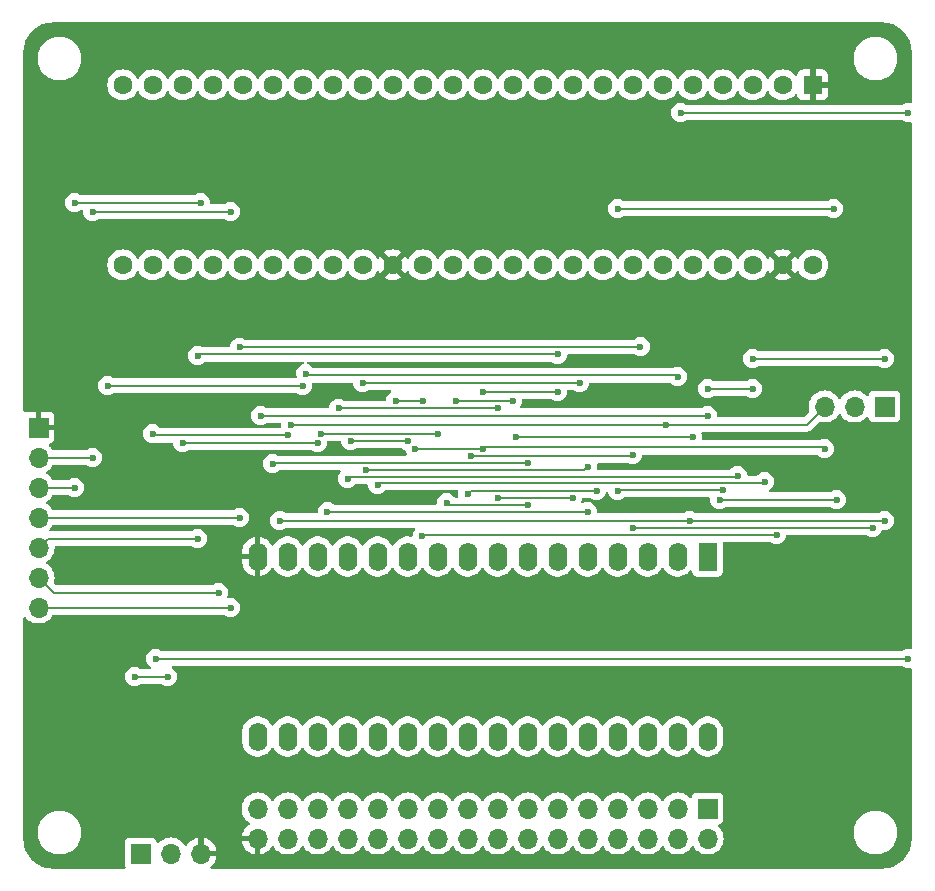
<source format=gbr>
%TF.GenerationSoftware,KiCad,Pcbnew,8.0.4*%
%TF.CreationDate,2025-04-23T20:08:26+02:00*%
%TF.ProjectId,PMTLeechv2,504d544c-6565-4636-9876-322e6b696361,rev?*%
%TF.SameCoordinates,Original*%
%TF.FileFunction,Copper,L2,Bot*%
%TF.FilePolarity,Positive*%
%FSLAX46Y46*%
G04 Gerber Fmt 4.6, Leading zero omitted, Abs format (unit mm)*
G04 Created by KiCad (PCBNEW 8.0.4) date 2025-04-23 20:08:26*
%MOMM*%
%LPD*%
G01*
G04 APERTURE LIST*
%TA.AperFunction,ComponentPad*%
%ADD10O,1.600000X2.400000*%
%TD*%
%TA.AperFunction,ComponentPad*%
%ADD11R,1.600000X2.400000*%
%TD*%
%TA.AperFunction,ComponentPad*%
%ADD12O,1.700000X1.700000*%
%TD*%
%TA.AperFunction,ComponentPad*%
%ADD13R,1.700000X1.700000*%
%TD*%
%TA.AperFunction,ComponentPad*%
%ADD14C,1.600000*%
%TD*%
%TA.AperFunction,ComponentPad*%
%ADD15R,1.600000X1.600000*%
%TD*%
%TA.AperFunction,ViaPad*%
%ADD16C,0.600000*%
%TD*%
%TA.AperFunction,Conductor*%
%ADD17C,0.200000*%
%TD*%
G04 APERTURE END LIST*
D10*
%TO.P,J5,32,Pin_32*%
%TO.N,VCC_SRAM*%
X163068000Y-123952000D03*
%TO.P,J5,31,Pin_31*%
%TO.N,GPIO1_28_LS*%
X160528000Y-123952000D03*
%TO.P,J5,30,Pin_30*%
%TO.N,GPIO1_30_LS*%
X157988000Y-123952000D03*
%TO.P,J5,29,Pin_29*%
%TO.N,GPIO2_0_LS*%
X155448000Y-123952000D03*
%TO.P,J5,28,Pin_28*%
%TO.N,GPIO1_26_LS*%
X152908000Y-123952000D03*
%TO.P,J5,27,Pin_27*%
%TO.N,GPIO1_21_LS*%
X150368000Y-123952000D03*
%TO.P,J5,26,Pin_26*%
%TO.N,GPIO1_22_LS*%
X147828000Y-123952000D03*
%TO.P,J5,25,Pin_25*%
%TO.N,GPIO1_24_LS*%
X145288000Y-123952000D03*
%TO.P,J5,24,Pin_24*%
%TO.N,GPIO2_1_LS*%
X142748000Y-123952000D03*
%TO.P,J5,23,Pin_23*%
%TO.N,GPIO1_23_LS*%
X140208000Y-123952000D03*
%TO.P,J5,22,Pin_22*%
%TO.N,GPIO2_2_LS*%
X137668000Y-123952000D03*
%TO.P,J5,21,Pin_21*%
%TO.N,GPIO2_3_LS*%
X135128000Y-123952000D03*
%TO.P,J5,20,Pin_20*%
%TO.N,GPIO2_10_LS*%
X132588000Y-123952000D03*
%TO.P,J5,19,Pin_19*%
%TO.N,GPIO2_11_LS*%
X130048000Y-123952000D03*
%TO.P,J5,18,Pin_18*%
%TO.N,GPIO2_12_LS*%
X127508000Y-123952000D03*
%TO.P,J5,17,Pin_17*%
%TO.N,GPIO2_16_LS*%
X124968000Y-123952000D03*
%TO.P,J5,16,Pin_16*%
%TO.N,GND*%
X124968000Y-108712000D03*
%TO.P,J5,15,Pin_15*%
%TO.N,GPIO2_29_LS*%
X127508000Y-108712000D03*
%TO.P,J5,14,Pin_14*%
%TO.N,GPIO2_28_LS*%
X130048000Y-108712000D03*
%TO.P,J5,13,Pin_13*%
%TO.N,GPIO1_2_LS*%
X132588000Y-108712000D03*
%TO.P,J5,12,Pin_12*%
%TO.N,GPIO1_3_LS*%
X135128000Y-108712000D03*
%TO.P,J5,11,Pin_11*%
%TO.N,GPIO1_12_LS*%
X137668000Y-108712000D03*
%TO.P,J5,10,Pin_10*%
%TO.N,GPIO1_13_LS*%
X140208000Y-108712000D03*
%TO.P,J5,9,Pin_9*%
%TO.N,GPIO1_16_LS*%
X142748000Y-108712000D03*
%TO.P,J5,8,Pin_8*%
%TO.N,GPIO1_17_LS*%
X145288000Y-108712000D03*
%TO.P,J5,7,Pin_7*%
%TO.N,GPIO1_18_LS*%
X147828000Y-108712000D03*
%TO.P,J5,6,Pin_6*%
%TO.N,GPIO1_19_LS*%
X150368000Y-108712000D03*
%TO.P,J5,5,Pin_5*%
%TO.N,GPIO1_20_LS*%
X152908000Y-108712000D03*
%TO.P,J5,4,Pin_4*%
%TO.N,GPIO1_25_LS*%
X155448000Y-108712000D03*
%TO.P,J5,3,Pin_3*%
%TO.N,GPIO1_27_LS*%
X157988000Y-108712000D03*
%TO.P,J5,2,Pin_2*%
%TO.N,GPIO1_29_LS*%
X160528000Y-108712000D03*
D11*
%TO.P,J5,1,Pin_1*%
%TO.N,GPIO1_31_LS*%
X163068000Y-108712000D03*
%TD*%
D12*
%TO.P,J3,7,Pin_7*%
%TO.N,Net-(J3-Pin_7)*%
X106426000Y-113030000D03*
%TO.P,J3,6,Pin_6*%
%TO.N,Net-(J3-Pin_6)*%
X106426000Y-110490000D03*
%TO.P,J3,5,Pin_5*%
%TO.N,Net-(J3-Pin_5)*%
X106426000Y-107950000D03*
%TO.P,J3,4,Pin_4*%
%TO.N,Net-(J3-Pin_4)*%
X106426000Y-105410000D03*
%TO.P,J3,3,Pin_3*%
%TO.N,Net-(J3-Pin_3)*%
X106426000Y-102870000D03*
%TO.P,J3,2,Pin_2*%
%TO.N,Net-(J3-Pin_2)*%
X106426000Y-100330000D03*
D13*
%TO.P,J3,1,Pin_1*%
%TO.N,GND*%
X106426000Y-97790000D03*
%TD*%
D12*
%TO.P,J1,3,Pin_3*%
%TO.N,GND*%
X120157000Y-133858000D03*
%TO.P,J1,2,Pin_2*%
%TO.N,Net-(J1-Pin_2)*%
X117617000Y-133858000D03*
D13*
%TO.P,J1,1,Pin_1*%
%TO.N,Net-(J1-Pin_1)*%
X115077000Y-133858000D03*
%TD*%
D14*
%TO.P,U1,48,VIN*%
%TO.N,5V*%
X171974000Y-84016000D03*
%TO.P,U1,47,GND*%
%TO.N,GND*%
X169434000Y-84016000D03*
%TO.P,U1,46,3V3*%
%TO.N,3V3*%
X166894000Y-84016000D03*
%TO.P,U1,45,23_A9_CRX1_MCLK1*%
%TO.N,GPIO1_25*%
X164354000Y-84016000D03*
%TO.P,U1,44,22_A8_CTX1*%
%TO.N,GPIO1_24*%
X161814000Y-84016000D03*
%TO.P,U1,43,21_A7_RX5_BCLK1*%
%TO.N,GPIO1_27*%
X159274000Y-84016000D03*
%TO.P,U1,42,20_A6_TX5_LRCLK1*%
%TO.N,GPIO1_26*%
X156734000Y-84016000D03*
%TO.P,U1,41,19_A5_SCL*%
%TO.N,GPIO1_16*%
X154194000Y-84016000D03*
%TO.P,U1,40,18_A4_SDA*%
%TO.N,GPIO1_17*%
X151654000Y-84016000D03*
%TO.P,U1,39,17_A3_TX4_SDA1*%
%TO.N,GPIO1_22*%
X149114000Y-84016000D03*
%TO.P,U1,38,16_A2_RX4_SCL1*%
%TO.N,GPIO1_23*%
X146574000Y-84016000D03*
%TO.P,U1,37,15_A1_RX3_SPDIF_IN*%
%TO.N,GPIO1_19*%
X144034000Y-84016000D03*
%TO.P,U1,36,14_A0_TX3_SPDIF_OUT*%
%TO.N,GPIO1_18*%
X141494000Y-84016000D03*
%TO.P,U1,35,13_SCK_LED*%
%TO.N,GPIO2_3*%
X138954000Y-84016000D03*
%TO.P,U1,34,GND*%
%TO.N,GND*%
X136414000Y-84016000D03*
%TO.P,U1,33,41_A17*%
%TO.N,GPIO1_21*%
X133874000Y-84016000D03*
%TO.P,U1,32,40_A16*%
%TO.N,GPIO1_20*%
X131334000Y-84016000D03*
%TO.P,U1,31,39_MISO1_OUT1A*%
%TO.N,GPIO1_29*%
X128794000Y-84016000D03*
%TO.P,U1,30,38_CS1_IN1*%
%TO.N,GPIO1_28*%
X126254000Y-84016000D03*
%TO.P,U1,29,37_CS*%
%TO.N,EXTRA_PIN_4*%
X123714000Y-84016000D03*
%TO.P,U1,28,36_CS*%
%TO.N,EXTRA_PIN_3*%
X121174000Y-84016000D03*
%TO.P,U1,27,35_TX8*%
%TO.N,GPIO2_28*%
X118634000Y-84016000D03*
%TO.P,U1,26,34_RX8*%
%TO.N,GPIO2_29*%
X116094000Y-84016000D03*
%TO.P,U1,25,33_MCLK2*%
%TO.N,HIGH_SPEED_CLK_ACTIVE_LED*%
X113554000Y-84016000D03*
%TO.P,U1,24,32_OUT1B*%
%TO.N,GPIO2_12*%
X113554000Y-68776000D03*
%TO.P,U1,23,31_CTX3*%
%TO.N,EXT_CLK_PIN*%
X116094000Y-68776000D03*
%TO.P,U1,22,30_CRX3*%
%TO.N,EXT_CLK_ACTIVE_LED*%
X118634000Y-68776000D03*
%TO.P,U1,21,29_TX7*%
%TO.N,TX7*%
X121174000Y-68776000D03*
%TO.P,U1,20,28_RX7*%
%TO.N,RX7*%
X123714000Y-68776000D03*
%TO.P,U1,19,27_A13_SCK1*%
%TO.N,GPIO1_31*%
X126254000Y-68776000D03*
%TO.P,U1,18,26_A12_MOSI1*%
%TO.N,GPIO1_30*%
X128794000Y-68776000D03*
%TO.P,U1,17,25_A11_RX6_SDA2*%
%TO.N,GPIO1_13*%
X131334000Y-68776000D03*
%TO.P,U1,16,24_A10_TX6_SCL2*%
%TO.N,GPIO1_12*%
X133874000Y-68776000D03*
%TO.P,U1,15,3V3*%
%TO.N,unconnected-(U1-3V3-Pad15)*%
X136414000Y-68776000D03*
%TO.P,U1,14,12_MISO_MQSL*%
%TO.N,GPIO2_1*%
X138954000Y-68776000D03*
%TO.P,U1,13,11_MOSI_CTX1*%
%TO.N,GPIO2_2*%
X141494000Y-68776000D03*
%TO.P,U1,12,10_CS_MQSR*%
%TO.N,GPIO2_0*%
X144034000Y-68776000D03*
%TO.P,U1,11,9_OUT1C*%
%TO.N,GPIO2_11*%
X146574000Y-68776000D03*
%TO.P,U1,10,8_TX2_IN1*%
%TO.N,GPIO2_16*%
X149114000Y-68776000D03*
%TO.P,U1,9,7_RX2_OUT1A*%
%TO.N,EXTRA_PIN_2*%
X151654000Y-68776000D03*
%TO.P,U1,8,6_OUT1D*%
%TO.N,GPIO2_10*%
X154194000Y-68776000D03*
%TO.P,U1,7,5_IN2*%
%TO.N,5V_control*%
X156734000Y-68776000D03*
%TO.P,U1,6,4_BCLK2*%
%TO.N,EXTRA_PIN_1*%
X159274000Y-68776000D03*
%TO.P,U1,5,3_LRCLK2*%
%TO.N,RESET_CPU_PIN*%
X161814000Y-68776000D03*
%TO.P,U1,4,2_OUT2*%
%TO.N,TEENSY_LISTENING*%
X164354000Y-68776000D03*
%TO.P,U1,3,1_TX1_CTX2_MISO1*%
%TO.N,GPIO1_2*%
X166894000Y-68776000D03*
%TO.P,U1,2,0_RX1_CRX2_CS1*%
%TO.N,GPIO1_3*%
X169434000Y-68776000D03*
D15*
%TO.P,U1,1,GND*%
%TO.N,GND*%
X171974000Y-68776000D03*
%TD*%
D12*
%TO.P,J2,3,Pin_3*%
%TO.N,GPIO1_30_LS*%
X172974001Y-96012000D03*
%TO.P,J2,2,Pin_2*%
%TO.N,VCC_SRAM*%
X175514000Y-96012000D03*
D13*
%TO.P,J2,1,Pin_1*%
%TO.N,GPIO1_28_LS*%
X178054000Y-96012000D03*
%TD*%
D12*
%TO.P,J8,32,Pin_32*%
%TO.N,GPIO1_31_LS*%
X163068000Y-132588000D03*
%TO.P,J8,31,Pin_31*%
%TO.N,GPIO1_29_LS*%
X160528000Y-132588000D03*
%TO.P,J8,30,Pin_30*%
%TO.N,GPIO1_27_LS*%
X157988000Y-132588000D03*
%TO.P,J8,29,Pin_29*%
%TO.N,GPIO1_25_LS*%
X155448000Y-132588000D03*
%TO.P,J8,28,Pin_28*%
%TO.N,GPIO1_20_LS*%
X152908000Y-132588000D03*
%TO.P,J8,27,Pin_27*%
%TO.N,GPIO1_19_LS*%
X150368000Y-132588000D03*
%TO.P,J8,26,Pin_26*%
%TO.N,GPIO1_18_LS*%
X147828000Y-132588000D03*
%TO.P,J8,25,Pin_25*%
%TO.N,GPIO1_17_LS*%
X145288000Y-132588000D03*
%TO.P,J8,24,Pin_24*%
%TO.N,GPIO1_16_LS*%
X142748000Y-132588000D03*
%TO.P,J8,23,Pin_23*%
%TO.N,GPIO1_13_LS*%
X140208000Y-132588000D03*
%TO.P,J8,22,Pin_22*%
%TO.N,GPIO1_12_LS*%
X137668000Y-132588000D03*
%TO.P,J8,21,Pin_21*%
%TO.N,GPIO1_3_LS*%
X135128000Y-132588000D03*
%TO.P,J8,20,Pin_20*%
%TO.N,GPIO1_2_LS*%
X132588000Y-132588000D03*
%TO.P,J8,19,Pin_19*%
%TO.N,GPIO2_28_LS*%
X130048000Y-132588000D03*
%TO.P,J8,18,Pin_18*%
%TO.N,GPIO2_29_LS*%
X127508000Y-132588000D03*
%TO.P,J8,17,Pin_17*%
%TO.N,GND*%
X124968000Y-132588000D03*
%TO.P,J8,16,Pin_16*%
%TO.N,GPIO2_16_LS*%
X124968000Y-130048000D03*
%TO.P,J8,15,Pin_15*%
%TO.N,GPIO2_12_LS*%
X127508000Y-130048000D03*
%TO.P,J8,14,Pin_14*%
%TO.N,GPIO2_11_LS*%
X130048000Y-130048000D03*
%TO.P,J8,13,Pin_13*%
%TO.N,GPIO2_10_LS*%
X132588000Y-130048000D03*
%TO.P,J8,12,Pin_12*%
%TO.N,GPIO2_3_LS*%
X135128000Y-130048000D03*
%TO.P,J8,11,Pin_11*%
%TO.N,GPIO2_2_LS*%
X137668000Y-130048000D03*
%TO.P,J8,10,Pin_10*%
%TO.N,GPIO1_23_LS*%
X140208000Y-130048000D03*
%TO.P,J8,9,Pin_9*%
%TO.N,GPIO2_1_LS*%
X142748000Y-130048000D03*
%TO.P,J8,8,Pin_8*%
%TO.N,GPIO1_24_LS*%
X145288000Y-130048000D03*
%TO.P,J8,7,Pin_7*%
%TO.N,GPIO1_22_LS*%
X147828000Y-130048000D03*
%TO.P,J8,6,Pin_6*%
%TO.N,GPIO1_21_LS*%
X150368000Y-130048000D03*
%TO.P,J8,5,Pin_5*%
%TO.N,GPIO1_26_LS*%
X152908000Y-130048000D03*
%TO.P,J8,4,Pin_4*%
%TO.N,GPIO2_0_LS*%
X155448000Y-130048000D03*
%TO.P,J8,3,Pin_3*%
%TO.N,GPIO1_30_LS*%
X157988000Y-130048000D03*
%TO.P,J8,2,Pin_2*%
%TO.N,GPIO1_28_LS*%
X160528000Y-130048000D03*
D13*
%TO.P,J8,1,Pin_1*%
%TO.N,VCC_SRAM*%
X163068000Y-130048000D03*
%TD*%
D16*
%TO.N,Net-(D2-A)*%
X163068000Y-94488000D03*
X166878000Y-94488000D03*
%TO.N,Net-(J3-Pin_3)*%
X109474000Y-102870000D03*
X109474000Y-78740000D03*
X120142000Y-78740000D03*
%TO.N,Net-(J3-Pin_2)*%
X110998000Y-100330000D03*
X110998000Y-79502000D03*
X122682000Y-79502000D03*
%TO.N,Net-(J3-Pin_4)*%
X123444000Y-105410000D03*
X123444000Y-91002000D03*
X157388000Y-90932000D03*
%TO.N,Net-(J3-Pin_5)*%
X119888000Y-107188000D03*
X119888000Y-91694000D03*
X150368000Y-91602000D03*
%TO.N,Net-(J3-Pin_6)*%
X121666000Y-111760000D03*
%TO.N,Net-(J3-Pin_7)*%
X122682000Y-113030000D03*
%TO.N,Net-(J1-Pin_1)*%
X160782000Y-71120000D03*
%TO.N,Net-(J1-Pin_2)*%
X117348000Y-118872000D03*
X114554000Y-118872000D03*
%TO.N,Net-(J1-Pin_1)*%
X180048000Y-117348000D03*
X116332000Y-117348000D03*
X180048000Y-71120000D03*
%TO.N,Net-(D31-A)*%
X166878000Y-91948000D03*
X178054000Y-91948000D03*
%TO.N,GPIO2_2_LS*%
X138909157Y-106934000D03*
X168910000Y-106864000D03*
%TO.N,GPIO2_1_LS*%
X172974000Y-99568000D03*
%TO.N,GPIO2_0_LS*%
X156718000Y-106264000D03*
X177038000Y-106264000D03*
%TO.N,VCC_SRAM*%
X173990000Y-103886000D03*
X164084000Y-103886000D03*
%TO.N,GPIO1_28_LS*%
X178054000Y-105664000D03*
%TO.N,Net-(Q2-G)*%
X173736000Y-79248000D03*
X155448000Y-79248000D03*
%TO.N,GPIO2_12_LS*%
X128778000Y-94234000D03*
X112268000Y-94234000D03*
%TO.N,GPIO2_29_LS*%
X116078000Y-98298000D03*
X127508000Y-98460000D03*
%TO.N,GPIO2_28_LS*%
X118618000Y-99060000D03*
X130048000Y-99060000D03*
%TO.N,GPIO1_28_LS*%
X126838000Y-105664000D03*
X161544000Y-105664000D03*
%TO.N,GPIO1_29_LS*%
X129032000Y-93218000D03*
X160528000Y-93472000D03*
%TO.N,GPIO1_20_LS*%
X130888000Y-104902000D03*
X152908000Y-104902000D03*
%TO.N,GPIO1_21_LS*%
X152238000Y-93980000D03*
X133858000Y-93980000D03*
%TO.N,GPIO2_3_LS*%
X138938000Y-95504000D03*
X136652000Y-95504000D03*
%TO.N,GPIO1_18_LS*%
X147828000Y-104324000D03*
X140970000Y-104140000D03*
%TO.N,GPIO1_19_LS*%
X144018000Y-94742000D03*
X150368000Y-94742000D03*
%TO.N,GPIO1_23_LS*%
X146558000Y-95504000D03*
X141732000Y-95504000D03*
%TO.N,GPIO1_17_LS*%
X151638000Y-103724000D03*
X145288000Y-103724000D03*
%TO.N,GPIO1_16_LS*%
X142748000Y-103378000D03*
X153670000Y-103124000D03*
%TO.N,GPIO1_24_LS*%
X146812000Y-98552000D03*
X161798000Y-98552000D03*
%TO.N,GPIO1_25_LS*%
X164338000Y-103054000D03*
X155448000Y-103124000D03*
%TO.N,GPIO1_3_LS*%
X135128000Y-102616000D03*
X167894000Y-102362000D03*
%TO.N,GPIO1_2_LS*%
X132588000Y-102108000D03*
X165608000Y-101854000D03*
%TO.N,GPIO2_10_LS*%
X134112000Y-101368000D03*
X152908000Y-101092000D03*
%TO.N,GPIO2_16_LS*%
X126238000Y-100838000D03*
X147828000Y-100768000D03*
%TO.N,GPIO2_11_LS*%
X145288000Y-96174000D03*
X131826000Y-96174000D03*
%TO.N,GPIO2_0_LS*%
X156718000Y-100076000D03*
X143002000Y-100168000D03*
%TO.N,GPIO2_1_LS*%
X144018000Y-99568000D03*
X138268000Y-99568000D03*
%TO.N,GPIO1_12_LS*%
X137668000Y-98898000D03*
X132842000Y-98898000D03*
%TO.N,GPIO1_13_LS*%
X140208000Y-98298000D03*
X130302000Y-98298000D03*
%TO.N,GPIO1_30_LS*%
X159512000Y-97536000D03*
X127762000Y-97536000D03*
%TO.N,GPIO1_31_LS*%
X163068000Y-96774000D03*
X125222000Y-96774000D03*
%TD*%
D17*
%TO.N,Net-(D2-A)*%
X163068000Y-94488000D02*
X166878000Y-94488000D01*
%TO.N,Net-(J3-Pin_3)*%
X109474000Y-102870000D02*
X106426000Y-102870000D01*
X120142000Y-78740000D02*
X109474000Y-78740000D01*
%TO.N,Net-(J3-Pin_2)*%
X110998000Y-100330000D02*
X105664000Y-100330000D01*
X122682000Y-79502000D02*
X110998000Y-79502000D01*
%TO.N,Net-(J3-Pin_4)*%
X123444000Y-105410000D02*
X106426000Y-105410000D01*
X157388000Y-90932000D02*
X157318000Y-91002000D01*
X157318000Y-91002000D02*
X123444000Y-91002000D01*
%TO.N,Net-(J3-Pin_5)*%
X107188000Y-107188000D02*
X106426000Y-107950000D01*
X119888000Y-107188000D02*
X107188000Y-107188000D01*
X119796000Y-91602000D02*
X119888000Y-91694000D01*
X119726000Y-91602000D02*
X119796000Y-91602000D01*
X150368000Y-91602000D02*
X119726000Y-91602000D01*
%TO.N,Net-(J3-Pin_6)*%
X121666000Y-111760000D02*
X107696000Y-111760000D01*
X107696000Y-111760000D02*
X106426000Y-110490000D01*
%TO.N,Net-(J3-Pin_7)*%
X122682000Y-113030000D02*
X106426000Y-113030000D01*
%TO.N,Net-(J1-Pin_1)*%
X160782000Y-71120000D02*
X180048000Y-71120000D01*
%TO.N,Net-(J1-Pin_2)*%
X114554000Y-118872000D02*
X117348000Y-118872000D01*
%TO.N,Net-(J1-Pin_1)*%
X116332000Y-117348000D02*
X180048000Y-117348000D01*
%TO.N,Net-(D31-A)*%
X166878000Y-91948000D02*
X178054000Y-91948000D01*
%TO.N,GPIO2_2_LS*%
X138979157Y-106864000D02*
X138909157Y-106934000D01*
X168910000Y-106864000D02*
X138979157Y-106864000D01*
%TO.N,GPIO2_1_LS*%
X172974000Y-99568000D02*
X172882000Y-99476000D01*
X172882000Y-99476000D02*
X144110000Y-99476000D01*
X144110000Y-99476000D02*
X144018000Y-99568000D01*
%TO.N,GPIO2_0_LS*%
X177038000Y-106264000D02*
X156718000Y-106264000D01*
%TO.N,VCC_SRAM*%
X164084000Y-103886000D02*
X173990000Y-103886000D01*
%TO.N,GPIO1_28_LS*%
X161544000Y-105664000D02*
X178054000Y-105664000D01*
%TO.N,GPIO1_30_LS*%
X171450001Y-97536000D02*
X172974001Y-96012000D01*
X159512000Y-97536000D02*
X171450001Y-97536000D01*
%TO.N,Net-(Q2-G)*%
X155448000Y-79248000D02*
X173736000Y-79248000D01*
%TO.N,GPIO2_12_LS*%
X128778000Y-94234000D02*
X112268000Y-94234000D01*
%TO.N,GPIO2_29_LS*%
X116240000Y-98460000D02*
X116078000Y-98298000D01*
X127508000Y-98460000D02*
X116240000Y-98460000D01*
%TO.N,GPIO2_28_LS*%
X130048000Y-99060000D02*
X118618000Y-99060000D01*
%TO.N,GPIO1_28_LS*%
X161544000Y-105664000D02*
X126838000Y-105664000D01*
%TO.N,GPIO1_29_LS*%
X129194000Y-93380000D02*
X129032000Y-93218000D01*
X160436000Y-93380000D02*
X129194000Y-93380000D01*
X160528000Y-93472000D02*
X160436000Y-93380000D01*
%TO.N,GPIO1_20_LS*%
X130910000Y-104924000D02*
X130888000Y-104902000D01*
X152908000Y-104902000D02*
X152886000Y-104924000D01*
X152886000Y-104924000D02*
X130910000Y-104924000D01*
%TO.N,GPIO1_21_LS*%
X133858000Y-93980000D02*
X152238000Y-93980000D01*
%TO.N,GPIO2_3_LS*%
X138938000Y-95504000D02*
X136652000Y-95504000D01*
%TO.N,GPIO1_18_LS*%
X141154000Y-104324000D02*
X147828000Y-104324000D01*
X140970000Y-104140000D02*
X141154000Y-104324000D01*
%TO.N,GPIO1_19_LS*%
X144018000Y-94742000D02*
X150368000Y-94742000D01*
%TO.N,GPIO1_23_LS*%
X146558000Y-95504000D02*
X141732000Y-95504000D01*
%TO.N,GPIO1_17_LS*%
X151638000Y-103724000D02*
X145288000Y-103724000D01*
%TO.N,GPIO1_16_LS*%
X153670000Y-103124000D02*
X143002000Y-103124000D01*
X143002000Y-103124000D02*
X142748000Y-103378000D01*
%TO.N,GPIO1_24_LS*%
X161798000Y-98552000D02*
X146812000Y-98552000D01*
%TO.N,GPIO1_25_LS*%
X155518000Y-103054000D02*
X155448000Y-103124000D01*
X164338000Y-103054000D02*
X155518000Y-103054000D01*
%TO.N,GPIO1_3_LS*%
X135290000Y-102454000D02*
X135128000Y-102616000D01*
X167802000Y-102454000D02*
X135290000Y-102454000D01*
X167894000Y-102362000D02*
X167802000Y-102454000D01*
%TO.N,GPIO1_2_LS*%
X132728000Y-101968000D02*
X132588000Y-102108000D01*
X165608000Y-101854000D02*
X165494000Y-101968000D01*
X165494000Y-101968000D02*
X132728000Y-101968000D01*
%TO.N,GPIO2_10_LS*%
X152632000Y-101368000D02*
X134112000Y-101368000D01*
X152908000Y-101092000D02*
X152632000Y-101368000D01*
%TO.N,GPIO2_16_LS*%
X126308000Y-100768000D02*
X126238000Y-100838000D01*
X147828000Y-100768000D02*
X126308000Y-100768000D01*
%TO.N,GPIO2_11_LS*%
X145288000Y-96174000D02*
X131826000Y-96174000D01*
%TO.N,GPIO2_0_LS*%
X156626000Y-100168000D02*
X156718000Y-100076000D01*
X143002000Y-100168000D02*
X156626000Y-100168000D01*
%TO.N,GPIO2_1_LS*%
X138268000Y-99568000D02*
X144018000Y-99568000D01*
%TO.N,GPIO1_12_LS*%
X132842000Y-98898000D02*
X137668000Y-98898000D01*
%TO.N,GPIO1_13_LS*%
X130302000Y-98298000D02*
X140208000Y-98298000D01*
%TO.N,GPIO1_30_LS*%
X127762000Y-97536000D02*
X159512000Y-97536000D01*
%TO.N,GPIO1_31_LS*%
X125222000Y-96774000D02*
X163068000Y-96774000D01*
%TD*%
%TA.AperFunction,Conductor*%
%TO.N,GND*%
G36*
X177851736Y-63492726D02*
G01*
X178141796Y-63510271D01*
X178156659Y-63512076D01*
X178438798Y-63563780D01*
X178453335Y-63567363D01*
X178727172Y-63652695D01*
X178741163Y-63658000D01*
X179002743Y-63775727D01*
X179015989Y-63782680D01*
X179261465Y-63931075D01*
X179273776Y-63939573D01*
X179499573Y-64116473D01*
X179510781Y-64126403D01*
X179713596Y-64329218D01*
X179723526Y-64340426D01*
X179843481Y-64493538D01*
X179900422Y-64566217D01*
X179908928Y-64578540D01*
X180057316Y-64824004D01*
X180064275Y-64837263D01*
X180181997Y-65098831D01*
X180187306Y-65112832D01*
X180272635Y-65386663D01*
X180276219Y-65401201D01*
X180327923Y-65683340D01*
X180329728Y-65698205D01*
X180347274Y-65988263D01*
X180347500Y-65995750D01*
X180347500Y-70209424D01*
X180327815Y-70276463D01*
X180275011Y-70322218D01*
X180209617Y-70332644D01*
X180048004Y-70314435D01*
X180047996Y-70314435D01*
X179868750Y-70334630D01*
X179868745Y-70334631D01*
X179698476Y-70394211D01*
X179545736Y-70490185D01*
X179542903Y-70492445D01*
X179540724Y-70493334D01*
X179539842Y-70493889D01*
X179539744Y-70493734D01*
X179478217Y-70518855D01*
X179465588Y-70519500D01*
X161364412Y-70519500D01*
X161297373Y-70499815D01*
X161287097Y-70492445D01*
X161284263Y-70490185D01*
X161284262Y-70490184D01*
X161227496Y-70454515D01*
X161131523Y-70394211D01*
X160961254Y-70334631D01*
X160961249Y-70334630D01*
X160782004Y-70314435D01*
X160781996Y-70314435D01*
X160602750Y-70334630D01*
X160602745Y-70334631D01*
X160432476Y-70394211D01*
X160279737Y-70490184D01*
X160152184Y-70617737D01*
X160056211Y-70770476D01*
X159996631Y-70940745D01*
X159996630Y-70940750D01*
X159976435Y-71119996D01*
X159976435Y-71120003D01*
X159996630Y-71299249D01*
X159996631Y-71299254D01*
X160056211Y-71469523D01*
X160152184Y-71622262D01*
X160279738Y-71749816D01*
X160432478Y-71845789D01*
X160482499Y-71863292D01*
X160602745Y-71905368D01*
X160602750Y-71905369D01*
X160781996Y-71925565D01*
X160782000Y-71925565D01*
X160782004Y-71925565D01*
X160961249Y-71905369D01*
X160961252Y-71905368D01*
X160961255Y-71905368D01*
X161131522Y-71845789D01*
X161284262Y-71749816D01*
X161284267Y-71749810D01*
X161287097Y-71747555D01*
X161289275Y-71746665D01*
X161290158Y-71746111D01*
X161290255Y-71746265D01*
X161351783Y-71721145D01*
X161364412Y-71720500D01*
X179465588Y-71720500D01*
X179532627Y-71740185D01*
X179542903Y-71747555D01*
X179545736Y-71749814D01*
X179545738Y-71749816D01*
X179698478Y-71845789D01*
X179748499Y-71863292D01*
X179868745Y-71905368D01*
X179868750Y-71905369D01*
X180047996Y-71925565D01*
X180048000Y-71925565D01*
X180048004Y-71925565D01*
X180209617Y-71907356D01*
X180278439Y-71919411D01*
X180329818Y-71966760D01*
X180347500Y-72030576D01*
X180347500Y-116437424D01*
X180327815Y-116504463D01*
X180275011Y-116550218D01*
X180209617Y-116560644D01*
X180048004Y-116542435D01*
X180047996Y-116542435D01*
X179868750Y-116562630D01*
X179868745Y-116562631D01*
X179698476Y-116622211D01*
X179545736Y-116718185D01*
X179542903Y-116720445D01*
X179540724Y-116721334D01*
X179539842Y-116721889D01*
X179539744Y-116721734D01*
X179478217Y-116746855D01*
X179465588Y-116747500D01*
X116914412Y-116747500D01*
X116847373Y-116727815D01*
X116837097Y-116720445D01*
X116834263Y-116718185D01*
X116834262Y-116718184D01*
X116777496Y-116682515D01*
X116681523Y-116622211D01*
X116511254Y-116562631D01*
X116511249Y-116562630D01*
X116332004Y-116542435D01*
X116331996Y-116542435D01*
X116152750Y-116562630D01*
X116152745Y-116562631D01*
X115982476Y-116622211D01*
X115829737Y-116718184D01*
X115702184Y-116845737D01*
X115606211Y-116998476D01*
X115546631Y-117168745D01*
X115546630Y-117168750D01*
X115526435Y-117347996D01*
X115526435Y-117348003D01*
X115546630Y-117527249D01*
X115546631Y-117527254D01*
X115606211Y-117697523D01*
X115702184Y-117850262D01*
X115829738Y-117977816D01*
X115852721Y-117992257D01*
X115932691Y-118042506D01*
X115978982Y-118094841D01*
X115989630Y-118163895D01*
X115961255Y-118227743D01*
X115902865Y-118266115D01*
X115866719Y-118271500D01*
X115136412Y-118271500D01*
X115069373Y-118251815D01*
X115059097Y-118244445D01*
X115056263Y-118242185D01*
X115056262Y-118242184D01*
X114953309Y-118177494D01*
X114903523Y-118146211D01*
X114733254Y-118086631D01*
X114733249Y-118086630D01*
X114554004Y-118066435D01*
X114553996Y-118066435D01*
X114374750Y-118086630D01*
X114374745Y-118086631D01*
X114204476Y-118146211D01*
X114051737Y-118242184D01*
X113924184Y-118369737D01*
X113828211Y-118522476D01*
X113768631Y-118692745D01*
X113768630Y-118692750D01*
X113748435Y-118871996D01*
X113748435Y-118872003D01*
X113768630Y-119051249D01*
X113768631Y-119051254D01*
X113828211Y-119221523D01*
X113924184Y-119374262D01*
X114051738Y-119501816D01*
X114204478Y-119597789D01*
X114374745Y-119657368D01*
X114374750Y-119657369D01*
X114553996Y-119677565D01*
X114554000Y-119677565D01*
X114554004Y-119677565D01*
X114733249Y-119657369D01*
X114733252Y-119657368D01*
X114733255Y-119657368D01*
X114903522Y-119597789D01*
X115056262Y-119501816D01*
X115056267Y-119501810D01*
X115059097Y-119499555D01*
X115061275Y-119498665D01*
X115062158Y-119498111D01*
X115062255Y-119498265D01*
X115123783Y-119473145D01*
X115136412Y-119472500D01*
X116765588Y-119472500D01*
X116832627Y-119492185D01*
X116842903Y-119499555D01*
X116845736Y-119501814D01*
X116845738Y-119501816D01*
X116998478Y-119597789D01*
X117168745Y-119657368D01*
X117168750Y-119657369D01*
X117347996Y-119677565D01*
X117348000Y-119677565D01*
X117348004Y-119677565D01*
X117527249Y-119657369D01*
X117527252Y-119657368D01*
X117527255Y-119657368D01*
X117697522Y-119597789D01*
X117850262Y-119501816D01*
X117977816Y-119374262D01*
X118073789Y-119221522D01*
X118133368Y-119051255D01*
X118153565Y-118872000D01*
X118133368Y-118692745D01*
X118073789Y-118522478D01*
X117977816Y-118369738D01*
X117850262Y-118242184D01*
X117827279Y-118227743D01*
X117747309Y-118177494D01*
X117701018Y-118125159D01*
X117690370Y-118056105D01*
X117718745Y-117992257D01*
X117777135Y-117953885D01*
X117813281Y-117948500D01*
X179465588Y-117948500D01*
X179532627Y-117968185D01*
X179542903Y-117975555D01*
X179545736Y-117977814D01*
X179545738Y-117977816D01*
X179698478Y-118073789D01*
X179845285Y-118125159D01*
X179868745Y-118133368D01*
X179868750Y-118133369D01*
X180047996Y-118153565D01*
X180048000Y-118153565D01*
X180048004Y-118153565D01*
X180209617Y-118135356D01*
X180278439Y-118147411D01*
X180329818Y-118194760D01*
X180347500Y-118258576D01*
X180347500Y-132632249D01*
X180347274Y-132639736D01*
X180329728Y-132929794D01*
X180327923Y-132944659D01*
X180276219Y-133226798D01*
X180272635Y-133241336D01*
X180187306Y-133515167D01*
X180181997Y-133529168D01*
X180064275Y-133790736D01*
X180057316Y-133803995D01*
X179908928Y-134049459D01*
X179900422Y-134061782D01*
X179723526Y-134287573D01*
X179713596Y-134298781D01*
X179510781Y-134501596D01*
X179499573Y-134511526D01*
X179273782Y-134688422D01*
X179261459Y-134696928D01*
X179015995Y-134845316D01*
X179002736Y-134852275D01*
X178741168Y-134969997D01*
X178727167Y-134975306D01*
X178453336Y-135060635D01*
X178438798Y-135064219D01*
X178156659Y-135115923D01*
X178141794Y-135117728D01*
X177851736Y-135135274D01*
X177844249Y-135135500D01*
X121079471Y-135135500D01*
X121012432Y-135115815D01*
X120966677Y-135063011D01*
X120956733Y-134993853D01*
X120985758Y-134930297D01*
X121008346Y-134909926D01*
X121028080Y-134896107D01*
X121195105Y-134729082D01*
X121330600Y-134535578D01*
X121430429Y-134321492D01*
X121430432Y-134321486D01*
X121487636Y-134108000D01*
X120590012Y-134108000D01*
X120622925Y-134050993D01*
X120657000Y-133923826D01*
X120657000Y-133792174D01*
X120622925Y-133665007D01*
X120590012Y-133608000D01*
X121487636Y-133608000D01*
X121487635Y-133607999D01*
X121430432Y-133394513D01*
X121430429Y-133394507D01*
X121330600Y-133180422D01*
X121330599Y-133180420D01*
X121195113Y-132986926D01*
X121195108Y-132986920D01*
X121028082Y-132819894D01*
X120834578Y-132684399D01*
X120620492Y-132584570D01*
X120620486Y-132584567D01*
X120407000Y-132527364D01*
X120407000Y-133424988D01*
X120349993Y-133392075D01*
X120222826Y-133358000D01*
X120091174Y-133358000D01*
X119964007Y-133392075D01*
X119907000Y-133424988D01*
X119907000Y-132527364D01*
X119906999Y-132527364D01*
X119693513Y-132584567D01*
X119693507Y-132584570D01*
X119479422Y-132684399D01*
X119479420Y-132684400D01*
X119285926Y-132819886D01*
X119285920Y-132819891D01*
X119118891Y-132986920D01*
X119118890Y-132986922D01*
X118988880Y-133172595D01*
X118934303Y-133216219D01*
X118864804Y-133223412D01*
X118802450Y-133191890D01*
X118785730Y-133172594D01*
X118655494Y-132986597D01*
X118488402Y-132819506D01*
X118488395Y-132819501D01*
X118294834Y-132683967D01*
X118294830Y-132683965D01*
X118277972Y-132676104D01*
X118080663Y-132584097D01*
X118080659Y-132584096D01*
X118080655Y-132584094D01*
X117852413Y-132522938D01*
X117852403Y-132522936D01*
X117617001Y-132502341D01*
X117616999Y-132502341D01*
X117381596Y-132522936D01*
X117381586Y-132522938D01*
X117153344Y-132584094D01*
X117153335Y-132584098D01*
X116939171Y-132683964D01*
X116939169Y-132683965D01*
X116745600Y-132819503D01*
X116623673Y-132941430D01*
X116562350Y-132974914D01*
X116492658Y-132969930D01*
X116436725Y-132928058D01*
X116419810Y-132897081D01*
X116370797Y-132765671D01*
X116370793Y-132765664D01*
X116284547Y-132650455D01*
X116284544Y-132650452D01*
X116169335Y-132564206D01*
X116169328Y-132564202D01*
X116034482Y-132513908D01*
X116034483Y-132513908D01*
X115974883Y-132507501D01*
X115974881Y-132507500D01*
X115974873Y-132507500D01*
X115974864Y-132507500D01*
X114179129Y-132507500D01*
X114179123Y-132507501D01*
X114119516Y-132513908D01*
X113984671Y-132564202D01*
X113984664Y-132564206D01*
X113869455Y-132650452D01*
X113869452Y-132650455D01*
X113783206Y-132765664D01*
X113783202Y-132765671D01*
X113732908Y-132900517D01*
X113726501Y-132960116D01*
X113726500Y-132960135D01*
X113726500Y-134755870D01*
X113726501Y-134755876D01*
X113732908Y-134815483D01*
X113783204Y-134950332D01*
X113784153Y-134952070D01*
X113784574Y-134954005D01*
X113786303Y-134958641D01*
X113785636Y-134958889D01*
X113799007Y-135020342D01*
X113774593Y-135085807D01*
X113718660Y-135127680D01*
X113675323Y-135135500D01*
X107651751Y-135135500D01*
X107644264Y-135135274D01*
X107354205Y-135117728D01*
X107339340Y-135115923D01*
X107057201Y-135064219D01*
X107042663Y-135060635D01*
X106768832Y-134975306D01*
X106754831Y-134969997D01*
X106493263Y-134852275D01*
X106480004Y-134845316D01*
X106332047Y-134755873D01*
X106234537Y-134696926D01*
X106222217Y-134688422D01*
X105996426Y-134511526D01*
X105985218Y-134501596D01*
X105782403Y-134298781D01*
X105772473Y-134287573D01*
X105676449Y-134165007D01*
X105595573Y-134061776D01*
X105587075Y-134049465D01*
X105438680Y-133803989D01*
X105431727Y-133790743D01*
X105314000Y-133529163D01*
X105308693Y-133515167D01*
X105295947Y-133474265D01*
X105223363Y-133241335D01*
X105219780Y-133226798D01*
X105168075Y-132944657D01*
X105166271Y-132929794D01*
X105148726Y-132639736D01*
X105148500Y-132632249D01*
X105148500Y-131958711D01*
X106353500Y-131958711D01*
X106353500Y-132201288D01*
X106385161Y-132441785D01*
X106447947Y-132676104D01*
X106508963Y-132823408D01*
X106540776Y-132900212D01*
X106662064Y-133110289D01*
X106662066Y-133110292D01*
X106662067Y-133110293D01*
X106809733Y-133302736D01*
X106809739Y-133302743D01*
X106981256Y-133474260D01*
X106981263Y-133474266D01*
X107043908Y-133522335D01*
X107173711Y-133621936D01*
X107383788Y-133743224D01*
X107607900Y-133836054D01*
X107842211Y-133898838D01*
X108022586Y-133922584D01*
X108082711Y-133930500D01*
X108082712Y-133930500D01*
X108325289Y-133930500D01*
X108375983Y-133923826D01*
X108565789Y-133898838D01*
X108800100Y-133836054D01*
X109024212Y-133743224D01*
X109234289Y-133621936D01*
X109426738Y-133474265D01*
X109598265Y-133302738D01*
X109745936Y-133110289D01*
X109867224Y-132900212D01*
X109960054Y-132676100D01*
X110022838Y-132441789D01*
X110054500Y-132201288D01*
X110054500Y-131958712D01*
X110022838Y-131718211D01*
X109960054Y-131483900D01*
X109867224Y-131259788D01*
X109745936Y-131049711D01*
X109666266Y-130945883D01*
X109598266Y-130857263D01*
X109598260Y-130857256D01*
X109426743Y-130685739D01*
X109426736Y-130685733D01*
X109234293Y-130538067D01*
X109234292Y-130538066D01*
X109234289Y-130538064D01*
X109024212Y-130416776D01*
X109024205Y-130416773D01*
X108800104Y-130323947D01*
X108565785Y-130261161D01*
X108325289Y-130229500D01*
X108325288Y-130229500D01*
X108082712Y-130229500D01*
X108082711Y-130229500D01*
X107842214Y-130261161D01*
X107607895Y-130323947D01*
X107383794Y-130416773D01*
X107383785Y-130416777D01*
X107173706Y-130538067D01*
X106981263Y-130685733D01*
X106981256Y-130685739D01*
X106809739Y-130857256D01*
X106809733Y-130857263D01*
X106662067Y-131049706D01*
X106540777Y-131259785D01*
X106540773Y-131259794D01*
X106447947Y-131483895D01*
X106385161Y-131718214D01*
X106353500Y-131958711D01*
X105148500Y-131958711D01*
X105148500Y-130047999D01*
X123612341Y-130047999D01*
X123612341Y-130048000D01*
X123632936Y-130283403D01*
X123632938Y-130283413D01*
X123694094Y-130511655D01*
X123694096Y-130511659D01*
X123694097Y-130511663D01*
X123775268Y-130685735D01*
X123793965Y-130725830D01*
X123793967Y-130725834D01*
X123885995Y-130857262D01*
X123929501Y-130919396D01*
X123929506Y-130919402D01*
X124096597Y-131086493D01*
X124096603Y-131086498D01*
X124282594Y-131216730D01*
X124326219Y-131271307D01*
X124333413Y-131340805D01*
X124301890Y-131403160D01*
X124282595Y-131419880D01*
X124096922Y-131549890D01*
X124096920Y-131549891D01*
X123929891Y-131716920D01*
X123929886Y-131716926D01*
X123794400Y-131910420D01*
X123794399Y-131910422D01*
X123694570Y-132124507D01*
X123694567Y-132124513D01*
X123637364Y-132337999D01*
X123637364Y-132338000D01*
X124534988Y-132338000D01*
X124502075Y-132395007D01*
X124468000Y-132522174D01*
X124468000Y-132653826D01*
X124502075Y-132780993D01*
X124534988Y-132838000D01*
X123637364Y-132838000D01*
X123694567Y-133051486D01*
X123694570Y-133051492D01*
X123794399Y-133265578D01*
X123929894Y-133459082D01*
X124096917Y-133626105D01*
X124290421Y-133761600D01*
X124504507Y-133861429D01*
X124504516Y-133861433D01*
X124718000Y-133918634D01*
X124718000Y-133021012D01*
X124775007Y-133053925D01*
X124902174Y-133088000D01*
X125033826Y-133088000D01*
X125160993Y-133053925D01*
X125218000Y-133021012D01*
X125218000Y-133918633D01*
X125431483Y-133861433D01*
X125431492Y-133861429D01*
X125645578Y-133761600D01*
X125839082Y-133626105D01*
X126006105Y-133459082D01*
X126136119Y-133273405D01*
X126190696Y-133229781D01*
X126260195Y-133222588D01*
X126322549Y-133254110D01*
X126339269Y-133273405D01*
X126469505Y-133459401D01*
X126636599Y-133626495D01*
X126691600Y-133665007D01*
X126830165Y-133762032D01*
X126830167Y-133762033D01*
X126830170Y-133762035D01*
X127044337Y-133861903D01*
X127272592Y-133923063D01*
X127460918Y-133939539D01*
X127507999Y-133943659D01*
X127508000Y-133943659D01*
X127508001Y-133943659D01*
X127547234Y-133940226D01*
X127743408Y-133923063D01*
X127971663Y-133861903D01*
X128185830Y-133762035D01*
X128379401Y-133626495D01*
X128546495Y-133459401D01*
X128676425Y-133273842D01*
X128731002Y-133230217D01*
X128800500Y-133223023D01*
X128862855Y-133254546D01*
X128879575Y-133273842D01*
X129009500Y-133459395D01*
X129009505Y-133459401D01*
X129176599Y-133626495D01*
X129231600Y-133665007D01*
X129370165Y-133762032D01*
X129370167Y-133762033D01*
X129370170Y-133762035D01*
X129584337Y-133861903D01*
X129812592Y-133923063D01*
X130000918Y-133939539D01*
X130047999Y-133943659D01*
X130048000Y-133943659D01*
X130048001Y-133943659D01*
X130087234Y-133940226D01*
X130283408Y-133923063D01*
X130511663Y-133861903D01*
X130725830Y-133762035D01*
X130919401Y-133626495D01*
X131086495Y-133459401D01*
X131216425Y-133273842D01*
X131271002Y-133230217D01*
X131340500Y-133223023D01*
X131402855Y-133254546D01*
X131419575Y-133273842D01*
X131549500Y-133459395D01*
X131549505Y-133459401D01*
X131716599Y-133626495D01*
X131771600Y-133665007D01*
X131910165Y-133762032D01*
X131910167Y-133762033D01*
X131910170Y-133762035D01*
X132124337Y-133861903D01*
X132352592Y-133923063D01*
X132540918Y-133939539D01*
X132587999Y-133943659D01*
X132588000Y-133943659D01*
X132588001Y-133943659D01*
X132627234Y-133940226D01*
X132823408Y-133923063D01*
X133051663Y-133861903D01*
X133265830Y-133762035D01*
X133459401Y-133626495D01*
X133626495Y-133459401D01*
X133756425Y-133273842D01*
X133811002Y-133230217D01*
X133880500Y-133223023D01*
X133942855Y-133254546D01*
X133959575Y-133273842D01*
X134089500Y-133459395D01*
X134089505Y-133459401D01*
X134256599Y-133626495D01*
X134311600Y-133665007D01*
X134450165Y-133762032D01*
X134450167Y-133762033D01*
X134450170Y-133762035D01*
X134664337Y-133861903D01*
X134892592Y-133923063D01*
X135080918Y-133939539D01*
X135127999Y-133943659D01*
X135128000Y-133943659D01*
X135128001Y-133943659D01*
X135167234Y-133940226D01*
X135363408Y-133923063D01*
X135591663Y-133861903D01*
X135805830Y-133762035D01*
X135999401Y-133626495D01*
X136166495Y-133459401D01*
X136296425Y-133273842D01*
X136351002Y-133230217D01*
X136420500Y-133223023D01*
X136482855Y-133254546D01*
X136499575Y-133273842D01*
X136629500Y-133459395D01*
X136629505Y-133459401D01*
X136796599Y-133626495D01*
X136851600Y-133665007D01*
X136990165Y-133762032D01*
X136990167Y-133762033D01*
X136990170Y-133762035D01*
X137204337Y-133861903D01*
X137432592Y-133923063D01*
X137620918Y-133939539D01*
X137667999Y-133943659D01*
X137668000Y-133943659D01*
X137668001Y-133943659D01*
X137707234Y-133940226D01*
X137903408Y-133923063D01*
X138131663Y-133861903D01*
X138345830Y-133762035D01*
X138539401Y-133626495D01*
X138706495Y-133459401D01*
X138836425Y-133273842D01*
X138891002Y-133230217D01*
X138960500Y-133223023D01*
X139022855Y-133254546D01*
X139039575Y-133273842D01*
X139169500Y-133459395D01*
X139169505Y-133459401D01*
X139336599Y-133626495D01*
X139391600Y-133665007D01*
X139530165Y-133762032D01*
X139530167Y-133762033D01*
X139530170Y-133762035D01*
X139744337Y-133861903D01*
X139972592Y-133923063D01*
X140160918Y-133939539D01*
X140207999Y-133943659D01*
X140208000Y-133943659D01*
X140208001Y-133943659D01*
X140247234Y-133940226D01*
X140443408Y-133923063D01*
X140671663Y-133861903D01*
X140885830Y-133762035D01*
X141079401Y-133626495D01*
X141246495Y-133459401D01*
X141376425Y-133273842D01*
X141431002Y-133230217D01*
X141500500Y-133223023D01*
X141562855Y-133254546D01*
X141579575Y-133273842D01*
X141709500Y-133459395D01*
X141709505Y-133459401D01*
X141876599Y-133626495D01*
X141931600Y-133665007D01*
X142070165Y-133762032D01*
X142070167Y-133762033D01*
X142070170Y-133762035D01*
X142284337Y-133861903D01*
X142512592Y-133923063D01*
X142700918Y-133939539D01*
X142747999Y-133943659D01*
X142748000Y-133943659D01*
X142748001Y-133943659D01*
X142787234Y-133940226D01*
X142983408Y-133923063D01*
X143211663Y-133861903D01*
X143425830Y-133762035D01*
X143619401Y-133626495D01*
X143786495Y-133459401D01*
X143916425Y-133273842D01*
X143971002Y-133230217D01*
X144040500Y-133223023D01*
X144102855Y-133254546D01*
X144119575Y-133273842D01*
X144249500Y-133459395D01*
X144249505Y-133459401D01*
X144416599Y-133626495D01*
X144471600Y-133665007D01*
X144610165Y-133762032D01*
X144610167Y-133762033D01*
X144610170Y-133762035D01*
X144824337Y-133861903D01*
X145052592Y-133923063D01*
X145240918Y-133939539D01*
X145287999Y-133943659D01*
X145288000Y-133943659D01*
X145288001Y-133943659D01*
X145327234Y-133940226D01*
X145523408Y-133923063D01*
X145751663Y-133861903D01*
X145965830Y-133762035D01*
X146159401Y-133626495D01*
X146326495Y-133459401D01*
X146456425Y-133273842D01*
X146511002Y-133230217D01*
X146580500Y-133223023D01*
X146642855Y-133254546D01*
X146659575Y-133273842D01*
X146789500Y-133459395D01*
X146789505Y-133459401D01*
X146956599Y-133626495D01*
X147011600Y-133665007D01*
X147150165Y-133762032D01*
X147150167Y-133762033D01*
X147150170Y-133762035D01*
X147364337Y-133861903D01*
X147592592Y-133923063D01*
X147780918Y-133939539D01*
X147827999Y-133943659D01*
X147828000Y-133943659D01*
X147828001Y-133943659D01*
X147867234Y-133940226D01*
X148063408Y-133923063D01*
X148291663Y-133861903D01*
X148505830Y-133762035D01*
X148699401Y-133626495D01*
X148866495Y-133459401D01*
X148996425Y-133273842D01*
X149051002Y-133230217D01*
X149120500Y-133223023D01*
X149182855Y-133254546D01*
X149199575Y-133273842D01*
X149329500Y-133459395D01*
X149329505Y-133459401D01*
X149496599Y-133626495D01*
X149551600Y-133665007D01*
X149690165Y-133762032D01*
X149690167Y-133762033D01*
X149690170Y-133762035D01*
X149904337Y-133861903D01*
X150132592Y-133923063D01*
X150320918Y-133939539D01*
X150367999Y-133943659D01*
X150368000Y-133943659D01*
X150368001Y-133943659D01*
X150407234Y-133940226D01*
X150603408Y-133923063D01*
X150831663Y-133861903D01*
X151045830Y-133762035D01*
X151239401Y-133626495D01*
X151406495Y-133459401D01*
X151536425Y-133273842D01*
X151591002Y-133230217D01*
X151660500Y-133223023D01*
X151722855Y-133254546D01*
X151739575Y-133273842D01*
X151869500Y-133459395D01*
X151869505Y-133459401D01*
X152036599Y-133626495D01*
X152091600Y-133665007D01*
X152230165Y-133762032D01*
X152230167Y-133762033D01*
X152230170Y-133762035D01*
X152444337Y-133861903D01*
X152672592Y-133923063D01*
X152860918Y-133939539D01*
X152907999Y-133943659D01*
X152908000Y-133943659D01*
X152908001Y-133943659D01*
X152947234Y-133940226D01*
X153143408Y-133923063D01*
X153371663Y-133861903D01*
X153585830Y-133762035D01*
X153779401Y-133626495D01*
X153946495Y-133459401D01*
X154076425Y-133273842D01*
X154131002Y-133230217D01*
X154200500Y-133223023D01*
X154262855Y-133254546D01*
X154279575Y-133273842D01*
X154409500Y-133459395D01*
X154409505Y-133459401D01*
X154576599Y-133626495D01*
X154631600Y-133665007D01*
X154770165Y-133762032D01*
X154770167Y-133762033D01*
X154770170Y-133762035D01*
X154984337Y-133861903D01*
X155212592Y-133923063D01*
X155400918Y-133939539D01*
X155447999Y-133943659D01*
X155448000Y-133943659D01*
X155448001Y-133943659D01*
X155487234Y-133940226D01*
X155683408Y-133923063D01*
X155911663Y-133861903D01*
X156125830Y-133762035D01*
X156319401Y-133626495D01*
X156486495Y-133459401D01*
X156616425Y-133273842D01*
X156671002Y-133230217D01*
X156740500Y-133223023D01*
X156802855Y-133254546D01*
X156819575Y-133273842D01*
X156949500Y-133459395D01*
X156949505Y-133459401D01*
X157116599Y-133626495D01*
X157171600Y-133665007D01*
X157310165Y-133762032D01*
X157310167Y-133762033D01*
X157310170Y-133762035D01*
X157524337Y-133861903D01*
X157752592Y-133923063D01*
X157940918Y-133939539D01*
X157987999Y-133943659D01*
X157988000Y-133943659D01*
X157988001Y-133943659D01*
X158027234Y-133940226D01*
X158223408Y-133923063D01*
X158451663Y-133861903D01*
X158665830Y-133762035D01*
X158859401Y-133626495D01*
X159026495Y-133459401D01*
X159156425Y-133273842D01*
X159211002Y-133230217D01*
X159280500Y-133223023D01*
X159342855Y-133254546D01*
X159359575Y-133273842D01*
X159489500Y-133459395D01*
X159489505Y-133459401D01*
X159656599Y-133626495D01*
X159711600Y-133665007D01*
X159850165Y-133762032D01*
X159850167Y-133762033D01*
X159850170Y-133762035D01*
X160064337Y-133861903D01*
X160292592Y-133923063D01*
X160480918Y-133939539D01*
X160527999Y-133943659D01*
X160528000Y-133943659D01*
X160528001Y-133943659D01*
X160567234Y-133940226D01*
X160763408Y-133923063D01*
X160991663Y-133861903D01*
X161205830Y-133762035D01*
X161399401Y-133626495D01*
X161566495Y-133459401D01*
X161696425Y-133273842D01*
X161751002Y-133230217D01*
X161820500Y-133223023D01*
X161882855Y-133254546D01*
X161899575Y-133273842D01*
X162029500Y-133459395D01*
X162029505Y-133459401D01*
X162196599Y-133626495D01*
X162251600Y-133665007D01*
X162390165Y-133762032D01*
X162390167Y-133762033D01*
X162390170Y-133762035D01*
X162604337Y-133861903D01*
X162832592Y-133923063D01*
X163020918Y-133939539D01*
X163067999Y-133943659D01*
X163068000Y-133943659D01*
X163068001Y-133943659D01*
X163107234Y-133940226D01*
X163303408Y-133923063D01*
X163531663Y-133861903D01*
X163745830Y-133762035D01*
X163939401Y-133626495D01*
X164106495Y-133459401D01*
X164242035Y-133265830D01*
X164341903Y-133051663D01*
X164403063Y-132823408D01*
X164423659Y-132588000D01*
X164403063Y-132352592D01*
X164341903Y-132124337D01*
X164264670Y-131958711D01*
X175441500Y-131958711D01*
X175441500Y-132201288D01*
X175473161Y-132441785D01*
X175535947Y-132676104D01*
X175596963Y-132823408D01*
X175628776Y-132900212D01*
X175750064Y-133110289D01*
X175750066Y-133110292D01*
X175750067Y-133110293D01*
X175897733Y-133302736D01*
X175897739Y-133302743D01*
X176069256Y-133474260D01*
X176069263Y-133474266D01*
X176131908Y-133522335D01*
X176261711Y-133621936D01*
X176471788Y-133743224D01*
X176695900Y-133836054D01*
X176930211Y-133898838D01*
X177110586Y-133922584D01*
X177170711Y-133930500D01*
X177170712Y-133930500D01*
X177413289Y-133930500D01*
X177463983Y-133923826D01*
X177653789Y-133898838D01*
X177888100Y-133836054D01*
X178112212Y-133743224D01*
X178322289Y-133621936D01*
X178514738Y-133474265D01*
X178686265Y-133302738D01*
X178833936Y-133110289D01*
X178955224Y-132900212D01*
X179048054Y-132676100D01*
X179110838Y-132441789D01*
X179142500Y-132201288D01*
X179142500Y-131958712D01*
X179110838Y-131718211D01*
X179048054Y-131483900D01*
X178955224Y-131259788D01*
X178833936Y-131049711D01*
X178754266Y-130945883D01*
X178686266Y-130857263D01*
X178686260Y-130857256D01*
X178514743Y-130685739D01*
X178514736Y-130685733D01*
X178322293Y-130538067D01*
X178322292Y-130538066D01*
X178322289Y-130538064D01*
X178112212Y-130416776D01*
X178112205Y-130416773D01*
X177888104Y-130323947D01*
X177653785Y-130261161D01*
X177413289Y-130229500D01*
X177413288Y-130229500D01*
X177170712Y-130229500D01*
X177170711Y-130229500D01*
X176930214Y-130261161D01*
X176695895Y-130323947D01*
X176471794Y-130416773D01*
X176471785Y-130416777D01*
X176261706Y-130538067D01*
X176069263Y-130685733D01*
X176069256Y-130685739D01*
X175897739Y-130857256D01*
X175897733Y-130857263D01*
X175750067Y-131049706D01*
X175628777Y-131259785D01*
X175628773Y-131259794D01*
X175535947Y-131483895D01*
X175473161Y-131718214D01*
X175441500Y-131958711D01*
X164264670Y-131958711D01*
X164242035Y-131910171D01*
X164236730Y-131902595D01*
X164106496Y-131716600D01*
X164106490Y-131716594D01*
X163984567Y-131594671D01*
X163951084Y-131533351D01*
X163956068Y-131463659D01*
X163997939Y-131407725D01*
X164028915Y-131390810D01*
X164160331Y-131341796D01*
X164275546Y-131255546D01*
X164361796Y-131140331D01*
X164412091Y-131005483D01*
X164418500Y-130945873D01*
X164418499Y-129150128D01*
X164412091Y-129090517D01*
X164410810Y-129087083D01*
X164361797Y-128955671D01*
X164361793Y-128955664D01*
X164275547Y-128840455D01*
X164275544Y-128840452D01*
X164160335Y-128754206D01*
X164160328Y-128754202D01*
X164025482Y-128703908D01*
X164025483Y-128703908D01*
X163965883Y-128697501D01*
X163965881Y-128697500D01*
X163965873Y-128697500D01*
X163965864Y-128697500D01*
X162170129Y-128697500D01*
X162170123Y-128697501D01*
X162110516Y-128703908D01*
X161975671Y-128754202D01*
X161975664Y-128754206D01*
X161860455Y-128840452D01*
X161860452Y-128840455D01*
X161774206Y-128955664D01*
X161774203Y-128955669D01*
X161725189Y-129087083D01*
X161683317Y-129143016D01*
X161617853Y-129167433D01*
X161549580Y-129152581D01*
X161521326Y-129131430D01*
X161399402Y-129009506D01*
X161399395Y-129009501D01*
X161205834Y-128873967D01*
X161205830Y-128873965D01*
X161205828Y-128873964D01*
X160991663Y-128774097D01*
X160991659Y-128774096D01*
X160991655Y-128774094D01*
X160763413Y-128712938D01*
X160763403Y-128712936D01*
X160528001Y-128692341D01*
X160527999Y-128692341D01*
X160292596Y-128712936D01*
X160292586Y-128712938D01*
X160064344Y-128774094D01*
X160064335Y-128774098D01*
X159850171Y-128873964D01*
X159850169Y-128873965D01*
X159656597Y-129009505D01*
X159489505Y-129176597D01*
X159359575Y-129362158D01*
X159304998Y-129405783D01*
X159235500Y-129412977D01*
X159173145Y-129381454D01*
X159156425Y-129362158D01*
X159026494Y-129176597D01*
X158859402Y-129009506D01*
X158859395Y-129009501D01*
X158665834Y-128873967D01*
X158665830Y-128873965D01*
X158665828Y-128873964D01*
X158451663Y-128774097D01*
X158451659Y-128774096D01*
X158451655Y-128774094D01*
X158223413Y-128712938D01*
X158223403Y-128712936D01*
X157988001Y-128692341D01*
X157987999Y-128692341D01*
X157752596Y-128712936D01*
X157752586Y-128712938D01*
X157524344Y-128774094D01*
X157524335Y-128774098D01*
X157310171Y-128873964D01*
X157310169Y-128873965D01*
X157116597Y-129009505D01*
X156949505Y-129176597D01*
X156819575Y-129362158D01*
X156764998Y-129405783D01*
X156695500Y-129412977D01*
X156633145Y-129381454D01*
X156616425Y-129362158D01*
X156486494Y-129176597D01*
X156319402Y-129009506D01*
X156319395Y-129009501D01*
X156125834Y-128873967D01*
X156125830Y-128873965D01*
X156125828Y-128873964D01*
X155911663Y-128774097D01*
X155911659Y-128774096D01*
X155911655Y-128774094D01*
X155683413Y-128712938D01*
X155683403Y-128712936D01*
X155448001Y-128692341D01*
X155447999Y-128692341D01*
X155212596Y-128712936D01*
X155212586Y-128712938D01*
X154984344Y-128774094D01*
X154984335Y-128774098D01*
X154770171Y-128873964D01*
X154770169Y-128873965D01*
X154576597Y-129009505D01*
X154409505Y-129176597D01*
X154279575Y-129362158D01*
X154224998Y-129405783D01*
X154155500Y-129412977D01*
X154093145Y-129381454D01*
X154076425Y-129362158D01*
X153946494Y-129176597D01*
X153779402Y-129009506D01*
X153779395Y-129009501D01*
X153585834Y-128873967D01*
X153585830Y-128873965D01*
X153585828Y-128873964D01*
X153371663Y-128774097D01*
X153371659Y-128774096D01*
X153371655Y-128774094D01*
X153143413Y-128712938D01*
X153143403Y-128712936D01*
X152908001Y-128692341D01*
X152907999Y-128692341D01*
X152672596Y-128712936D01*
X152672586Y-128712938D01*
X152444344Y-128774094D01*
X152444335Y-128774098D01*
X152230171Y-128873964D01*
X152230169Y-128873965D01*
X152036597Y-129009505D01*
X151869505Y-129176597D01*
X151739575Y-129362158D01*
X151684998Y-129405783D01*
X151615500Y-129412977D01*
X151553145Y-129381454D01*
X151536425Y-129362158D01*
X151406494Y-129176597D01*
X151239402Y-129009506D01*
X151239395Y-129009501D01*
X151045834Y-128873967D01*
X151045830Y-128873965D01*
X151045828Y-128873964D01*
X150831663Y-128774097D01*
X150831659Y-128774096D01*
X150831655Y-128774094D01*
X150603413Y-128712938D01*
X150603403Y-128712936D01*
X150368001Y-128692341D01*
X150367999Y-128692341D01*
X150132596Y-128712936D01*
X150132586Y-128712938D01*
X149904344Y-128774094D01*
X149904335Y-128774098D01*
X149690171Y-128873964D01*
X149690169Y-128873965D01*
X149496597Y-129009505D01*
X149329505Y-129176597D01*
X149199575Y-129362158D01*
X149144998Y-129405783D01*
X149075500Y-129412977D01*
X149013145Y-129381454D01*
X148996425Y-129362158D01*
X148866494Y-129176597D01*
X148699402Y-129009506D01*
X148699395Y-129009501D01*
X148505834Y-128873967D01*
X148505830Y-128873965D01*
X148505828Y-128873964D01*
X148291663Y-128774097D01*
X148291659Y-128774096D01*
X148291655Y-128774094D01*
X148063413Y-128712938D01*
X148063403Y-128712936D01*
X147828001Y-128692341D01*
X147827999Y-128692341D01*
X147592596Y-128712936D01*
X147592586Y-128712938D01*
X147364344Y-128774094D01*
X147364335Y-128774098D01*
X147150171Y-128873964D01*
X147150169Y-128873965D01*
X146956597Y-129009505D01*
X146789505Y-129176597D01*
X146659575Y-129362158D01*
X146604998Y-129405783D01*
X146535500Y-129412977D01*
X146473145Y-129381454D01*
X146456425Y-129362158D01*
X146326494Y-129176597D01*
X146159402Y-129009506D01*
X146159395Y-129009501D01*
X145965834Y-128873967D01*
X145965830Y-128873965D01*
X145965828Y-128873964D01*
X145751663Y-128774097D01*
X145751659Y-128774096D01*
X145751655Y-128774094D01*
X145523413Y-128712938D01*
X145523403Y-128712936D01*
X145288001Y-128692341D01*
X145287999Y-128692341D01*
X145052596Y-128712936D01*
X145052586Y-128712938D01*
X144824344Y-128774094D01*
X144824335Y-128774098D01*
X144610171Y-128873964D01*
X144610169Y-128873965D01*
X144416597Y-129009505D01*
X144249505Y-129176597D01*
X144119575Y-129362158D01*
X144064998Y-129405783D01*
X143995500Y-129412977D01*
X143933145Y-129381454D01*
X143916425Y-129362158D01*
X143786494Y-129176597D01*
X143619402Y-129009506D01*
X143619395Y-129009501D01*
X143425834Y-128873967D01*
X143425830Y-128873965D01*
X143425828Y-128873964D01*
X143211663Y-128774097D01*
X143211659Y-128774096D01*
X143211655Y-128774094D01*
X142983413Y-128712938D01*
X142983403Y-128712936D01*
X142748001Y-128692341D01*
X142747999Y-128692341D01*
X142512596Y-128712936D01*
X142512586Y-128712938D01*
X142284344Y-128774094D01*
X142284335Y-128774098D01*
X142070171Y-128873964D01*
X142070169Y-128873965D01*
X141876597Y-129009505D01*
X141709505Y-129176597D01*
X141579575Y-129362158D01*
X141524998Y-129405783D01*
X141455500Y-129412977D01*
X141393145Y-129381454D01*
X141376425Y-129362158D01*
X141246494Y-129176597D01*
X141079402Y-129009506D01*
X141079395Y-129009501D01*
X140885834Y-128873967D01*
X140885830Y-128873965D01*
X140885828Y-128873964D01*
X140671663Y-128774097D01*
X140671659Y-128774096D01*
X140671655Y-128774094D01*
X140443413Y-128712938D01*
X140443403Y-128712936D01*
X140208001Y-128692341D01*
X140207999Y-128692341D01*
X139972596Y-128712936D01*
X139972586Y-128712938D01*
X139744344Y-128774094D01*
X139744335Y-128774098D01*
X139530171Y-128873964D01*
X139530169Y-128873965D01*
X139336597Y-129009505D01*
X139169505Y-129176597D01*
X139039575Y-129362158D01*
X138984998Y-129405783D01*
X138915500Y-129412977D01*
X138853145Y-129381454D01*
X138836425Y-129362158D01*
X138706494Y-129176597D01*
X138539402Y-129009506D01*
X138539395Y-129009501D01*
X138345834Y-128873967D01*
X138345830Y-128873965D01*
X138345828Y-128873964D01*
X138131663Y-128774097D01*
X138131659Y-128774096D01*
X138131655Y-128774094D01*
X137903413Y-128712938D01*
X137903403Y-128712936D01*
X137668001Y-128692341D01*
X137667999Y-128692341D01*
X137432596Y-128712936D01*
X137432586Y-128712938D01*
X137204344Y-128774094D01*
X137204335Y-128774098D01*
X136990171Y-128873964D01*
X136990169Y-128873965D01*
X136796597Y-129009505D01*
X136629505Y-129176597D01*
X136499575Y-129362158D01*
X136444998Y-129405783D01*
X136375500Y-129412977D01*
X136313145Y-129381454D01*
X136296425Y-129362158D01*
X136166494Y-129176597D01*
X135999402Y-129009506D01*
X135999395Y-129009501D01*
X135805834Y-128873967D01*
X135805830Y-128873965D01*
X135805828Y-128873964D01*
X135591663Y-128774097D01*
X135591659Y-128774096D01*
X135591655Y-128774094D01*
X135363413Y-128712938D01*
X135363403Y-128712936D01*
X135128001Y-128692341D01*
X135127999Y-128692341D01*
X134892596Y-128712936D01*
X134892586Y-128712938D01*
X134664344Y-128774094D01*
X134664335Y-128774098D01*
X134450171Y-128873964D01*
X134450169Y-128873965D01*
X134256597Y-129009505D01*
X134089505Y-129176597D01*
X133959575Y-129362158D01*
X133904998Y-129405783D01*
X133835500Y-129412977D01*
X133773145Y-129381454D01*
X133756425Y-129362158D01*
X133626494Y-129176597D01*
X133459402Y-129009506D01*
X133459395Y-129009501D01*
X133265834Y-128873967D01*
X133265830Y-128873965D01*
X133265828Y-128873964D01*
X133051663Y-128774097D01*
X133051659Y-128774096D01*
X133051655Y-128774094D01*
X132823413Y-128712938D01*
X132823403Y-128712936D01*
X132588001Y-128692341D01*
X132587999Y-128692341D01*
X132352596Y-128712936D01*
X132352586Y-128712938D01*
X132124344Y-128774094D01*
X132124335Y-128774098D01*
X131910171Y-128873964D01*
X131910169Y-128873965D01*
X131716597Y-129009505D01*
X131549505Y-129176597D01*
X131419575Y-129362158D01*
X131364998Y-129405783D01*
X131295500Y-129412977D01*
X131233145Y-129381454D01*
X131216425Y-129362158D01*
X131086494Y-129176597D01*
X130919402Y-129009506D01*
X130919395Y-129009501D01*
X130725834Y-128873967D01*
X130725830Y-128873965D01*
X130725828Y-128873964D01*
X130511663Y-128774097D01*
X130511659Y-128774096D01*
X130511655Y-128774094D01*
X130283413Y-128712938D01*
X130283403Y-128712936D01*
X130048001Y-128692341D01*
X130047999Y-128692341D01*
X129812596Y-128712936D01*
X129812586Y-128712938D01*
X129584344Y-128774094D01*
X129584335Y-128774098D01*
X129370171Y-128873964D01*
X129370169Y-128873965D01*
X129176597Y-129009505D01*
X129009505Y-129176597D01*
X128879575Y-129362158D01*
X128824998Y-129405783D01*
X128755500Y-129412977D01*
X128693145Y-129381454D01*
X128676425Y-129362158D01*
X128546494Y-129176597D01*
X128379402Y-129009506D01*
X128379395Y-129009501D01*
X128185834Y-128873967D01*
X128185830Y-128873965D01*
X128185828Y-128873964D01*
X127971663Y-128774097D01*
X127971659Y-128774096D01*
X127971655Y-128774094D01*
X127743413Y-128712938D01*
X127743403Y-128712936D01*
X127508001Y-128692341D01*
X127507999Y-128692341D01*
X127272596Y-128712936D01*
X127272586Y-128712938D01*
X127044344Y-128774094D01*
X127044335Y-128774098D01*
X126830171Y-128873964D01*
X126830169Y-128873965D01*
X126636597Y-129009505D01*
X126469505Y-129176597D01*
X126339575Y-129362158D01*
X126284998Y-129405783D01*
X126215500Y-129412977D01*
X126153145Y-129381454D01*
X126136425Y-129362158D01*
X126006494Y-129176597D01*
X125839402Y-129009506D01*
X125839395Y-129009501D01*
X125645834Y-128873967D01*
X125645830Y-128873965D01*
X125645828Y-128873964D01*
X125431663Y-128774097D01*
X125431659Y-128774096D01*
X125431655Y-128774094D01*
X125203413Y-128712938D01*
X125203403Y-128712936D01*
X124968001Y-128692341D01*
X124967999Y-128692341D01*
X124732596Y-128712936D01*
X124732586Y-128712938D01*
X124504344Y-128774094D01*
X124504335Y-128774098D01*
X124290171Y-128873964D01*
X124290169Y-128873965D01*
X124096597Y-129009505D01*
X123929505Y-129176597D01*
X123793965Y-129370169D01*
X123793964Y-129370171D01*
X123694098Y-129584335D01*
X123694094Y-129584344D01*
X123632938Y-129812586D01*
X123632936Y-129812596D01*
X123612341Y-130047999D01*
X105148500Y-130047999D01*
X105148500Y-123449648D01*
X123667500Y-123449648D01*
X123667500Y-124454351D01*
X123699522Y-124656534D01*
X123762781Y-124851223D01*
X123855715Y-125033613D01*
X123976028Y-125199213D01*
X124120786Y-125343971D01*
X124275749Y-125456556D01*
X124286390Y-125464287D01*
X124402607Y-125523503D01*
X124468776Y-125557218D01*
X124468778Y-125557218D01*
X124468781Y-125557220D01*
X124573137Y-125591127D01*
X124663465Y-125620477D01*
X124764557Y-125636488D01*
X124865648Y-125652500D01*
X124865649Y-125652500D01*
X125070351Y-125652500D01*
X125070352Y-125652500D01*
X125272534Y-125620477D01*
X125467219Y-125557220D01*
X125649610Y-125464287D01*
X125742590Y-125396732D01*
X125815213Y-125343971D01*
X125815215Y-125343968D01*
X125815219Y-125343966D01*
X125959966Y-125199219D01*
X125959968Y-125199215D01*
X125959971Y-125199213D01*
X126080284Y-125033614D01*
X126080285Y-125033613D01*
X126080287Y-125033610D01*
X126127516Y-124940917D01*
X126175489Y-124890123D01*
X126243310Y-124873328D01*
X126309445Y-124895865D01*
X126348485Y-124940919D01*
X126395715Y-125033614D01*
X126516028Y-125199213D01*
X126660786Y-125343971D01*
X126815749Y-125456556D01*
X126826390Y-125464287D01*
X126942607Y-125523503D01*
X127008776Y-125557218D01*
X127008778Y-125557218D01*
X127008781Y-125557220D01*
X127113137Y-125591127D01*
X127203465Y-125620477D01*
X127304557Y-125636488D01*
X127405648Y-125652500D01*
X127405649Y-125652500D01*
X127610351Y-125652500D01*
X127610352Y-125652500D01*
X127812534Y-125620477D01*
X128007219Y-125557220D01*
X128189610Y-125464287D01*
X128282590Y-125396732D01*
X128355213Y-125343971D01*
X128355215Y-125343968D01*
X128355219Y-125343966D01*
X128499966Y-125199219D01*
X128499968Y-125199215D01*
X128499971Y-125199213D01*
X128620284Y-125033614D01*
X128620285Y-125033613D01*
X128620287Y-125033610D01*
X128667516Y-124940917D01*
X128715489Y-124890123D01*
X128783310Y-124873328D01*
X128849445Y-124895865D01*
X128888485Y-124940919D01*
X128935715Y-125033614D01*
X129056028Y-125199213D01*
X129200786Y-125343971D01*
X129355749Y-125456556D01*
X129366390Y-125464287D01*
X129482607Y-125523503D01*
X129548776Y-125557218D01*
X129548778Y-125557218D01*
X129548781Y-125557220D01*
X129653137Y-125591127D01*
X129743465Y-125620477D01*
X129844557Y-125636488D01*
X129945648Y-125652500D01*
X129945649Y-125652500D01*
X130150351Y-125652500D01*
X130150352Y-125652500D01*
X130352534Y-125620477D01*
X130547219Y-125557220D01*
X130729610Y-125464287D01*
X130822590Y-125396732D01*
X130895213Y-125343971D01*
X130895215Y-125343968D01*
X130895219Y-125343966D01*
X131039966Y-125199219D01*
X131039968Y-125199215D01*
X131039971Y-125199213D01*
X131160284Y-125033614D01*
X131160285Y-125033613D01*
X131160287Y-125033610D01*
X131207516Y-124940917D01*
X131255489Y-124890123D01*
X131323310Y-124873328D01*
X131389445Y-124895865D01*
X131428485Y-124940919D01*
X131475715Y-125033614D01*
X131596028Y-125199213D01*
X131740786Y-125343971D01*
X131895749Y-125456556D01*
X131906390Y-125464287D01*
X132022607Y-125523503D01*
X132088776Y-125557218D01*
X132088778Y-125557218D01*
X132088781Y-125557220D01*
X132193137Y-125591127D01*
X132283465Y-125620477D01*
X132384557Y-125636488D01*
X132485648Y-125652500D01*
X132485649Y-125652500D01*
X132690351Y-125652500D01*
X132690352Y-125652500D01*
X132892534Y-125620477D01*
X133087219Y-125557220D01*
X133269610Y-125464287D01*
X133362590Y-125396732D01*
X133435213Y-125343971D01*
X133435215Y-125343968D01*
X133435219Y-125343966D01*
X133579966Y-125199219D01*
X133579968Y-125199215D01*
X133579971Y-125199213D01*
X133700284Y-125033614D01*
X133700285Y-125033613D01*
X133700287Y-125033610D01*
X133747516Y-124940917D01*
X133795489Y-124890123D01*
X133863310Y-124873328D01*
X133929445Y-124895865D01*
X133968485Y-124940919D01*
X134015715Y-125033614D01*
X134136028Y-125199213D01*
X134280786Y-125343971D01*
X134435749Y-125456556D01*
X134446390Y-125464287D01*
X134562607Y-125523503D01*
X134628776Y-125557218D01*
X134628778Y-125557218D01*
X134628781Y-125557220D01*
X134733137Y-125591127D01*
X134823465Y-125620477D01*
X134924557Y-125636488D01*
X135025648Y-125652500D01*
X135025649Y-125652500D01*
X135230351Y-125652500D01*
X135230352Y-125652500D01*
X135432534Y-125620477D01*
X135627219Y-125557220D01*
X135809610Y-125464287D01*
X135902590Y-125396732D01*
X135975213Y-125343971D01*
X135975215Y-125343968D01*
X135975219Y-125343966D01*
X136119966Y-125199219D01*
X136119968Y-125199215D01*
X136119971Y-125199213D01*
X136240284Y-125033614D01*
X136240285Y-125033613D01*
X136240287Y-125033610D01*
X136287516Y-124940917D01*
X136335489Y-124890123D01*
X136403310Y-124873328D01*
X136469445Y-124895865D01*
X136508485Y-124940919D01*
X136555715Y-125033614D01*
X136676028Y-125199213D01*
X136820786Y-125343971D01*
X136975749Y-125456556D01*
X136986390Y-125464287D01*
X137102607Y-125523503D01*
X137168776Y-125557218D01*
X137168778Y-125557218D01*
X137168781Y-125557220D01*
X137273137Y-125591127D01*
X137363465Y-125620477D01*
X137464557Y-125636488D01*
X137565648Y-125652500D01*
X137565649Y-125652500D01*
X137770351Y-125652500D01*
X137770352Y-125652500D01*
X137972534Y-125620477D01*
X138167219Y-125557220D01*
X138349610Y-125464287D01*
X138442590Y-125396732D01*
X138515213Y-125343971D01*
X138515215Y-125343968D01*
X138515219Y-125343966D01*
X138659966Y-125199219D01*
X138659968Y-125199215D01*
X138659971Y-125199213D01*
X138780284Y-125033614D01*
X138780285Y-125033613D01*
X138780287Y-125033610D01*
X138827516Y-124940917D01*
X138875489Y-124890123D01*
X138943310Y-124873328D01*
X139009445Y-124895865D01*
X139048485Y-124940919D01*
X139095715Y-125033614D01*
X139216028Y-125199213D01*
X139360786Y-125343971D01*
X139515749Y-125456556D01*
X139526390Y-125464287D01*
X139642607Y-125523503D01*
X139708776Y-125557218D01*
X139708778Y-125557218D01*
X139708781Y-125557220D01*
X139813137Y-125591127D01*
X139903465Y-125620477D01*
X140004557Y-125636488D01*
X140105648Y-125652500D01*
X140105649Y-125652500D01*
X140310351Y-125652500D01*
X140310352Y-125652500D01*
X140512534Y-125620477D01*
X140707219Y-125557220D01*
X140889610Y-125464287D01*
X140982590Y-125396732D01*
X141055213Y-125343971D01*
X141055215Y-125343968D01*
X141055219Y-125343966D01*
X141199966Y-125199219D01*
X141199968Y-125199215D01*
X141199971Y-125199213D01*
X141320284Y-125033614D01*
X141320285Y-125033613D01*
X141320287Y-125033610D01*
X141367516Y-124940917D01*
X141415489Y-124890123D01*
X141483310Y-124873328D01*
X141549445Y-124895865D01*
X141588485Y-124940919D01*
X141635715Y-125033614D01*
X141756028Y-125199213D01*
X141900786Y-125343971D01*
X142055749Y-125456556D01*
X142066390Y-125464287D01*
X142182607Y-125523503D01*
X142248776Y-125557218D01*
X142248778Y-125557218D01*
X142248781Y-125557220D01*
X142353137Y-125591127D01*
X142443465Y-125620477D01*
X142544557Y-125636488D01*
X142645648Y-125652500D01*
X142645649Y-125652500D01*
X142850351Y-125652500D01*
X142850352Y-125652500D01*
X143052534Y-125620477D01*
X143247219Y-125557220D01*
X143429610Y-125464287D01*
X143522590Y-125396732D01*
X143595213Y-125343971D01*
X143595215Y-125343968D01*
X143595219Y-125343966D01*
X143739966Y-125199219D01*
X143739968Y-125199215D01*
X143739971Y-125199213D01*
X143860284Y-125033614D01*
X143860285Y-125033613D01*
X143860287Y-125033610D01*
X143907516Y-124940917D01*
X143955489Y-124890123D01*
X144023310Y-124873328D01*
X144089445Y-124895865D01*
X144128485Y-124940919D01*
X144175715Y-125033614D01*
X144296028Y-125199213D01*
X144440786Y-125343971D01*
X144595749Y-125456556D01*
X144606390Y-125464287D01*
X144722607Y-125523503D01*
X144788776Y-125557218D01*
X144788778Y-125557218D01*
X144788781Y-125557220D01*
X144893137Y-125591127D01*
X144983465Y-125620477D01*
X145084557Y-125636488D01*
X145185648Y-125652500D01*
X145185649Y-125652500D01*
X145390351Y-125652500D01*
X145390352Y-125652500D01*
X145592534Y-125620477D01*
X145787219Y-125557220D01*
X145969610Y-125464287D01*
X146062590Y-125396732D01*
X146135213Y-125343971D01*
X146135215Y-125343968D01*
X146135219Y-125343966D01*
X146279966Y-125199219D01*
X146279968Y-125199215D01*
X146279971Y-125199213D01*
X146400284Y-125033614D01*
X146400285Y-125033613D01*
X146400287Y-125033610D01*
X146447516Y-124940917D01*
X146495489Y-124890123D01*
X146563310Y-124873328D01*
X146629445Y-124895865D01*
X146668485Y-124940919D01*
X146715715Y-125033614D01*
X146836028Y-125199213D01*
X146980786Y-125343971D01*
X147135749Y-125456556D01*
X147146390Y-125464287D01*
X147262607Y-125523503D01*
X147328776Y-125557218D01*
X147328778Y-125557218D01*
X147328781Y-125557220D01*
X147433137Y-125591127D01*
X147523465Y-125620477D01*
X147624557Y-125636488D01*
X147725648Y-125652500D01*
X147725649Y-125652500D01*
X147930351Y-125652500D01*
X147930352Y-125652500D01*
X148132534Y-125620477D01*
X148327219Y-125557220D01*
X148509610Y-125464287D01*
X148602590Y-125396732D01*
X148675213Y-125343971D01*
X148675215Y-125343968D01*
X148675219Y-125343966D01*
X148819966Y-125199219D01*
X148819968Y-125199215D01*
X148819971Y-125199213D01*
X148940284Y-125033614D01*
X148940285Y-125033613D01*
X148940287Y-125033610D01*
X148987516Y-124940917D01*
X149035489Y-124890123D01*
X149103310Y-124873328D01*
X149169445Y-124895865D01*
X149208485Y-124940919D01*
X149255715Y-125033614D01*
X149376028Y-125199213D01*
X149520786Y-125343971D01*
X149675749Y-125456556D01*
X149686390Y-125464287D01*
X149802607Y-125523503D01*
X149868776Y-125557218D01*
X149868778Y-125557218D01*
X149868781Y-125557220D01*
X149973137Y-125591127D01*
X150063465Y-125620477D01*
X150164557Y-125636488D01*
X150265648Y-125652500D01*
X150265649Y-125652500D01*
X150470351Y-125652500D01*
X150470352Y-125652500D01*
X150672534Y-125620477D01*
X150867219Y-125557220D01*
X151049610Y-125464287D01*
X151142590Y-125396732D01*
X151215213Y-125343971D01*
X151215215Y-125343968D01*
X151215219Y-125343966D01*
X151359966Y-125199219D01*
X151359968Y-125199215D01*
X151359971Y-125199213D01*
X151480284Y-125033614D01*
X151480285Y-125033613D01*
X151480287Y-125033610D01*
X151527516Y-124940917D01*
X151575489Y-124890123D01*
X151643310Y-124873328D01*
X151709445Y-124895865D01*
X151748485Y-124940919D01*
X151795715Y-125033614D01*
X151916028Y-125199213D01*
X152060786Y-125343971D01*
X152215749Y-125456556D01*
X152226390Y-125464287D01*
X152342607Y-125523503D01*
X152408776Y-125557218D01*
X152408778Y-125557218D01*
X152408781Y-125557220D01*
X152513137Y-125591127D01*
X152603465Y-125620477D01*
X152704557Y-125636488D01*
X152805648Y-125652500D01*
X152805649Y-125652500D01*
X153010351Y-125652500D01*
X153010352Y-125652500D01*
X153212534Y-125620477D01*
X153407219Y-125557220D01*
X153589610Y-125464287D01*
X153682590Y-125396732D01*
X153755213Y-125343971D01*
X153755215Y-125343968D01*
X153755219Y-125343966D01*
X153899966Y-125199219D01*
X153899968Y-125199215D01*
X153899971Y-125199213D01*
X154020284Y-125033614D01*
X154020285Y-125033613D01*
X154020287Y-125033610D01*
X154067516Y-124940917D01*
X154115489Y-124890123D01*
X154183310Y-124873328D01*
X154249445Y-124895865D01*
X154288485Y-124940919D01*
X154335715Y-125033614D01*
X154456028Y-125199213D01*
X154600786Y-125343971D01*
X154755749Y-125456556D01*
X154766390Y-125464287D01*
X154882607Y-125523503D01*
X154948776Y-125557218D01*
X154948778Y-125557218D01*
X154948781Y-125557220D01*
X155053137Y-125591127D01*
X155143465Y-125620477D01*
X155244557Y-125636488D01*
X155345648Y-125652500D01*
X155345649Y-125652500D01*
X155550351Y-125652500D01*
X155550352Y-125652500D01*
X155752534Y-125620477D01*
X155947219Y-125557220D01*
X156129610Y-125464287D01*
X156222590Y-125396732D01*
X156295213Y-125343971D01*
X156295215Y-125343968D01*
X156295219Y-125343966D01*
X156439966Y-125199219D01*
X156439968Y-125199215D01*
X156439971Y-125199213D01*
X156560284Y-125033614D01*
X156560285Y-125033613D01*
X156560287Y-125033610D01*
X156607516Y-124940917D01*
X156655489Y-124890123D01*
X156723310Y-124873328D01*
X156789445Y-124895865D01*
X156828485Y-124940919D01*
X156875715Y-125033614D01*
X156996028Y-125199213D01*
X157140786Y-125343971D01*
X157295749Y-125456556D01*
X157306390Y-125464287D01*
X157422607Y-125523503D01*
X157488776Y-125557218D01*
X157488778Y-125557218D01*
X157488781Y-125557220D01*
X157593137Y-125591127D01*
X157683465Y-125620477D01*
X157784557Y-125636488D01*
X157885648Y-125652500D01*
X157885649Y-125652500D01*
X158090351Y-125652500D01*
X158090352Y-125652500D01*
X158292534Y-125620477D01*
X158487219Y-125557220D01*
X158669610Y-125464287D01*
X158762590Y-125396732D01*
X158835213Y-125343971D01*
X158835215Y-125343968D01*
X158835219Y-125343966D01*
X158979966Y-125199219D01*
X158979968Y-125199215D01*
X158979971Y-125199213D01*
X159100284Y-125033614D01*
X159100285Y-125033613D01*
X159100287Y-125033610D01*
X159147516Y-124940917D01*
X159195489Y-124890123D01*
X159263310Y-124873328D01*
X159329445Y-124895865D01*
X159368485Y-124940919D01*
X159415715Y-125033614D01*
X159536028Y-125199213D01*
X159680786Y-125343971D01*
X159835749Y-125456556D01*
X159846390Y-125464287D01*
X159962607Y-125523503D01*
X160028776Y-125557218D01*
X160028778Y-125557218D01*
X160028781Y-125557220D01*
X160133137Y-125591127D01*
X160223465Y-125620477D01*
X160324557Y-125636488D01*
X160425648Y-125652500D01*
X160425649Y-125652500D01*
X160630351Y-125652500D01*
X160630352Y-125652500D01*
X160832534Y-125620477D01*
X161027219Y-125557220D01*
X161209610Y-125464287D01*
X161302590Y-125396732D01*
X161375213Y-125343971D01*
X161375215Y-125343968D01*
X161375219Y-125343966D01*
X161519966Y-125199219D01*
X161519968Y-125199215D01*
X161519971Y-125199213D01*
X161640284Y-125033614D01*
X161640285Y-125033613D01*
X161640287Y-125033610D01*
X161687516Y-124940917D01*
X161735489Y-124890123D01*
X161803310Y-124873328D01*
X161869445Y-124895865D01*
X161908485Y-124940919D01*
X161955715Y-125033614D01*
X162076028Y-125199213D01*
X162220786Y-125343971D01*
X162375749Y-125456556D01*
X162386390Y-125464287D01*
X162502607Y-125523503D01*
X162568776Y-125557218D01*
X162568778Y-125557218D01*
X162568781Y-125557220D01*
X162673137Y-125591127D01*
X162763465Y-125620477D01*
X162864557Y-125636488D01*
X162965648Y-125652500D01*
X162965649Y-125652500D01*
X163170351Y-125652500D01*
X163170352Y-125652500D01*
X163372534Y-125620477D01*
X163567219Y-125557220D01*
X163749610Y-125464287D01*
X163842590Y-125396732D01*
X163915213Y-125343971D01*
X163915215Y-125343968D01*
X163915219Y-125343966D01*
X164059966Y-125199219D01*
X164059968Y-125199215D01*
X164059971Y-125199213D01*
X164112732Y-125126590D01*
X164180287Y-125033610D01*
X164273220Y-124851219D01*
X164336477Y-124656534D01*
X164368500Y-124454352D01*
X164368500Y-123449648D01*
X164336477Y-123247466D01*
X164273220Y-123052781D01*
X164273218Y-123052778D01*
X164273218Y-123052776D01*
X164227515Y-122963080D01*
X164180287Y-122870390D01*
X164172556Y-122859749D01*
X164059971Y-122704786D01*
X163915213Y-122560028D01*
X163749613Y-122439715D01*
X163749612Y-122439714D01*
X163749610Y-122439713D01*
X163692653Y-122410691D01*
X163567223Y-122346781D01*
X163372534Y-122283522D01*
X163197995Y-122255878D01*
X163170352Y-122251500D01*
X162965648Y-122251500D01*
X162941329Y-122255351D01*
X162763465Y-122283522D01*
X162568776Y-122346781D01*
X162386386Y-122439715D01*
X162220786Y-122560028D01*
X162076028Y-122704786D01*
X161955715Y-122870386D01*
X161908485Y-122963080D01*
X161860510Y-123013876D01*
X161792689Y-123030671D01*
X161726554Y-123008134D01*
X161687515Y-122963080D01*
X161686883Y-122961840D01*
X161640287Y-122870390D01*
X161632556Y-122859749D01*
X161519971Y-122704786D01*
X161375213Y-122560028D01*
X161209613Y-122439715D01*
X161209612Y-122439714D01*
X161209610Y-122439713D01*
X161152653Y-122410691D01*
X161027223Y-122346781D01*
X160832534Y-122283522D01*
X160657995Y-122255878D01*
X160630352Y-122251500D01*
X160425648Y-122251500D01*
X160401329Y-122255351D01*
X160223465Y-122283522D01*
X160028776Y-122346781D01*
X159846386Y-122439715D01*
X159680786Y-122560028D01*
X159536028Y-122704786D01*
X159415715Y-122870386D01*
X159368485Y-122963080D01*
X159320510Y-123013876D01*
X159252689Y-123030671D01*
X159186554Y-123008134D01*
X159147515Y-122963080D01*
X159146883Y-122961840D01*
X159100287Y-122870390D01*
X159092556Y-122859749D01*
X158979971Y-122704786D01*
X158835213Y-122560028D01*
X158669613Y-122439715D01*
X158669612Y-122439714D01*
X158669610Y-122439713D01*
X158612653Y-122410691D01*
X158487223Y-122346781D01*
X158292534Y-122283522D01*
X158117995Y-122255878D01*
X158090352Y-122251500D01*
X157885648Y-122251500D01*
X157861329Y-122255351D01*
X157683465Y-122283522D01*
X157488776Y-122346781D01*
X157306386Y-122439715D01*
X157140786Y-122560028D01*
X156996028Y-122704786D01*
X156875715Y-122870386D01*
X156828485Y-122963080D01*
X156780510Y-123013876D01*
X156712689Y-123030671D01*
X156646554Y-123008134D01*
X156607515Y-122963080D01*
X156606883Y-122961840D01*
X156560287Y-122870390D01*
X156552556Y-122859749D01*
X156439971Y-122704786D01*
X156295213Y-122560028D01*
X156129613Y-122439715D01*
X156129612Y-122439714D01*
X156129610Y-122439713D01*
X156072653Y-122410691D01*
X155947223Y-122346781D01*
X155752534Y-122283522D01*
X155577995Y-122255878D01*
X155550352Y-122251500D01*
X155345648Y-122251500D01*
X155321329Y-122255351D01*
X155143465Y-122283522D01*
X154948776Y-122346781D01*
X154766386Y-122439715D01*
X154600786Y-122560028D01*
X154456028Y-122704786D01*
X154335715Y-122870386D01*
X154288485Y-122963080D01*
X154240510Y-123013876D01*
X154172689Y-123030671D01*
X154106554Y-123008134D01*
X154067515Y-122963080D01*
X154066883Y-122961840D01*
X154020287Y-122870390D01*
X154012556Y-122859749D01*
X153899971Y-122704786D01*
X153755213Y-122560028D01*
X153589613Y-122439715D01*
X153589612Y-122439714D01*
X153589610Y-122439713D01*
X153532653Y-122410691D01*
X153407223Y-122346781D01*
X153212534Y-122283522D01*
X153037995Y-122255878D01*
X153010352Y-122251500D01*
X152805648Y-122251500D01*
X152781329Y-122255351D01*
X152603465Y-122283522D01*
X152408776Y-122346781D01*
X152226386Y-122439715D01*
X152060786Y-122560028D01*
X151916028Y-122704786D01*
X151795715Y-122870386D01*
X151748485Y-122963080D01*
X151700510Y-123013876D01*
X151632689Y-123030671D01*
X151566554Y-123008134D01*
X151527515Y-122963080D01*
X151526883Y-122961840D01*
X151480287Y-122870390D01*
X151472556Y-122859749D01*
X151359971Y-122704786D01*
X151215213Y-122560028D01*
X151049613Y-122439715D01*
X151049612Y-122439714D01*
X151049610Y-122439713D01*
X150992653Y-122410691D01*
X150867223Y-122346781D01*
X150672534Y-122283522D01*
X150497995Y-122255878D01*
X150470352Y-122251500D01*
X150265648Y-122251500D01*
X150241329Y-122255351D01*
X150063465Y-122283522D01*
X149868776Y-122346781D01*
X149686386Y-122439715D01*
X149520786Y-122560028D01*
X149376028Y-122704786D01*
X149255715Y-122870386D01*
X149208485Y-122963080D01*
X149160510Y-123013876D01*
X149092689Y-123030671D01*
X149026554Y-123008134D01*
X148987515Y-122963080D01*
X148986883Y-122961840D01*
X148940287Y-122870390D01*
X148932556Y-122859749D01*
X148819971Y-122704786D01*
X148675213Y-122560028D01*
X148509613Y-122439715D01*
X148509612Y-122439714D01*
X148509610Y-122439713D01*
X148452653Y-122410691D01*
X148327223Y-122346781D01*
X148132534Y-122283522D01*
X147957995Y-122255878D01*
X147930352Y-122251500D01*
X147725648Y-122251500D01*
X147701329Y-122255351D01*
X147523465Y-122283522D01*
X147328776Y-122346781D01*
X147146386Y-122439715D01*
X146980786Y-122560028D01*
X146836028Y-122704786D01*
X146715715Y-122870386D01*
X146668485Y-122963080D01*
X146620510Y-123013876D01*
X146552689Y-123030671D01*
X146486554Y-123008134D01*
X146447515Y-122963080D01*
X146446883Y-122961840D01*
X146400287Y-122870390D01*
X146392556Y-122859749D01*
X146279971Y-122704786D01*
X146135213Y-122560028D01*
X145969613Y-122439715D01*
X145969612Y-122439714D01*
X145969610Y-122439713D01*
X145912653Y-122410691D01*
X145787223Y-122346781D01*
X145592534Y-122283522D01*
X145417995Y-122255878D01*
X145390352Y-122251500D01*
X145185648Y-122251500D01*
X145161329Y-122255351D01*
X144983465Y-122283522D01*
X144788776Y-122346781D01*
X144606386Y-122439715D01*
X144440786Y-122560028D01*
X144296028Y-122704786D01*
X144175715Y-122870386D01*
X144128485Y-122963080D01*
X144080510Y-123013876D01*
X144012689Y-123030671D01*
X143946554Y-123008134D01*
X143907515Y-122963080D01*
X143906883Y-122961840D01*
X143860287Y-122870390D01*
X143852556Y-122859749D01*
X143739971Y-122704786D01*
X143595213Y-122560028D01*
X143429613Y-122439715D01*
X143429612Y-122439714D01*
X143429610Y-122439713D01*
X143372653Y-122410691D01*
X143247223Y-122346781D01*
X143052534Y-122283522D01*
X142877995Y-122255878D01*
X142850352Y-122251500D01*
X142645648Y-122251500D01*
X142621329Y-122255351D01*
X142443465Y-122283522D01*
X142248776Y-122346781D01*
X142066386Y-122439715D01*
X141900786Y-122560028D01*
X141756028Y-122704786D01*
X141635715Y-122870386D01*
X141588485Y-122963080D01*
X141540510Y-123013876D01*
X141472689Y-123030671D01*
X141406554Y-123008134D01*
X141367515Y-122963080D01*
X141366883Y-122961840D01*
X141320287Y-122870390D01*
X141312556Y-122859749D01*
X141199971Y-122704786D01*
X141055213Y-122560028D01*
X140889613Y-122439715D01*
X140889612Y-122439714D01*
X140889610Y-122439713D01*
X140832653Y-122410691D01*
X140707223Y-122346781D01*
X140512534Y-122283522D01*
X140337995Y-122255878D01*
X140310352Y-122251500D01*
X140105648Y-122251500D01*
X140081329Y-122255351D01*
X139903465Y-122283522D01*
X139708776Y-122346781D01*
X139526386Y-122439715D01*
X139360786Y-122560028D01*
X139216028Y-122704786D01*
X139095715Y-122870386D01*
X139048485Y-122963080D01*
X139000510Y-123013876D01*
X138932689Y-123030671D01*
X138866554Y-123008134D01*
X138827515Y-122963080D01*
X138826883Y-122961840D01*
X138780287Y-122870390D01*
X138772556Y-122859749D01*
X138659971Y-122704786D01*
X138515213Y-122560028D01*
X138349613Y-122439715D01*
X138349612Y-122439714D01*
X138349610Y-122439713D01*
X138292653Y-122410691D01*
X138167223Y-122346781D01*
X137972534Y-122283522D01*
X137797995Y-122255878D01*
X137770352Y-122251500D01*
X137565648Y-122251500D01*
X137541329Y-122255351D01*
X137363465Y-122283522D01*
X137168776Y-122346781D01*
X136986386Y-122439715D01*
X136820786Y-122560028D01*
X136676028Y-122704786D01*
X136555715Y-122870386D01*
X136508485Y-122963080D01*
X136460510Y-123013876D01*
X136392689Y-123030671D01*
X136326554Y-123008134D01*
X136287515Y-122963080D01*
X136286883Y-122961840D01*
X136240287Y-122870390D01*
X136232556Y-122859749D01*
X136119971Y-122704786D01*
X135975213Y-122560028D01*
X135809613Y-122439715D01*
X135809612Y-122439714D01*
X135809610Y-122439713D01*
X135752653Y-122410691D01*
X135627223Y-122346781D01*
X135432534Y-122283522D01*
X135257995Y-122255878D01*
X135230352Y-122251500D01*
X135025648Y-122251500D01*
X135001329Y-122255351D01*
X134823465Y-122283522D01*
X134628776Y-122346781D01*
X134446386Y-122439715D01*
X134280786Y-122560028D01*
X134136028Y-122704786D01*
X134015715Y-122870386D01*
X133968485Y-122963080D01*
X133920510Y-123013876D01*
X133852689Y-123030671D01*
X133786554Y-123008134D01*
X133747515Y-122963080D01*
X133746883Y-122961840D01*
X133700287Y-122870390D01*
X133692556Y-122859749D01*
X133579971Y-122704786D01*
X133435213Y-122560028D01*
X133269613Y-122439715D01*
X133269612Y-122439714D01*
X133269610Y-122439713D01*
X133212653Y-122410691D01*
X133087223Y-122346781D01*
X132892534Y-122283522D01*
X132717995Y-122255878D01*
X132690352Y-122251500D01*
X132485648Y-122251500D01*
X132461329Y-122255351D01*
X132283465Y-122283522D01*
X132088776Y-122346781D01*
X131906386Y-122439715D01*
X131740786Y-122560028D01*
X131596028Y-122704786D01*
X131475715Y-122870386D01*
X131428485Y-122963080D01*
X131380510Y-123013876D01*
X131312689Y-123030671D01*
X131246554Y-123008134D01*
X131207515Y-122963080D01*
X131206883Y-122961840D01*
X131160287Y-122870390D01*
X131152556Y-122859749D01*
X131039971Y-122704786D01*
X130895213Y-122560028D01*
X130729613Y-122439715D01*
X130729612Y-122439714D01*
X130729610Y-122439713D01*
X130672653Y-122410691D01*
X130547223Y-122346781D01*
X130352534Y-122283522D01*
X130177995Y-122255878D01*
X130150352Y-122251500D01*
X129945648Y-122251500D01*
X129921329Y-122255351D01*
X129743465Y-122283522D01*
X129548776Y-122346781D01*
X129366386Y-122439715D01*
X129200786Y-122560028D01*
X129056028Y-122704786D01*
X128935715Y-122870386D01*
X128888485Y-122963080D01*
X128840510Y-123013876D01*
X128772689Y-123030671D01*
X128706554Y-123008134D01*
X128667515Y-122963080D01*
X128666883Y-122961840D01*
X128620287Y-122870390D01*
X128612556Y-122859749D01*
X128499971Y-122704786D01*
X128355213Y-122560028D01*
X128189613Y-122439715D01*
X128189612Y-122439714D01*
X128189610Y-122439713D01*
X128132653Y-122410691D01*
X128007223Y-122346781D01*
X127812534Y-122283522D01*
X127637995Y-122255878D01*
X127610352Y-122251500D01*
X127405648Y-122251500D01*
X127381329Y-122255351D01*
X127203465Y-122283522D01*
X127008776Y-122346781D01*
X126826386Y-122439715D01*
X126660786Y-122560028D01*
X126516028Y-122704786D01*
X126395715Y-122870386D01*
X126348485Y-122963080D01*
X126300510Y-123013876D01*
X126232689Y-123030671D01*
X126166554Y-123008134D01*
X126127515Y-122963080D01*
X126126883Y-122961840D01*
X126080287Y-122870390D01*
X126072556Y-122859749D01*
X125959971Y-122704786D01*
X125815213Y-122560028D01*
X125649613Y-122439715D01*
X125649612Y-122439714D01*
X125649610Y-122439713D01*
X125592653Y-122410691D01*
X125467223Y-122346781D01*
X125272534Y-122283522D01*
X125097995Y-122255878D01*
X125070352Y-122251500D01*
X124865648Y-122251500D01*
X124841329Y-122255351D01*
X124663465Y-122283522D01*
X124468776Y-122346781D01*
X124286386Y-122439715D01*
X124120786Y-122560028D01*
X123976028Y-122704786D01*
X123855715Y-122870386D01*
X123762781Y-123052776D01*
X123699522Y-123247465D01*
X123667500Y-123449648D01*
X105148500Y-123449648D01*
X105148500Y-113953344D01*
X105168185Y-113886305D01*
X105220989Y-113840550D01*
X105290147Y-113830606D01*
X105353703Y-113859631D01*
X105374074Y-113882220D01*
X105387505Y-113901401D01*
X105554599Y-114068495D01*
X105651384Y-114136265D01*
X105748165Y-114204032D01*
X105748167Y-114204033D01*
X105748170Y-114204035D01*
X105962337Y-114303903D01*
X106190592Y-114365063D01*
X106378918Y-114381539D01*
X106425999Y-114385659D01*
X106426000Y-114385659D01*
X106426001Y-114385659D01*
X106465234Y-114382226D01*
X106661408Y-114365063D01*
X106889663Y-114303903D01*
X107103830Y-114204035D01*
X107297401Y-114068495D01*
X107464495Y-113901401D01*
X107600035Y-113707830D01*
X107602707Y-113702097D01*
X107648878Y-113649658D01*
X107715091Y-113630500D01*
X122099588Y-113630500D01*
X122166627Y-113650185D01*
X122176903Y-113657555D01*
X122179736Y-113659814D01*
X122179738Y-113659816D01*
X122332478Y-113755789D01*
X122502745Y-113815368D01*
X122502750Y-113815369D01*
X122681996Y-113835565D01*
X122682000Y-113835565D01*
X122682004Y-113835565D01*
X122861249Y-113815369D01*
X122861252Y-113815368D01*
X122861255Y-113815368D01*
X123031522Y-113755789D01*
X123184262Y-113659816D01*
X123311816Y-113532262D01*
X123407789Y-113379522D01*
X123467368Y-113209255D01*
X123487565Y-113030000D01*
X123467368Y-112850745D01*
X123407789Y-112680478D01*
X123311816Y-112527738D01*
X123184262Y-112400184D01*
X123031523Y-112304211D01*
X122861254Y-112244631D01*
X122861249Y-112244630D01*
X122682004Y-112224435D01*
X122681996Y-112224435D01*
X122534121Y-112241096D01*
X122465299Y-112229041D01*
X122413920Y-112181692D01*
X122396296Y-112114082D01*
X122403197Y-112076921D01*
X122451366Y-111939262D01*
X122451369Y-111939249D01*
X122471565Y-111760003D01*
X122471565Y-111759996D01*
X122451369Y-111580750D01*
X122451368Y-111580745D01*
X122391788Y-111410476D01*
X122334706Y-111319631D01*
X122295816Y-111257738D01*
X122168262Y-111130184D01*
X122157117Y-111123181D01*
X122015523Y-111034211D01*
X121845254Y-110974631D01*
X121845249Y-110974630D01*
X121666004Y-110954435D01*
X121665996Y-110954435D01*
X121486750Y-110974630D01*
X121486745Y-110974631D01*
X121316476Y-111034211D01*
X121163736Y-111130185D01*
X121160903Y-111132445D01*
X121158724Y-111133334D01*
X121157842Y-111133889D01*
X121157744Y-111133734D01*
X121096217Y-111158855D01*
X121083588Y-111159500D01*
X107996097Y-111159500D01*
X107929058Y-111139815D01*
X107908416Y-111123181D01*
X107758766Y-110973531D01*
X107725281Y-110912208D01*
X107726672Y-110853757D01*
X107727863Y-110849309D01*
X107761063Y-110725408D01*
X107781659Y-110490000D01*
X107761063Y-110254592D01*
X107699903Y-110026337D01*
X107600035Y-109812171D01*
X107587042Y-109793614D01*
X107464494Y-109618597D01*
X107297402Y-109451506D01*
X107297396Y-109451501D01*
X107111842Y-109321575D01*
X107068217Y-109266998D01*
X107061023Y-109197500D01*
X107092546Y-109135145D01*
X107111842Y-109118425D01*
X107166136Y-109080408D01*
X107297401Y-108988495D01*
X107464495Y-108821401D01*
X107600035Y-108627830D01*
X107699903Y-108413663D01*
X107761063Y-108185408D01*
X107781659Y-107950000D01*
X107779324Y-107923307D01*
X107793091Y-107854807D01*
X107841706Y-107804624D01*
X107902852Y-107788500D01*
X119305588Y-107788500D01*
X119372627Y-107808185D01*
X119382903Y-107815555D01*
X119385736Y-107817814D01*
X119385738Y-107817816D01*
X119538478Y-107913789D01*
X119641955Y-107949997D01*
X119708745Y-107973368D01*
X119708750Y-107973369D01*
X119887996Y-107993565D01*
X119888000Y-107993565D01*
X119888004Y-107993565D01*
X120067249Y-107973369D01*
X120067252Y-107973368D01*
X120067255Y-107973368D01*
X120237522Y-107913789D01*
X120390262Y-107817816D01*
X120517816Y-107690262D01*
X120613789Y-107537522D01*
X120673368Y-107367255D01*
X120673480Y-107366262D01*
X120693565Y-107188003D01*
X120693565Y-107187996D01*
X120673369Y-107008750D01*
X120673368Y-107008745D01*
X120661426Y-106974617D01*
X120613789Y-106838478D01*
X120517816Y-106685738D01*
X120390262Y-106558184D01*
X120321553Y-106515011D01*
X120237523Y-106462211D01*
X120067254Y-106402631D01*
X120067249Y-106402630D01*
X119888004Y-106382435D01*
X119887996Y-106382435D01*
X119708750Y-106402630D01*
X119708745Y-106402631D01*
X119538476Y-106462211D01*
X119385736Y-106558185D01*
X119382903Y-106560445D01*
X119380724Y-106561334D01*
X119379842Y-106561889D01*
X119379744Y-106561734D01*
X119318217Y-106586855D01*
X119305588Y-106587500D01*
X107457758Y-106587500D01*
X107390719Y-106567815D01*
X107344964Y-106515011D01*
X107335020Y-106445853D01*
X107364045Y-106382297D01*
X107370077Y-106375819D01*
X107412552Y-106333344D01*
X107464495Y-106281401D01*
X107600035Y-106087830D01*
X107602707Y-106082097D01*
X107648878Y-106029658D01*
X107715091Y-106010500D01*
X122861588Y-106010500D01*
X122928627Y-106030185D01*
X122938903Y-106037555D01*
X122941736Y-106039814D01*
X122941738Y-106039816D01*
X123094478Y-106135789D01*
X123181565Y-106166262D01*
X123264745Y-106195368D01*
X123264750Y-106195369D01*
X123443996Y-106215565D01*
X123444000Y-106215565D01*
X123444004Y-106215565D01*
X123623249Y-106195369D01*
X123623252Y-106195368D01*
X123623255Y-106195368D01*
X123793522Y-106135789D01*
X123946262Y-106039816D01*
X124073816Y-105912262D01*
X124169789Y-105759522D01*
X124229368Y-105589255D01*
X124241143Y-105484750D01*
X124249565Y-105410003D01*
X124249565Y-105409996D01*
X124229369Y-105230750D01*
X124229368Y-105230745D01*
X124170846Y-105063500D01*
X124169789Y-105060478D01*
X124155595Y-105037889D01*
X124073815Y-104907737D01*
X123946262Y-104780184D01*
X123793523Y-104684211D01*
X123623254Y-104624631D01*
X123623249Y-104624630D01*
X123444004Y-104604435D01*
X123443996Y-104604435D01*
X123264750Y-104624630D01*
X123264745Y-104624631D01*
X123094476Y-104684211D01*
X122941736Y-104780185D01*
X122938903Y-104782445D01*
X122936724Y-104783334D01*
X122935842Y-104783889D01*
X122935744Y-104783734D01*
X122874217Y-104808855D01*
X122861588Y-104809500D01*
X107715091Y-104809500D01*
X107648052Y-104789815D01*
X107602711Y-104737909D01*
X107600037Y-104732175D01*
X107600034Y-104732170D01*
X107464494Y-104538597D01*
X107297402Y-104371506D01*
X107297396Y-104371501D01*
X107111842Y-104241575D01*
X107068217Y-104186998D01*
X107061023Y-104117500D01*
X107092546Y-104055145D01*
X107111842Y-104038425D01*
X107222780Y-103960745D01*
X107297401Y-103908495D01*
X107464495Y-103741401D01*
X107600035Y-103547830D01*
X107602707Y-103542097D01*
X107648878Y-103489658D01*
X107715091Y-103470500D01*
X108891588Y-103470500D01*
X108958627Y-103490185D01*
X108968903Y-103497555D01*
X108971736Y-103499814D01*
X108971738Y-103499816D01*
X109124478Y-103595789D01*
X109292264Y-103654500D01*
X109294745Y-103655368D01*
X109294750Y-103655369D01*
X109473996Y-103675565D01*
X109474000Y-103675565D01*
X109474004Y-103675565D01*
X109653249Y-103655369D01*
X109653252Y-103655368D01*
X109653255Y-103655368D01*
X109823522Y-103595789D01*
X109976262Y-103499816D01*
X110103816Y-103372262D01*
X110199789Y-103219522D01*
X110259368Y-103049255D01*
X110265840Y-102991815D01*
X110279565Y-102870003D01*
X110279565Y-102869996D01*
X110259369Y-102690750D01*
X110259368Y-102690745D01*
X110241958Y-102640989D01*
X110199789Y-102520478D01*
X110103816Y-102367738D01*
X109976262Y-102240184D01*
X109908982Y-102197909D01*
X109823523Y-102144211D01*
X109653254Y-102084631D01*
X109653249Y-102084630D01*
X109474004Y-102064435D01*
X109473996Y-102064435D01*
X109294750Y-102084630D01*
X109294745Y-102084631D01*
X109124476Y-102144211D01*
X108971736Y-102240185D01*
X108968903Y-102242445D01*
X108966724Y-102243334D01*
X108965842Y-102243889D01*
X108965744Y-102243734D01*
X108904217Y-102268855D01*
X108891588Y-102269500D01*
X107715091Y-102269500D01*
X107648052Y-102249815D01*
X107602711Y-102197909D01*
X107600037Y-102192175D01*
X107600034Y-102192170D01*
X107464494Y-101998597D01*
X107297402Y-101831506D01*
X107297396Y-101831501D01*
X107111842Y-101701575D01*
X107068217Y-101646998D01*
X107061023Y-101577500D01*
X107092546Y-101515145D01*
X107111842Y-101498425D01*
X107245525Y-101404819D01*
X107297401Y-101368495D01*
X107464495Y-101201401D01*
X107600035Y-101007830D01*
X107602707Y-101002097D01*
X107648878Y-100949658D01*
X107715091Y-100930500D01*
X110415588Y-100930500D01*
X110482627Y-100950185D01*
X110492903Y-100957555D01*
X110495736Y-100959814D01*
X110495738Y-100959816D01*
X110648478Y-101055789D01*
X110751952Y-101091996D01*
X110818745Y-101115368D01*
X110818750Y-101115369D01*
X110997996Y-101135565D01*
X110998000Y-101135565D01*
X110998004Y-101135565D01*
X111177249Y-101115369D01*
X111177252Y-101115368D01*
X111177255Y-101115368D01*
X111347522Y-101055789D01*
X111500262Y-100959816D01*
X111627816Y-100832262D01*
X111723789Y-100679522D01*
X111783368Y-100509255D01*
X111785709Y-100488478D01*
X111803565Y-100330003D01*
X111803565Y-100329996D01*
X111783369Y-100150750D01*
X111783368Y-100150745D01*
X111759540Y-100082648D01*
X111723789Y-99980478D01*
X111721935Y-99977528D01*
X111638894Y-99845369D01*
X111627816Y-99827738D01*
X111500262Y-99700184D01*
X111489760Y-99693585D01*
X111347523Y-99604211D01*
X111177254Y-99544631D01*
X111177249Y-99544630D01*
X110998004Y-99524435D01*
X110997996Y-99524435D01*
X110818750Y-99544630D01*
X110818745Y-99544631D01*
X110648476Y-99604211D01*
X110495736Y-99700185D01*
X110492903Y-99702445D01*
X110490724Y-99703334D01*
X110489842Y-99703889D01*
X110489744Y-99703734D01*
X110428217Y-99728855D01*
X110415588Y-99729500D01*
X107715091Y-99729500D01*
X107648052Y-99709815D01*
X107602711Y-99657909D01*
X107600037Y-99652175D01*
X107600034Y-99652170D01*
X107464496Y-99458600D01*
X107406158Y-99400262D01*
X107342179Y-99336283D01*
X107308696Y-99274963D01*
X107313680Y-99205271D01*
X107355551Y-99149337D01*
X107386529Y-99132422D01*
X107518086Y-99083354D01*
X107518093Y-99083350D01*
X107633187Y-98997190D01*
X107633190Y-98997187D01*
X107719350Y-98882093D01*
X107719354Y-98882086D01*
X107769596Y-98747379D01*
X107769598Y-98747372D01*
X107775999Y-98687844D01*
X107776000Y-98687827D01*
X107776000Y-98040000D01*
X106859012Y-98040000D01*
X106891925Y-97982993D01*
X106926000Y-97855826D01*
X106926000Y-97724174D01*
X106891925Y-97597007D01*
X106859012Y-97540000D01*
X107776000Y-97540000D01*
X107776000Y-96892172D01*
X107775999Y-96892155D01*
X107769598Y-96832627D01*
X107769596Y-96832620D01*
X107719354Y-96697913D01*
X107719350Y-96697906D01*
X107633190Y-96582812D01*
X107633187Y-96582809D01*
X107518093Y-96496649D01*
X107518086Y-96496645D01*
X107383379Y-96446403D01*
X107383372Y-96446401D01*
X107323844Y-96440000D01*
X106676000Y-96440000D01*
X106676000Y-97356988D01*
X106618993Y-97324075D01*
X106491826Y-97290000D01*
X106360174Y-97290000D01*
X106233007Y-97324075D01*
X106176000Y-97356988D01*
X106176000Y-96440000D01*
X105528155Y-96440000D01*
X105468627Y-96446401D01*
X105468620Y-96446403D01*
X105333910Y-96496646D01*
X105331921Y-96497733D01*
X105329707Y-96498214D01*
X105325601Y-96499746D01*
X105325380Y-96499155D01*
X105263647Y-96512581D01*
X105198184Y-96488160D01*
X105156316Y-96432224D01*
X105148500Y-96388897D01*
X105148500Y-94233996D01*
X111462435Y-94233996D01*
X111462435Y-94234003D01*
X111482630Y-94413249D01*
X111482631Y-94413254D01*
X111542211Y-94583523D01*
X111626836Y-94718202D01*
X111638184Y-94736262D01*
X111765738Y-94863816D01*
X111918478Y-94959789D01*
X112088745Y-95019368D01*
X112088750Y-95019369D01*
X112267996Y-95039565D01*
X112268000Y-95039565D01*
X112268004Y-95039565D01*
X112447249Y-95019369D01*
X112447252Y-95019368D01*
X112447255Y-95019368D01*
X112617522Y-94959789D01*
X112770262Y-94863816D01*
X112770267Y-94863810D01*
X112773097Y-94861555D01*
X112775275Y-94860665D01*
X112776158Y-94860111D01*
X112776255Y-94860265D01*
X112837783Y-94835145D01*
X112850412Y-94834500D01*
X128195588Y-94834500D01*
X128262627Y-94854185D01*
X128272903Y-94861555D01*
X128275736Y-94863814D01*
X128275738Y-94863816D01*
X128428478Y-94959789D01*
X128598745Y-95019368D01*
X128598750Y-95019369D01*
X128777996Y-95039565D01*
X128778000Y-95039565D01*
X128778004Y-95039565D01*
X128957249Y-95019369D01*
X128957252Y-95019368D01*
X128957255Y-95019368D01*
X129127522Y-94959789D01*
X129280262Y-94863816D01*
X129407816Y-94736262D01*
X129503789Y-94583522D01*
X129563368Y-94413255D01*
X129563369Y-94413249D01*
X129583565Y-94234003D01*
X129583565Y-94233996D01*
X129570539Y-94118383D01*
X129582594Y-94049561D01*
X129629943Y-93998182D01*
X129693759Y-93980500D01*
X132941678Y-93980500D01*
X133008717Y-94000185D01*
X133054472Y-94052989D01*
X133064898Y-94090617D01*
X133072630Y-94159249D01*
X133132210Y-94329521D01*
X133132211Y-94329522D01*
X133228184Y-94482262D01*
X133355738Y-94609816D01*
X133508478Y-94705789D01*
X133611963Y-94742000D01*
X133678745Y-94765368D01*
X133678750Y-94765369D01*
X133857996Y-94785565D01*
X133858000Y-94785565D01*
X133858004Y-94785565D01*
X134037249Y-94765369D01*
X134037252Y-94765368D01*
X134037255Y-94765368D01*
X134207522Y-94705789D01*
X134360262Y-94609816D01*
X134360267Y-94609810D01*
X134363097Y-94607555D01*
X134365275Y-94606665D01*
X134366158Y-94606111D01*
X134366255Y-94606265D01*
X134427783Y-94581145D01*
X134440412Y-94580500D01*
X136186719Y-94580500D01*
X136253758Y-94600185D01*
X136299513Y-94652989D01*
X136309457Y-94722147D01*
X136280432Y-94785703D01*
X136252691Y-94809494D01*
X136149737Y-94874184D01*
X136022184Y-95001737D01*
X135926211Y-95154476D01*
X135866631Y-95324745D01*
X135866630Y-95324750D01*
X135851011Y-95463383D01*
X135823945Y-95527797D01*
X135766350Y-95567352D01*
X135727791Y-95573500D01*
X132408412Y-95573500D01*
X132341373Y-95553815D01*
X132331097Y-95546445D01*
X132328263Y-95544185D01*
X132328262Y-95544184D01*
X132226727Y-95480385D01*
X132175523Y-95448211D01*
X132005254Y-95388631D01*
X132005249Y-95388630D01*
X131826004Y-95368435D01*
X131825996Y-95368435D01*
X131646750Y-95388630D01*
X131646745Y-95388631D01*
X131476476Y-95448211D01*
X131323737Y-95544184D01*
X131196184Y-95671737D01*
X131100210Y-95824478D01*
X131040630Y-95994750D01*
X131032898Y-96063383D01*
X131005832Y-96127797D01*
X130948237Y-96167352D01*
X130909678Y-96173500D01*
X125804412Y-96173500D01*
X125737373Y-96153815D01*
X125727097Y-96146445D01*
X125724263Y-96144185D01*
X125724262Y-96144184D01*
X125655553Y-96101011D01*
X125571523Y-96048211D01*
X125401254Y-95988631D01*
X125401249Y-95988630D01*
X125222004Y-95968435D01*
X125221996Y-95968435D01*
X125042750Y-95988630D01*
X125042745Y-95988631D01*
X124872476Y-96048211D01*
X124719737Y-96144184D01*
X124592184Y-96271737D01*
X124496211Y-96424476D01*
X124436631Y-96594745D01*
X124436630Y-96594750D01*
X124416435Y-96773996D01*
X124416435Y-96774003D01*
X124436630Y-96953249D01*
X124436631Y-96953254D01*
X124496211Y-97123523D01*
X124592184Y-97276262D01*
X124719738Y-97403816D01*
X124872478Y-97499789D01*
X125042745Y-97559368D01*
X125042750Y-97559369D01*
X125221996Y-97579565D01*
X125222000Y-97579565D01*
X125222004Y-97579565D01*
X125401249Y-97559369D01*
X125401252Y-97559368D01*
X125401255Y-97559368D01*
X125571522Y-97499789D01*
X125724262Y-97403816D01*
X125724267Y-97403810D01*
X125727097Y-97401555D01*
X125729275Y-97400665D01*
X125730158Y-97400111D01*
X125730255Y-97400265D01*
X125791783Y-97375145D01*
X125804412Y-97374500D01*
X126835876Y-97374500D01*
X126902915Y-97394185D01*
X126948670Y-97446989D01*
X126959096Y-97512385D01*
X126956435Y-97535999D01*
X126956435Y-97536003D01*
X126977348Y-97721617D01*
X126965293Y-97790439D01*
X126917944Y-97841818D01*
X126854128Y-97859500D01*
X116816413Y-97859500D01*
X116749374Y-97839815D01*
X116711421Y-97801474D01*
X116707819Y-97795742D01*
X116707815Y-97795737D01*
X116580262Y-97668184D01*
X116427523Y-97572211D01*
X116257254Y-97512631D01*
X116257249Y-97512630D01*
X116078004Y-97492435D01*
X116077996Y-97492435D01*
X115898750Y-97512630D01*
X115898745Y-97512631D01*
X115728476Y-97572211D01*
X115575737Y-97668184D01*
X115448184Y-97795737D01*
X115352211Y-97948476D01*
X115292631Y-98118745D01*
X115292630Y-98118750D01*
X115272435Y-98297996D01*
X115272435Y-98298003D01*
X115292630Y-98477249D01*
X115292631Y-98477254D01*
X115352211Y-98647523D01*
X115377536Y-98687827D01*
X115448184Y-98800262D01*
X115575738Y-98927816D01*
X115728478Y-99023789D01*
X115853280Y-99067459D01*
X115898745Y-99083368D01*
X115898750Y-99083369D01*
X116077996Y-99103565D01*
X116078000Y-99103565D01*
X116078004Y-99103565D01*
X116257249Y-99083369D01*
X116257251Y-99083368D01*
X116257255Y-99083368D01*
X116257258Y-99083366D01*
X116257262Y-99083366D01*
X116302723Y-99067459D01*
X116343678Y-99060500D01*
X117701678Y-99060500D01*
X117768717Y-99080185D01*
X117814472Y-99132989D01*
X117824898Y-99170617D01*
X117832630Y-99239249D01*
X117892210Y-99409521D01*
X117964212Y-99524111D01*
X117988184Y-99562262D01*
X118115738Y-99689816D01*
X118268478Y-99785789D01*
X118438745Y-99845368D01*
X118438750Y-99845369D01*
X118617996Y-99865565D01*
X118618000Y-99865565D01*
X118618004Y-99865565D01*
X118797249Y-99845369D01*
X118797252Y-99845368D01*
X118797255Y-99845368D01*
X118967522Y-99785789D01*
X119120262Y-99689816D01*
X119120267Y-99689810D01*
X119123097Y-99687555D01*
X119125275Y-99686665D01*
X119126158Y-99686111D01*
X119126255Y-99686265D01*
X119187783Y-99661145D01*
X119200412Y-99660500D01*
X129465588Y-99660500D01*
X129532627Y-99680185D01*
X129542903Y-99687555D01*
X129545736Y-99689814D01*
X129545738Y-99689816D01*
X129698478Y-99785789D01*
X129868745Y-99845368D01*
X129868750Y-99845369D01*
X130047996Y-99865565D01*
X130048000Y-99865565D01*
X130048004Y-99865565D01*
X130227249Y-99845369D01*
X130227252Y-99845368D01*
X130227255Y-99845368D01*
X130397522Y-99785789D01*
X130550262Y-99689816D01*
X130677816Y-99562262D01*
X130773789Y-99409522D01*
X130833368Y-99239255D01*
X130835709Y-99218478D01*
X130853565Y-99060003D01*
X130853565Y-99059999D01*
X130850904Y-99036385D01*
X130862958Y-98967563D01*
X130910306Y-98916183D01*
X130974124Y-98898500D01*
X131925678Y-98898500D01*
X131992717Y-98918185D01*
X132038472Y-98970989D01*
X132048898Y-99008617D01*
X132056630Y-99077249D01*
X132116210Y-99247521D01*
X132212184Y-99400262D01*
X132339738Y-99527816D01*
X132492478Y-99623789D01*
X132648887Y-99678519D01*
X132662745Y-99683368D01*
X132662750Y-99683369D01*
X132841996Y-99703565D01*
X132842000Y-99703565D01*
X132842004Y-99703565D01*
X133021249Y-99683369D01*
X133021252Y-99683368D01*
X133021255Y-99683368D01*
X133191522Y-99623789D01*
X133344262Y-99527816D01*
X133344267Y-99527810D01*
X133347097Y-99525555D01*
X133349275Y-99524665D01*
X133350158Y-99524111D01*
X133350255Y-99524265D01*
X133411783Y-99499145D01*
X133424412Y-99498500D01*
X137085588Y-99498500D01*
X137152627Y-99518185D01*
X137162903Y-99525555D01*
X137165736Y-99527814D01*
X137165738Y-99527816D01*
X137287320Y-99604211D01*
X137318478Y-99623789D01*
X137401566Y-99652863D01*
X137458343Y-99693585D01*
X137481500Y-99742300D01*
X137482629Y-99747245D01*
X137482631Y-99747252D01*
X137482632Y-99747255D01*
X137496116Y-99785789D01*
X137542210Y-99917521D01*
X137579915Y-99977528D01*
X137598915Y-100044765D01*
X137578547Y-100111600D01*
X137525279Y-100156814D01*
X137474921Y-100167500D01*
X126711238Y-100167500D01*
X126645266Y-100148494D01*
X126587522Y-100112211D01*
X126417254Y-100052631D01*
X126417249Y-100052630D01*
X126238004Y-100032435D01*
X126237996Y-100032435D01*
X126058750Y-100052630D01*
X126058745Y-100052631D01*
X125888476Y-100112211D01*
X125735737Y-100208184D01*
X125608184Y-100335737D01*
X125512211Y-100488476D01*
X125452631Y-100658745D01*
X125452630Y-100658750D01*
X125432435Y-100837996D01*
X125432435Y-100838003D01*
X125452630Y-101017249D01*
X125452631Y-101017254D01*
X125512211Y-101187523D01*
X125564824Y-101271255D01*
X125608184Y-101340262D01*
X125735738Y-101467816D01*
X125752239Y-101478184D01*
X125871310Y-101553002D01*
X125888478Y-101563789D01*
X126056264Y-101622500D01*
X126058745Y-101623368D01*
X126058750Y-101623369D01*
X126237996Y-101643565D01*
X126238000Y-101643565D01*
X126238004Y-101643565D01*
X126417249Y-101623369D01*
X126417252Y-101623368D01*
X126417255Y-101623368D01*
X126587522Y-101563789D01*
X126740262Y-101467816D01*
X126803259Y-101404819D01*
X126864582Y-101371334D01*
X126890940Y-101368500D01*
X131896060Y-101368500D01*
X131963099Y-101388185D01*
X132008854Y-101440989D01*
X132018798Y-101510147D01*
X131989773Y-101573703D01*
X131983741Y-101580181D01*
X131958184Y-101605737D01*
X131862211Y-101758476D01*
X131802631Y-101928745D01*
X131802630Y-101928750D01*
X131782435Y-102107996D01*
X131782435Y-102108003D01*
X131802630Y-102287249D01*
X131802631Y-102287254D01*
X131862211Y-102457523D01*
X131901769Y-102520478D01*
X131958184Y-102610262D01*
X132085738Y-102737816D01*
X132238478Y-102833789D01*
X132325565Y-102864262D01*
X132408745Y-102893368D01*
X132408750Y-102893369D01*
X132587996Y-102913565D01*
X132588000Y-102913565D01*
X132588004Y-102913565D01*
X132767249Y-102893369D01*
X132767252Y-102893368D01*
X132767255Y-102893368D01*
X132937522Y-102833789D01*
X133090262Y-102737816D01*
X133217816Y-102610262D01*
X133217816Y-102610261D01*
X133222740Y-102605338D01*
X133224874Y-102607472D01*
X133271092Y-102575042D01*
X133310835Y-102568500D01*
X134206270Y-102568500D01*
X134273309Y-102588185D01*
X134319064Y-102640989D01*
X134329490Y-102678617D01*
X134342630Y-102795249D01*
X134342631Y-102795254D01*
X134402211Y-102965523D01*
X134487105Y-103100630D01*
X134498184Y-103118262D01*
X134625738Y-103245816D01*
X134668223Y-103272511D01*
X134778143Y-103341579D01*
X134778478Y-103341789D01*
X134948745Y-103401368D01*
X134948750Y-103401369D01*
X135127996Y-103421565D01*
X135128000Y-103421565D01*
X135128004Y-103421565D01*
X135307249Y-103401369D01*
X135307252Y-103401368D01*
X135307255Y-103401368D01*
X135477522Y-103341789D01*
X135630262Y-103245816D01*
X135757816Y-103118262D01*
X135758327Y-103117447D01*
X135761421Y-103112526D01*
X135813756Y-103066236D01*
X135866413Y-103054500D01*
X141840128Y-103054500D01*
X141907167Y-103074185D01*
X141952922Y-103126989D01*
X141963348Y-103192383D01*
X141942435Y-103377996D01*
X141942435Y-103378003D01*
X141962630Y-103557246D01*
X141962632Y-103557257D01*
X141963085Y-103558550D01*
X141963130Y-103559436D01*
X141964181Y-103564039D01*
X141963374Y-103564223D01*
X141966644Y-103628329D01*
X141931913Y-103688955D01*
X141869918Y-103721180D01*
X141846042Y-103723500D01*
X141722236Y-103723500D01*
X141655197Y-103703815D01*
X141617242Y-103665472D01*
X141610893Y-103655368D01*
X141599816Y-103637738D01*
X141472262Y-103510184D01*
X141319523Y-103414211D01*
X141149254Y-103354631D01*
X141149249Y-103354630D01*
X140970004Y-103334435D01*
X140969996Y-103334435D01*
X140790750Y-103354630D01*
X140790745Y-103354631D01*
X140620476Y-103414211D01*
X140467737Y-103510184D01*
X140340184Y-103637737D01*
X140244211Y-103790476D01*
X140184631Y-103960745D01*
X140184630Y-103960750D01*
X140164435Y-104139996D01*
X140164435Y-104140004D01*
X140169574Y-104185617D01*
X140157519Y-104254439D01*
X140110170Y-104305818D01*
X140046354Y-104323500D01*
X131492940Y-104323500D01*
X131425901Y-104303815D01*
X131405259Y-104287181D01*
X131390262Y-104272184D01*
X131237523Y-104176211D01*
X131067254Y-104116631D01*
X131067249Y-104116630D01*
X130888004Y-104096435D01*
X130887996Y-104096435D01*
X130708750Y-104116630D01*
X130708745Y-104116631D01*
X130538476Y-104176211D01*
X130385737Y-104272184D01*
X130258184Y-104399737D01*
X130162211Y-104552476D01*
X130102631Y-104722745D01*
X130102630Y-104722750D01*
X130082435Y-104901996D01*
X130082435Y-104902000D01*
X130085096Y-104925615D01*
X130073042Y-104994437D01*
X130025694Y-105045817D01*
X129961876Y-105063500D01*
X127420412Y-105063500D01*
X127353373Y-105043815D01*
X127343097Y-105036445D01*
X127340263Y-105034185D01*
X127340262Y-105034184D01*
X127221819Y-104959761D01*
X127187523Y-104938211D01*
X127017254Y-104878631D01*
X127017249Y-104878630D01*
X126838004Y-104858435D01*
X126837996Y-104858435D01*
X126658750Y-104878630D01*
X126658745Y-104878631D01*
X126488476Y-104938211D01*
X126335737Y-105034184D01*
X126208184Y-105161737D01*
X126112211Y-105314476D01*
X126052631Y-105484745D01*
X126052630Y-105484750D01*
X126032435Y-105663996D01*
X126032435Y-105664003D01*
X126052630Y-105843249D01*
X126052631Y-105843254D01*
X126112211Y-106013523D01*
X126208184Y-106166262D01*
X126335738Y-106293816D01*
X126426080Y-106350582D01*
X126476554Y-106382297D01*
X126488478Y-106389789D01*
X126608653Y-106431840D01*
X126658745Y-106449368D01*
X126658750Y-106449369D01*
X126837996Y-106469565D01*
X126838000Y-106469565D01*
X126838004Y-106469565D01*
X127017249Y-106449369D01*
X127017252Y-106449368D01*
X127017255Y-106449368D01*
X127187522Y-106389789D01*
X127340262Y-106293816D01*
X127340267Y-106293810D01*
X127343097Y-106291555D01*
X127345275Y-106290665D01*
X127346158Y-106290111D01*
X127346255Y-106290265D01*
X127407783Y-106265145D01*
X127420412Y-106264500D01*
X138160062Y-106264500D01*
X138227101Y-106284185D01*
X138272856Y-106336989D01*
X138282800Y-106406147D01*
X138265056Y-106454472D01*
X138183368Y-106584476D01*
X138123788Y-106754745D01*
X138123787Y-106754749D01*
X138103690Y-106933118D01*
X138076623Y-106997532D01*
X138019028Y-107037087D01*
X137961072Y-107041707D01*
X137811924Y-107018084D01*
X137770352Y-107011500D01*
X137565648Y-107011500D01*
X137541329Y-107015351D01*
X137363465Y-107043522D01*
X137168776Y-107106781D01*
X136986386Y-107199715D01*
X136820786Y-107320028D01*
X136676028Y-107464786D01*
X136555715Y-107630386D01*
X136508485Y-107723080D01*
X136460510Y-107773876D01*
X136392689Y-107790671D01*
X136326554Y-107768134D01*
X136287515Y-107723080D01*
X136270793Y-107690262D01*
X136240287Y-107630390D01*
X136210788Y-107589788D01*
X136119971Y-107464786D01*
X135975213Y-107320028D01*
X135809613Y-107199715D01*
X135809612Y-107199714D01*
X135809610Y-107199713D01*
X135752653Y-107170691D01*
X135627223Y-107106781D01*
X135432534Y-107043522D01*
X135257995Y-107015878D01*
X135230352Y-107011500D01*
X135025648Y-107011500D01*
X135001329Y-107015351D01*
X134823465Y-107043522D01*
X134628776Y-107106781D01*
X134446386Y-107199715D01*
X134280786Y-107320028D01*
X134136028Y-107464786D01*
X134015715Y-107630386D01*
X133968485Y-107723080D01*
X133920510Y-107773876D01*
X133852689Y-107790671D01*
X133786554Y-107768134D01*
X133747515Y-107723080D01*
X133730793Y-107690262D01*
X133700287Y-107630390D01*
X133670788Y-107589788D01*
X133579971Y-107464786D01*
X133435213Y-107320028D01*
X133269613Y-107199715D01*
X133269612Y-107199714D01*
X133269610Y-107199713D01*
X133212653Y-107170691D01*
X133087223Y-107106781D01*
X132892534Y-107043522D01*
X132717995Y-107015878D01*
X132690352Y-107011500D01*
X132485648Y-107011500D01*
X132461329Y-107015351D01*
X132283465Y-107043522D01*
X132088776Y-107106781D01*
X131906386Y-107199715D01*
X131740786Y-107320028D01*
X131596028Y-107464786D01*
X131475715Y-107630386D01*
X131428485Y-107723080D01*
X131380510Y-107773876D01*
X131312689Y-107790671D01*
X131246554Y-107768134D01*
X131207515Y-107723080D01*
X131190793Y-107690262D01*
X131160287Y-107630390D01*
X131130788Y-107589788D01*
X131039971Y-107464786D01*
X130895213Y-107320028D01*
X130729613Y-107199715D01*
X130729612Y-107199714D01*
X130729610Y-107199713D01*
X130672653Y-107170691D01*
X130547223Y-107106781D01*
X130352534Y-107043522D01*
X130177995Y-107015878D01*
X130150352Y-107011500D01*
X129945648Y-107011500D01*
X129921329Y-107015351D01*
X129743465Y-107043522D01*
X129548776Y-107106781D01*
X129366386Y-107199715D01*
X129200786Y-107320028D01*
X129056028Y-107464786D01*
X128935715Y-107630386D01*
X128888485Y-107723080D01*
X128840510Y-107773876D01*
X128772689Y-107790671D01*
X128706554Y-107768134D01*
X128667515Y-107723080D01*
X128650793Y-107690262D01*
X128620287Y-107630390D01*
X128590788Y-107589788D01*
X128499971Y-107464786D01*
X128355213Y-107320028D01*
X128189613Y-107199715D01*
X128189612Y-107199714D01*
X128189610Y-107199713D01*
X128132653Y-107170691D01*
X128007223Y-107106781D01*
X127812534Y-107043522D01*
X127637995Y-107015878D01*
X127610352Y-107011500D01*
X127405648Y-107011500D01*
X127381329Y-107015351D01*
X127203465Y-107043522D01*
X127008776Y-107106781D01*
X126826386Y-107199715D01*
X126660786Y-107320028D01*
X126516028Y-107464786D01*
X126395713Y-107630388D01*
X126348203Y-107723630D01*
X126300228Y-107774426D01*
X126232407Y-107791220D01*
X126166272Y-107768682D01*
X126127234Y-107723628D01*
X126079861Y-107630652D01*
X125959582Y-107465105D01*
X125959582Y-107465104D01*
X125814895Y-107320417D01*
X125649349Y-107200140D01*
X125467029Y-107107244D01*
X125272413Y-107044009D01*
X125218000Y-107035390D01*
X125218000Y-108163517D01*
X125199591Y-108152889D01*
X125046991Y-108112000D01*
X124889009Y-108112000D01*
X124736409Y-108152889D01*
X124718000Y-108163517D01*
X124718000Y-107035390D01*
X124663586Y-107044009D01*
X124468970Y-107107244D01*
X124286650Y-107200140D01*
X124121105Y-107320417D01*
X124121104Y-107320417D01*
X123976417Y-107465104D01*
X123976417Y-107465105D01*
X123856140Y-107630650D01*
X123763244Y-107812968D01*
X123700009Y-108007582D01*
X123668000Y-108209682D01*
X123668000Y-108462000D01*
X124419518Y-108462000D01*
X124408889Y-108480409D01*
X124368000Y-108633009D01*
X124368000Y-108790991D01*
X124408889Y-108943591D01*
X124419518Y-108962000D01*
X123668000Y-108962000D01*
X123668000Y-109214317D01*
X123700009Y-109416417D01*
X123763244Y-109611031D01*
X123856140Y-109793349D01*
X123976417Y-109958894D01*
X123976417Y-109958895D01*
X124121104Y-110103582D01*
X124286650Y-110223859D01*
X124468968Y-110316754D01*
X124663578Y-110379988D01*
X124718000Y-110388607D01*
X124718000Y-109260482D01*
X124736409Y-109271111D01*
X124889009Y-109312000D01*
X125046991Y-109312000D01*
X125199591Y-109271111D01*
X125218000Y-109260482D01*
X125218000Y-110388606D01*
X125272421Y-110379988D01*
X125467031Y-110316754D01*
X125649349Y-110223859D01*
X125814894Y-110103582D01*
X125814895Y-110103582D01*
X125959582Y-109958895D01*
X125959582Y-109958894D01*
X126079861Y-109793347D01*
X126127234Y-109700371D01*
X126175208Y-109649575D01*
X126243028Y-109632779D01*
X126309164Y-109655316D01*
X126348203Y-109700369D01*
X126395713Y-109793611D01*
X126516028Y-109959213D01*
X126660786Y-110103971D01*
X126815749Y-110216556D01*
X126826390Y-110224287D01*
X126915212Y-110269544D01*
X127008776Y-110317218D01*
X127008778Y-110317218D01*
X127008781Y-110317220D01*
X127113137Y-110351127D01*
X127203465Y-110380477D01*
X127304557Y-110396488D01*
X127405648Y-110412500D01*
X127405649Y-110412500D01*
X127610351Y-110412500D01*
X127610352Y-110412500D01*
X127812534Y-110380477D01*
X128007219Y-110317220D01*
X128189610Y-110224287D01*
X128285901Y-110154328D01*
X128355213Y-110103971D01*
X128355215Y-110103968D01*
X128355219Y-110103966D01*
X128499966Y-109959219D01*
X128499968Y-109959215D01*
X128499971Y-109959213D01*
X128620284Y-109793614D01*
X128620286Y-109793611D01*
X128620287Y-109793610D01*
X128667516Y-109700917D01*
X128715489Y-109650123D01*
X128783310Y-109633328D01*
X128849445Y-109655865D01*
X128888485Y-109700919D01*
X128935715Y-109793614D01*
X129056028Y-109959213D01*
X129200786Y-110103971D01*
X129355749Y-110216556D01*
X129366390Y-110224287D01*
X129455212Y-110269544D01*
X129548776Y-110317218D01*
X129548778Y-110317218D01*
X129548781Y-110317220D01*
X129653137Y-110351127D01*
X129743465Y-110380477D01*
X129844557Y-110396488D01*
X129945648Y-110412500D01*
X129945649Y-110412500D01*
X130150351Y-110412500D01*
X130150352Y-110412500D01*
X130352534Y-110380477D01*
X130547219Y-110317220D01*
X130729610Y-110224287D01*
X130825901Y-110154328D01*
X130895213Y-110103971D01*
X130895215Y-110103968D01*
X130895219Y-110103966D01*
X131039966Y-109959219D01*
X131039968Y-109959215D01*
X131039971Y-109959213D01*
X131160284Y-109793614D01*
X131160286Y-109793611D01*
X131160287Y-109793610D01*
X131207516Y-109700917D01*
X131255489Y-109650123D01*
X131323310Y-109633328D01*
X131389445Y-109655865D01*
X131428485Y-109700919D01*
X131475715Y-109793614D01*
X131596028Y-109959213D01*
X131740786Y-110103971D01*
X131895749Y-110216556D01*
X131906390Y-110224287D01*
X131995212Y-110269544D01*
X132088776Y-110317218D01*
X132088778Y-110317218D01*
X132088781Y-110317220D01*
X132193137Y-110351127D01*
X132283465Y-110380477D01*
X132384557Y-110396488D01*
X132485648Y-110412500D01*
X132485649Y-110412500D01*
X132690351Y-110412500D01*
X132690352Y-110412500D01*
X132892534Y-110380477D01*
X133087219Y-110317220D01*
X133269610Y-110224287D01*
X133365901Y-110154328D01*
X133435213Y-110103971D01*
X133435215Y-110103968D01*
X133435219Y-110103966D01*
X133579966Y-109959219D01*
X133579968Y-109959215D01*
X133579971Y-109959213D01*
X133700284Y-109793614D01*
X133700286Y-109793611D01*
X133700287Y-109793610D01*
X133747516Y-109700917D01*
X133795489Y-109650123D01*
X133863310Y-109633328D01*
X133929445Y-109655865D01*
X133968485Y-109700919D01*
X134015715Y-109793614D01*
X134136028Y-109959213D01*
X134280786Y-110103971D01*
X134435749Y-110216556D01*
X134446390Y-110224287D01*
X134535212Y-110269544D01*
X134628776Y-110317218D01*
X134628778Y-110317218D01*
X134628781Y-110317220D01*
X134733137Y-110351127D01*
X134823465Y-110380477D01*
X134924557Y-110396488D01*
X135025648Y-110412500D01*
X135025649Y-110412500D01*
X135230351Y-110412500D01*
X135230352Y-110412500D01*
X135432534Y-110380477D01*
X135627219Y-110317220D01*
X135809610Y-110224287D01*
X135905901Y-110154328D01*
X135975213Y-110103971D01*
X135975215Y-110103968D01*
X135975219Y-110103966D01*
X136119966Y-109959219D01*
X136119968Y-109959215D01*
X136119971Y-109959213D01*
X136240284Y-109793614D01*
X136240286Y-109793611D01*
X136240287Y-109793610D01*
X136287516Y-109700917D01*
X136335489Y-109650123D01*
X136403310Y-109633328D01*
X136469445Y-109655865D01*
X136508485Y-109700919D01*
X136555715Y-109793614D01*
X136676028Y-109959213D01*
X136820786Y-110103971D01*
X136975749Y-110216556D01*
X136986390Y-110224287D01*
X137075212Y-110269544D01*
X137168776Y-110317218D01*
X137168778Y-110317218D01*
X137168781Y-110317220D01*
X137273137Y-110351127D01*
X137363465Y-110380477D01*
X137464557Y-110396488D01*
X137565648Y-110412500D01*
X137565649Y-110412500D01*
X137770351Y-110412500D01*
X137770352Y-110412500D01*
X137972534Y-110380477D01*
X138167219Y-110317220D01*
X138349610Y-110224287D01*
X138445901Y-110154328D01*
X138515213Y-110103971D01*
X138515215Y-110103968D01*
X138515219Y-110103966D01*
X138659966Y-109959219D01*
X138659968Y-109959215D01*
X138659971Y-109959213D01*
X138780284Y-109793614D01*
X138780286Y-109793611D01*
X138780287Y-109793610D01*
X138827516Y-109700917D01*
X138875489Y-109650123D01*
X138943310Y-109633328D01*
X139009445Y-109655865D01*
X139048485Y-109700919D01*
X139095715Y-109793614D01*
X139216028Y-109959213D01*
X139360786Y-110103971D01*
X139515749Y-110216556D01*
X139526390Y-110224287D01*
X139615212Y-110269544D01*
X139708776Y-110317218D01*
X139708778Y-110317218D01*
X139708781Y-110317220D01*
X139813137Y-110351127D01*
X139903465Y-110380477D01*
X140004557Y-110396488D01*
X140105648Y-110412500D01*
X140105649Y-110412500D01*
X140310351Y-110412500D01*
X140310352Y-110412500D01*
X140512534Y-110380477D01*
X140707219Y-110317220D01*
X140889610Y-110224287D01*
X140985901Y-110154328D01*
X141055213Y-110103971D01*
X141055215Y-110103968D01*
X141055219Y-110103966D01*
X141199966Y-109959219D01*
X141199968Y-109959215D01*
X141199971Y-109959213D01*
X141320284Y-109793614D01*
X141320286Y-109793611D01*
X141320287Y-109793610D01*
X141367516Y-109700917D01*
X141415489Y-109650123D01*
X141483310Y-109633328D01*
X141549445Y-109655865D01*
X141588485Y-109700919D01*
X141635715Y-109793614D01*
X141756028Y-109959213D01*
X141900786Y-110103971D01*
X142055749Y-110216556D01*
X142066390Y-110224287D01*
X142155212Y-110269544D01*
X142248776Y-110317218D01*
X142248778Y-110317218D01*
X142248781Y-110317220D01*
X142353137Y-110351127D01*
X142443465Y-110380477D01*
X142544557Y-110396488D01*
X142645648Y-110412500D01*
X142645649Y-110412500D01*
X142850351Y-110412500D01*
X142850352Y-110412500D01*
X143052534Y-110380477D01*
X143247219Y-110317220D01*
X143429610Y-110224287D01*
X143525901Y-110154328D01*
X143595213Y-110103971D01*
X143595215Y-110103968D01*
X143595219Y-110103966D01*
X143739966Y-109959219D01*
X143739968Y-109959215D01*
X143739971Y-109959213D01*
X143860284Y-109793614D01*
X143860286Y-109793611D01*
X143860287Y-109793610D01*
X143907516Y-109700917D01*
X143955489Y-109650123D01*
X144023310Y-109633328D01*
X144089445Y-109655865D01*
X144128485Y-109700919D01*
X144175715Y-109793614D01*
X144296028Y-109959213D01*
X144440786Y-110103971D01*
X144595749Y-110216556D01*
X144606390Y-110224287D01*
X144695212Y-110269544D01*
X144788776Y-110317218D01*
X144788778Y-110317218D01*
X144788781Y-110317220D01*
X144893137Y-110351127D01*
X144983465Y-110380477D01*
X145084557Y-110396488D01*
X145185648Y-110412500D01*
X145185649Y-110412500D01*
X145390351Y-110412500D01*
X145390352Y-110412500D01*
X145592534Y-110380477D01*
X145787219Y-110317220D01*
X145969610Y-110224287D01*
X146065901Y-110154328D01*
X146135213Y-110103971D01*
X146135215Y-110103968D01*
X146135219Y-110103966D01*
X146279966Y-109959219D01*
X146279968Y-109959215D01*
X146279971Y-109959213D01*
X146400284Y-109793614D01*
X146400286Y-109793611D01*
X146400287Y-109793610D01*
X146447516Y-109700917D01*
X146495489Y-109650123D01*
X146563310Y-109633328D01*
X146629445Y-109655865D01*
X146668485Y-109700919D01*
X146715715Y-109793614D01*
X146836028Y-109959213D01*
X146980786Y-110103971D01*
X147135749Y-110216556D01*
X147146390Y-110224287D01*
X147235212Y-110269544D01*
X147328776Y-110317218D01*
X147328778Y-110317218D01*
X147328781Y-110317220D01*
X147433137Y-110351127D01*
X147523465Y-110380477D01*
X147624557Y-110396488D01*
X147725648Y-110412500D01*
X147725649Y-110412500D01*
X147930351Y-110412500D01*
X147930352Y-110412500D01*
X148132534Y-110380477D01*
X148327219Y-110317220D01*
X148509610Y-110224287D01*
X148605901Y-110154328D01*
X148675213Y-110103971D01*
X148675215Y-110103968D01*
X148675219Y-110103966D01*
X148819966Y-109959219D01*
X148819968Y-109959215D01*
X148819971Y-109959213D01*
X148940284Y-109793614D01*
X148940286Y-109793611D01*
X148940287Y-109793610D01*
X148987516Y-109700917D01*
X149035489Y-109650123D01*
X149103310Y-109633328D01*
X149169445Y-109655865D01*
X149208485Y-109700919D01*
X149255715Y-109793614D01*
X149376028Y-109959213D01*
X149520786Y-110103971D01*
X149675749Y-110216556D01*
X149686390Y-110224287D01*
X149775212Y-110269544D01*
X149868776Y-110317218D01*
X149868778Y-110317218D01*
X149868781Y-110317220D01*
X149973137Y-110351127D01*
X150063465Y-110380477D01*
X150164557Y-110396488D01*
X150265648Y-110412500D01*
X150265649Y-110412500D01*
X150470351Y-110412500D01*
X150470352Y-110412500D01*
X150672534Y-110380477D01*
X150867219Y-110317220D01*
X151049610Y-110224287D01*
X151145901Y-110154328D01*
X151215213Y-110103971D01*
X151215215Y-110103968D01*
X151215219Y-110103966D01*
X151359966Y-109959219D01*
X151359968Y-109959215D01*
X151359971Y-109959213D01*
X151480284Y-109793614D01*
X151480286Y-109793611D01*
X151480287Y-109793610D01*
X151527516Y-109700917D01*
X151575489Y-109650123D01*
X151643310Y-109633328D01*
X151709445Y-109655865D01*
X151748485Y-109700919D01*
X151795715Y-109793614D01*
X151916028Y-109959213D01*
X152060786Y-110103971D01*
X152215749Y-110216556D01*
X152226390Y-110224287D01*
X152315212Y-110269544D01*
X152408776Y-110317218D01*
X152408778Y-110317218D01*
X152408781Y-110317220D01*
X152513137Y-110351127D01*
X152603465Y-110380477D01*
X152704557Y-110396488D01*
X152805648Y-110412500D01*
X152805649Y-110412500D01*
X153010351Y-110412500D01*
X153010352Y-110412500D01*
X153212534Y-110380477D01*
X153407219Y-110317220D01*
X153589610Y-110224287D01*
X153685901Y-110154328D01*
X153755213Y-110103971D01*
X153755215Y-110103968D01*
X153755219Y-110103966D01*
X153899966Y-109959219D01*
X153899968Y-109959215D01*
X153899971Y-109959213D01*
X154020284Y-109793614D01*
X154020286Y-109793611D01*
X154020287Y-109793610D01*
X154067516Y-109700917D01*
X154115489Y-109650123D01*
X154183310Y-109633328D01*
X154249445Y-109655865D01*
X154288485Y-109700919D01*
X154335715Y-109793614D01*
X154456028Y-109959213D01*
X154600786Y-110103971D01*
X154755749Y-110216556D01*
X154766390Y-110224287D01*
X154855212Y-110269544D01*
X154948776Y-110317218D01*
X154948778Y-110317218D01*
X154948781Y-110317220D01*
X155053137Y-110351127D01*
X155143465Y-110380477D01*
X155244557Y-110396488D01*
X155345648Y-110412500D01*
X155345649Y-110412500D01*
X155550351Y-110412500D01*
X155550352Y-110412500D01*
X155752534Y-110380477D01*
X155947219Y-110317220D01*
X156129610Y-110224287D01*
X156225901Y-110154328D01*
X156295213Y-110103971D01*
X156295215Y-110103968D01*
X156295219Y-110103966D01*
X156439966Y-109959219D01*
X156439968Y-109959215D01*
X156439971Y-109959213D01*
X156560284Y-109793614D01*
X156560286Y-109793611D01*
X156560287Y-109793610D01*
X156607516Y-109700917D01*
X156655489Y-109650123D01*
X156723310Y-109633328D01*
X156789445Y-109655865D01*
X156828485Y-109700919D01*
X156875715Y-109793614D01*
X156996028Y-109959213D01*
X157140786Y-110103971D01*
X157295749Y-110216556D01*
X157306390Y-110224287D01*
X157395212Y-110269544D01*
X157488776Y-110317218D01*
X157488778Y-110317218D01*
X157488781Y-110317220D01*
X157593137Y-110351127D01*
X157683465Y-110380477D01*
X157784557Y-110396488D01*
X157885648Y-110412500D01*
X157885649Y-110412500D01*
X158090351Y-110412500D01*
X158090352Y-110412500D01*
X158292534Y-110380477D01*
X158487219Y-110317220D01*
X158669610Y-110224287D01*
X158765901Y-110154328D01*
X158835213Y-110103971D01*
X158835215Y-110103968D01*
X158835219Y-110103966D01*
X158979966Y-109959219D01*
X158979968Y-109959215D01*
X158979971Y-109959213D01*
X159100284Y-109793614D01*
X159100286Y-109793611D01*
X159100287Y-109793610D01*
X159147516Y-109700917D01*
X159195489Y-109650123D01*
X159263310Y-109633328D01*
X159329445Y-109655865D01*
X159368485Y-109700919D01*
X159415715Y-109793614D01*
X159536028Y-109959213D01*
X159680786Y-110103971D01*
X159835749Y-110216556D01*
X159846390Y-110224287D01*
X159935212Y-110269544D01*
X160028776Y-110317218D01*
X160028778Y-110317218D01*
X160028781Y-110317220D01*
X160133137Y-110351127D01*
X160223465Y-110380477D01*
X160324557Y-110396488D01*
X160425648Y-110412500D01*
X160425649Y-110412500D01*
X160630351Y-110412500D01*
X160630352Y-110412500D01*
X160832534Y-110380477D01*
X161027219Y-110317220D01*
X161209610Y-110224287D01*
X161305901Y-110154328D01*
X161375213Y-110103971D01*
X161375215Y-110103968D01*
X161375219Y-110103966D01*
X161519966Y-109959219D01*
X161546330Y-109922930D01*
X161601658Y-109880265D01*
X161671271Y-109874284D01*
X161733067Y-109906889D01*
X161767426Y-109967726D01*
X161769938Y-109982559D01*
X161773907Y-110019480D01*
X161824202Y-110154328D01*
X161824206Y-110154335D01*
X161910452Y-110269544D01*
X161910455Y-110269547D01*
X162025664Y-110355793D01*
X162025671Y-110355797D01*
X162160517Y-110406091D01*
X162160516Y-110406091D01*
X162167444Y-110406835D01*
X162220127Y-110412500D01*
X163915872Y-110412499D01*
X163975483Y-110406091D01*
X164110331Y-110355796D01*
X164225546Y-110269546D01*
X164311796Y-110154331D01*
X164362091Y-110019483D01*
X164368500Y-109959873D01*
X164368499Y-107588499D01*
X164388184Y-107521461D01*
X164440987Y-107475706D01*
X164492499Y-107464500D01*
X168327588Y-107464500D01*
X168394627Y-107484185D01*
X168404903Y-107491555D01*
X168407736Y-107493814D01*
X168407738Y-107493816D01*
X168521270Y-107565152D01*
X168558426Y-107588500D01*
X168560478Y-107589789D01*
X168676509Y-107630390D01*
X168730745Y-107649368D01*
X168730750Y-107649369D01*
X168909996Y-107669565D01*
X168910000Y-107669565D01*
X168910004Y-107669565D01*
X169089249Y-107649369D01*
X169089252Y-107649368D01*
X169089255Y-107649368D01*
X169259522Y-107589789D01*
X169412262Y-107493816D01*
X169539816Y-107366262D01*
X169635789Y-107213522D01*
X169695368Y-107043255D01*
X169695543Y-107041707D01*
X169703102Y-106974617D01*
X169730168Y-106910203D01*
X169787763Y-106870648D01*
X169826322Y-106864500D01*
X176455588Y-106864500D01*
X176522627Y-106884185D01*
X176532903Y-106891555D01*
X176535736Y-106893814D01*
X176535738Y-106893816D01*
X176688478Y-106989789D01*
X176793835Y-107026655D01*
X176858745Y-107049368D01*
X176858750Y-107049369D01*
X177037996Y-107069565D01*
X177038000Y-107069565D01*
X177038004Y-107069565D01*
X177217249Y-107049369D01*
X177217252Y-107049368D01*
X177217255Y-107049368D01*
X177387522Y-106989789D01*
X177540262Y-106893816D01*
X177667816Y-106766262D01*
X177763789Y-106613522D01*
X177790598Y-106536903D01*
X177831319Y-106480129D01*
X177896272Y-106454381D01*
X177921523Y-106454639D01*
X178053996Y-106469565D01*
X178054000Y-106469565D01*
X178054004Y-106469565D01*
X178233249Y-106449369D01*
X178233252Y-106449368D01*
X178233255Y-106449368D01*
X178403522Y-106389789D01*
X178556262Y-106293816D01*
X178683816Y-106166262D01*
X178779789Y-106013522D01*
X178839368Y-105843255D01*
X178839369Y-105843249D01*
X178859565Y-105664003D01*
X178859565Y-105663996D01*
X178839369Y-105484750D01*
X178839368Y-105484745D01*
X178813215Y-105410003D01*
X178779789Y-105314478D01*
X178683816Y-105161738D01*
X178556262Y-105034184D01*
X178437819Y-104959761D01*
X178403523Y-104938211D01*
X178233254Y-104878631D01*
X178233249Y-104878630D01*
X178054004Y-104858435D01*
X178053996Y-104858435D01*
X177874750Y-104878630D01*
X177874745Y-104878631D01*
X177704476Y-104938211D01*
X177551736Y-105034185D01*
X177548903Y-105036445D01*
X177546724Y-105037334D01*
X177545842Y-105037889D01*
X177545744Y-105037734D01*
X177484217Y-105062855D01*
X177471588Y-105063500D01*
X162126412Y-105063500D01*
X162059373Y-105043815D01*
X162049097Y-105036445D01*
X162046263Y-105034185D01*
X162046262Y-105034184D01*
X161927819Y-104959761D01*
X161893523Y-104938211D01*
X161723254Y-104878631D01*
X161723249Y-104878630D01*
X161544004Y-104858435D01*
X161543996Y-104858435D01*
X161364750Y-104878630D01*
X161364745Y-104878631D01*
X161194476Y-104938211D01*
X161041736Y-105034185D01*
X161038903Y-105036445D01*
X161036724Y-105037334D01*
X161035842Y-105037889D01*
X161035744Y-105037734D01*
X160974217Y-105062855D01*
X160961588Y-105063500D01*
X153834124Y-105063500D01*
X153767085Y-105043815D01*
X153721330Y-104991011D01*
X153710904Y-104925615D01*
X153713565Y-104902000D01*
X153713565Y-104901996D01*
X153693369Y-104722750D01*
X153693368Y-104722745D01*
X153654542Y-104611788D01*
X153633789Y-104552478D01*
X153610751Y-104515814D01*
X153537815Y-104399737D01*
X153410262Y-104272184D01*
X153257523Y-104176211D01*
X153087254Y-104116631D01*
X153087249Y-104116630D01*
X152908004Y-104096435D01*
X152907996Y-104096435D01*
X152728750Y-104116630D01*
X152728745Y-104116631D01*
X152558470Y-104176213D01*
X152552205Y-104179231D01*
X152551028Y-104176789D01*
X152495632Y-104192421D01*
X152428805Y-104172029D01*
X152383611Y-104118745D01*
X152374399Y-104049485D01*
X152379902Y-104027473D01*
X152423368Y-103903255D01*
X152423368Y-103903253D01*
X152423369Y-103903251D01*
X152431102Y-103834617D01*
X152458168Y-103770203D01*
X152515763Y-103730648D01*
X152554322Y-103724500D01*
X153087588Y-103724500D01*
X153154627Y-103744185D01*
X153164903Y-103751555D01*
X153167736Y-103753814D01*
X153167738Y-103753816D01*
X153320478Y-103849789D01*
X153423949Y-103885995D01*
X153490745Y-103909368D01*
X153490750Y-103909369D01*
X153669996Y-103929565D01*
X153670000Y-103929565D01*
X153670004Y-103929565D01*
X153849249Y-103909369D01*
X153849252Y-103909368D01*
X153849255Y-103909368D01*
X154019522Y-103849789D01*
X154172262Y-103753816D01*
X154299816Y-103626262D01*
X154395789Y-103473522D01*
X154431221Y-103372262D01*
X154441958Y-103341579D01*
X154482680Y-103284802D01*
X154547633Y-103259055D01*
X154616194Y-103272511D01*
X154666597Y-103320898D01*
X154676042Y-103341579D01*
X154722210Y-103473521D01*
X154818184Y-103626262D01*
X154945738Y-103753816D01*
X155098478Y-103849789D01*
X155201949Y-103885995D01*
X155268745Y-103909368D01*
X155268750Y-103909369D01*
X155447996Y-103929565D01*
X155448000Y-103929565D01*
X155448004Y-103929565D01*
X155627249Y-103909369D01*
X155627252Y-103909368D01*
X155627255Y-103909368D01*
X155797522Y-103849789D01*
X155950262Y-103753816D01*
X156013259Y-103690819D01*
X156074582Y-103657334D01*
X156100940Y-103654500D01*
X163165762Y-103654500D01*
X163232801Y-103674185D01*
X163278556Y-103726989D01*
X163288982Y-103792383D01*
X163278435Y-103885995D01*
X163278435Y-103886003D01*
X163298630Y-104065249D01*
X163298631Y-104065254D01*
X163358211Y-104235523D01*
X163401122Y-104303815D01*
X163454184Y-104388262D01*
X163581738Y-104515816D01*
X163734478Y-104611789D01*
X163904745Y-104671368D01*
X163904750Y-104671369D01*
X164083996Y-104691565D01*
X164084000Y-104691565D01*
X164084004Y-104691565D01*
X164263249Y-104671369D01*
X164263252Y-104671368D01*
X164263255Y-104671368D01*
X164433522Y-104611789D01*
X164586262Y-104515816D01*
X164586267Y-104515810D01*
X164589097Y-104513555D01*
X164591275Y-104512665D01*
X164592158Y-104512111D01*
X164592255Y-104512265D01*
X164653783Y-104487145D01*
X164666412Y-104486500D01*
X173407588Y-104486500D01*
X173474627Y-104506185D01*
X173484903Y-104513555D01*
X173487736Y-104515814D01*
X173487738Y-104515816D01*
X173640478Y-104611789D01*
X173810745Y-104671368D01*
X173810750Y-104671369D01*
X173989996Y-104691565D01*
X173990000Y-104691565D01*
X173990004Y-104691565D01*
X174169249Y-104671369D01*
X174169252Y-104671368D01*
X174169255Y-104671368D01*
X174339522Y-104611789D01*
X174492262Y-104515816D01*
X174619816Y-104388262D01*
X174715789Y-104235522D01*
X174775368Y-104065255D01*
X174787143Y-103960750D01*
X174795565Y-103886003D01*
X174795565Y-103885996D01*
X174775369Y-103706750D01*
X174775368Y-103706745D01*
X174723056Y-103557246D01*
X174715789Y-103536478D01*
X174699267Y-103510184D01*
X174630894Y-103401369D01*
X174619816Y-103383738D01*
X174492262Y-103256184D01*
X174339523Y-103160211D01*
X174169254Y-103100631D01*
X174169249Y-103100630D01*
X173990004Y-103080435D01*
X173989996Y-103080435D01*
X173810750Y-103100630D01*
X173810745Y-103100631D01*
X173640476Y-103160211D01*
X173487736Y-103256185D01*
X173484903Y-103258445D01*
X173482724Y-103259334D01*
X173481842Y-103259889D01*
X173481744Y-103259734D01*
X173420217Y-103284855D01*
X173407588Y-103285500D01*
X168359281Y-103285500D01*
X168292242Y-103265815D01*
X168246487Y-103213011D01*
X168236543Y-103143853D01*
X168265568Y-103080297D01*
X168293309Y-103056506D01*
X168315650Y-103042467D01*
X168396262Y-102991816D01*
X168523816Y-102864262D01*
X168619789Y-102711522D01*
X168679368Y-102541255D01*
X168681709Y-102520478D01*
X168699565Y-102362003D01*
X168699565Y-102361996D01*
X168679369Y-102182750D01*
X168679368Y-102182745D01*
X168653215Y-102108003D01*
X168619789Y-102012478D01*
X168523816Y-101859738D01*
X168396262Y-101732184D01*
X168338620Y-101695965D01*
X168243523Y-101636211D01*
X168073254Y-101576631D01*
X168073249Y-101576630D01*
X167894004Y-101556435D01*
X167893996Y-101556435D01*
X167714750Y-101576630D01*
X167714745Y-101576631D01*
X167544476Y-101636211D01*
X167391737Y-101732184D01*
X167306741Y-101817181D01*
X167245418Y-101850666D01*
X167219060Y-101853500D01*
X166524322Y-101853500D01*
X166457283Y-101833815D01*
X166411528Y-101781011D01*
X166401102Y-101743383D01*
X166393369Y-101674750D01*
X166393368Y-101674748D01*
X166393368Y-101674745D01*
X166333789Y-101504478D01*
X166237816Y-101351738D01*
X166110262Y-101224184D01*
X166074003Y-101201401D01*
X165957523Y-101128211D01*
X165787254Y-101068631D01*
X165787249Y-101068630D01*
X165608004Y-101048435D01*
X165607996Y-101048435D01*
X165428750Y-101068630D01*
X165428745Y-101068631D01*
X165258476Y-101128211D01*
X165105737Y-101224184D01*
X164998741Y-101331181D01*
X164937418Y-101364666D01*
X164911060Y-101367500D01*
X153821280Y-101367500D01*
X153754241Y-101347815D01*
X153708486Y-101295011D01*
X153698060Y-101229617D01*
X153713565Y-101092003D01*
X153713565Y-101091996D01*
X153692652Y-100906383D01*
X153704707Y-100837561D01*
X153752056Y-100786182D01*
X153815872Y-100768500D01*
X156279775Y-100768500D01*
X156345748Y-100787507D01*
X156368475Y-100801788D01*
X156538745Y-100861368D01*
X156538750Y-100861369D01*
X156717996Y-100881565D01*
X156718000Y-100881565D01*
X156718004Y-100881565D01*
X156897249Y-100861369D01*
X156897252Y-100861368D01*
X156897255Y-100861368D01*
X157067522Y-100801789D01*
X157220262Y-100705816D01*
X157347816Y-100578262D01*
X157443789Y-100425522D01*
X157503368Y-100255255D01*
X157511102Y-100186617D01*
X157538168Y-100122203D01*
X157595763Y-100082648D01*
X157634322Y-100076500D01*
X172299060Y-100076500D01*
X172366099Y-100096185D01*
X172386741Y-100112819D01*
X172471738Y-100197816D01*
X172624478Y-100293789D01*
X172794745Y-100353368D01*
X172794750Y-100353369D01*
X172973996Y-100373565D01*
X172974000Y-100373565D01*
X172974004Y-100373565D01*
X173153249Y-100353369D01*
X173153252Y-100353368D01*
X173153255Y-100353368D01*
X173323522Y-100293789D01*
X173476262Y-100197816D01*
X173603816Y-100070262D01*
X173699789Y-99917522D01*
X173759368Y-99747255D01*
X173759369Y-99747245D01*
X173779565Y-99568003D01*
X173779565Y-99567996D01*
X173759369Y-99388750D01*
X173759368Y-99388745D01*
X173709952Y-99247522D01*
X173699789Y-99218478D01*
X173691490Y-99205271D01*
X173614894Y-99083369D01*
X173603816Y-99065738D01*
X173476262Y-98938184D01*
X173323523Y-98842211D01*
X173153254Y-98782631D01*
X173153249Y-98782630D01*
X172974004Y-98762435D01*
X172973996Y-98762435D01*
X172794750Y-98782630D01*
X172794745Y-98782631D01*
X172624475Y-98842211D01*
X172601748Y-98856493D01*
X172535775Y-98875500D01*
X162705872Y-98875500D01*
X162638833Y-98855815D01*
X162593078Y-98803011D01*
X162582652Y-98737617D01*
X162603565Y-98552003D01*
X162603565Y-98551996D01*
X162583369Y-98372750D01*
X162583367Y-98372742D01*
X162558423Y-98301454D01*
X162554862Y-98231675D01*
X162589591Y-98171048D01*
X162651585Y-98138821D01*
X162675465Y-98136500D01*
X171363332Y-98136500D01*
X171363348Y-98136501D01*
X171370944Y-98136501D01*
X171529055Y-98136501D01*
X171529058Y-98136501D01*
X171681786Y-98095577D01*
X171761181Y-98049738D01*
X171818717Y-98016520D01*
X171930521Y-97904716D01*
X171930521Y-97904714D01*
X171940725Y-97894511D01*
X171940729Y-97894506D01*
X172490471Y-97344763D01*
X172551792Y-97311280D01*
X172610239Y-97312670D01*
X172738593Y-97347063D01*
X172915035Y-97362500D01*
X172974000Y-97367659D01*
X172974001Y-97367659D01*
X172974002Y-97367659D01*
X173032967Y-97362500D01*
X173209409Y-97347063D01*
X173437664Y-97285903D01*
X173651831Y-97186035D01*
X173845402Y-97050495D01*
X174012496Y-96883401D01*
X174142425Y-96697842D01*
X174197002Y-96654218D01*
X174266500Y-96647024D01*
X174328855Y-96678547D01*
X174345575Y-96697842D01*
X174475505Y-96883401D01*
X174642599Y-97050495D01*
X174739384Y-97118265D01*
X174836165Y-97186032D01*
X174836167Y-97186033D01*
X174836170Y-97186035D01*
X175050337Y-97285903D01*
X175278592Y-97347063D01*
X175455034Y-97362500D01*
X175513999Y-97367659D01*
X175514000Y-97367659D01*
X175514001Y-97367659D01*
X175572966Y-97362500D01*
X175749408Y-97347063D01*
X175977663Y-97285903D01*
X176191830Y-97186035D01*
X176385401Y-97050495D01*
X176507329Y-96928566D01*
X176568648Y-96895084D01*
X176638340Y-96900068D01*
X176694274Y-96941939D01*
X176711189Y-96972917D01*
X176760202Y-97104328D01*
X176760206Y-97104335D01*
X176846452Y-97219544D01*
X176846455Y-97219547D01*
X176961664Y-97305793D01*
X176961671Y-97305797D01*
X177096517Y-97356091D01*
X177096516Y-97356091D01*
X177103444Y-97356835D01*
X177156127Y-97362500D01*
X178951872Y-97362499D01*
X179011483Y-97356091D01*
X179146331Y-97305796D01*
X179261546Y-97219546D01*
X179347796Y-97104331D01*
X179398091Y-96969483D01*
X179404500Y-96909873D01*
X179404499Y-95114128D01*
X179398091Y-95054517D01*
X179396810Y-95051083D01*
X179347797Y-94919671D01*
X179347793Y-94919664D01*
X179261547Y-94804455D01*
X179261544Y-94804452D01*
X179146335Y-94718206D01*
X179146328Y-94718202D01*
X179011482Y-94667908D01*
X179011483Y-94667908D01*
X178951883Y-94661501D01*
X178951881Y-94661500D01*
X178951873Y-94661500D01*
X178951864Y-94661500D01*
X177156129Y-94661500D01*
X177156123Y-94661501D01*
X177096516Y-94667908D01*
X176961671Y-94718202D01*
X176961664Y-94718206D01*
X176846455Y-94804452D01*
X176846452Y-94804455D01*
X176760206Y-94919664D01*
X176760203Y-94919669D01*
X176711189Y-95051083D01*
X176669317Y-95107016D01*
X176603853Y-95131433D01*
X176535580Y-95116581D01*
X176507326Y-95095430D01*
X176385402Y-94973506D01*
X176385395Y-94973501D01*
X176365812Y-94959789D01*
X176346521Y-94946281D01*
X176191834Y-94837967D01*
X176191830Y-94837965D01*
X176190880Y-94837522D01*
X175977663Y-94738097D01*
X175977659Y-94738096D01*
X175977655Y-94738094D01*
X175749413Y-94676938D01*
X175749403Y-94676936D01*
X175514001Y-94656341D01*
X175513999Y-94656341D01*
X175278596Y-94676936D01*
X175278586Y-94676938D01*
X175050344Y-94738094D01*
X175050335Y-94738098D01*
X174836171Y-94837964D01*
X174836169Y-94837965D01*
X174642597Y-94973505D01*
X174475508Y-95140594D01*
X174345575Y-95326158D01*
X174290998Y-95369782D01*
X174221499Y-95376975D01*
X174159145Y-95345453D01*
X174142425Y-95326157D01*
X174012495Y-95140597D01*
X173845403Y-94973506D01*
X173845396Y-94973501D01*
X173825813Y-94959789D01*
X173806522Y-94946281D01*
X173651835Y-94837967D01*
X173651831Y-94837965D01*
X173650881Y-94837522D01*
X173437664Y-94738097D01*
X173437660Y-94738096D01*
X173437656Y-94738094D01*
X173209414Y-94676938D01*
X173209404Y-94676936D01*
X172974002Y-94656341D01*
X172974000Y-94656341D01*
X172738597Y-94676936D01*
X172738587Y-94676938D01*
X172510345Y-94738094D01*
X172510336Y-94738098D01*
X172296172Y-94837964D01*
X172296170Y-94837965D01*
X172102598Y-94973505D01*
X171935506Y-95140597D01*
X171799966Y-95334169D01*
X171799965Y-95334171D01*
X171700099Y-95548335D01*
X171700095Y-95548344D01*
X171638939Y-95776586D01*
X171638937Y-95776596D01*
X171618342Y-96011999D01*
X171618342Y-96012000D01*
X171638937Y-96247403D01*
X171638939Y-96247413D01*
X171673328Y-96375756D01*
X171671665Y-96445606D01*
X171641234Y-96495530D01*
X171237585Y-96899181D01*
X171176262Y-96932666D01*
X171149904Y-96935500D01*
X163994124Y-96935500D01*
X163927085Y-96915815D01*
X163881330Y-96863011D01*
X163870904Y-96797615D01*
X163873565Y-96774000D01*
X163873565Y-96773996D01*
X163853369Y-96594750D01*
X163853368Y-96594745D01*
X163849191Y-96582809D01*
X163793789Y-96424478D01*
X163697816Y-96271738D01*
X163570262Y-96144184D01*
X163417523Y-96048211D01*
X163247254Y-95988631D01*
X163247249Y-95988630D01*
X163068004Y-95968435D01*
X163067996Y-95968435D01*
X162888750Y-95988630D01*
X162888745Y-95988631D01*
X162718476Y-96048211D01*
X162565736Y-96144185D01*
X162562903Y-96146445D01*
X162560724Y-96147334D01*
X162559842Y-96147889D01*
X162559744Y-96147734D01*
X162498217Y-96172855D01*
X162485588Y-96173500D01*
X147307095Y-96173500D01*
X147240056Y-96153815D01*
X147194301Y-96101011D01*
X147184357Y-96031853D01*
X147202101Y-95983528D01*
X147283788Y-95853523D01*
X147283789Y-95853522D01*
X147343368Y-95683255D01*
X147344666Y-95671737D01*
X147363565Y-95504003D01*
X147363565Y-95503999D01*
X147360904Y-95480385D01*
X147372958Y-95411563D01*
X147420306Y-95360183D01*
X147484124Y-95342500D01*
X149785588Y-95342500D01*
X149852627Y-95362185D01*
X149862903Y-95369555D01*
X149865736Y-95371814D01*
X149865738Y-95371816D01*
X150018478Y-95467789D01*
X150121963Y-95504000D01*
X150188745Y-95527368D01*
X150188750Y-95527369D01*
X150367996Y-95547565D01*
X150368000Y-95547565D01*
X150368004Y-95547565D01*
X150547249Y-95527369D01*
X150547252Y-95527368D01*
X150547255Y-95527368D01*
X150717522Y-95467789D01*
X150870262Y-95371816D01*
X150997816Y-95244262D01*
X151093789Y-95091522D01*
X151153368Y-94921255D01*
X151153369Y-94921249D01*
X151173565Y-94742003D01*
X151173565Y-94741999D01*
X151170904Y-94718385D01*
X151182958Y-94649563D01*
X151230306Y-94598183D01*
X151294124Y-94580500D01*
X151655588Y-94580500D01*
X151722627Y-94600185D01*
X151732903Y-94607555D01*
X151735736Y-94609814D01*
X151735738Y-94609816D01*
X151888478Y-94705789D01*
X151991963Y-94742000D01*
X152058745Y-94765368D01*
X152058750Y-94765369D01*
X152237996Y-94785565D01*
X152238000Y-94785565D01*
X152238004Y-94785565D01*
X152417249Y-94765369D01*
X152417252Y-94765368D01*
X152417255Y-94765368D01*
X152587522Y-94705789D01*
X152740262Y-94609816D01*
X152862082Y-94487996D01*
X162262435Y-94487996D01*
X162262435Y-94488003D01*
X162282630Y-94667249D01*
X162282631Y-94667254D01*
X162342211Y-94837523D01*
X162427652Y-94973501D01*
X162438184Y-94990262D01*
X162565738Y-95117816D01*
X162718478Y-95213789D01*
X162805565Y-95244262D01*
X162888745Y-95273368D01*
X162888750Y-95273369D01*
X163067996Y-95293565D01*
X163068000Y-95293565D01*
X163068004Y-95293565D01*
X163247249Y-95273369D01*
X163247252Y-95273368D01*
X163247255Y-95273368D01*
X163417522Y-95213789D01*
X163570262Y-95117816D01*
X163570267Y-95117810D01*
X163573097Y-95115555D01*
X163575275Y-95114665D01*
X163576158Y-95114111D01*
X163576255Y-95114265D01*
X163637783Y-95089145D01*
X163650412Y-95088500D01*
X166295588Y-95088500D01*
X166362627Y-95108185D01*
X166372903Y-95115555D01*
X166375736Y-95117814D01*
X166375738Y-95117816D01*
X166528478Y-95213789D01*
X166615565Y-95244262D01*
X166698745Y-95273368D01*
X166698750Y-95273369D01*
X166877996Y-95293565D01*
X166878000Y-95293565D01*
X166878004Y-95293565D01*
X167057249Y-95273369D01*
X167057252Y-95273368D01*
X167057255Y-95273368D01*
X167227522Y-95213789D01*
X167380262Y-95117816D01*
X167507816Y-94990262D01*
X167603789Y-94837522D01*
X167663368Y-94667255D01*
X167663369Y-94667249D01*
X167683565Y-94488003D01*
X167683565Y-94487996D01*
X167663369Y-94308750D01*
X167663368Y-94308745D01*
X167637215Y-94234003D01*
X167603789Y-94138478D01*
X167591162Y-94118383D01*
X167533242Y-94026203D01*
X167507816Y-93985738D01*
X167380262Y-93858184D01*
X167227523Y-93762211D01*
X167057254Y-93702631D01*
X167057249Y-93702630D01*
X166878004Y-93682435D01*
X166877996Y-93682435D01*
X166698750Y-93702630D01*
X166698745Y-93702631D01*
X166528476Y-93762211D01*
X166375736Y-93858185D01*
X166372903Y-93860445D01*
X166370724Y-93861334D01*
X166369842Y-93861889D01*
X166369744Y-93861734D01*
X166308217Y-93886855D01*
X166295588Y-93887500D01*
X163650412Y-93887500D01*
X163583373Y-93867815D01*
X163573097Y-93860445D01*
X163570263Y-93858185D01*
X163570262Y-93858184D01*
X163511915Y-93821522D01*
X163417523Y-93762211D01*
X163247254Y-93702631D01*
X163247249Y-93702630D01*
X163068004Y-93682435D01*
X163067996Y-93682435D01*
X162888750Y-93702630D01*
X162888745Y-93702631D01*
X162718476Y-93762211D01*
X162565737Y-93858184D01*
X162438184Y-93985737D01*
X162342211Y-94138476D01*
X162282631Y-94308745D01*
X162282630Y-94308750D01*
X162262435Y-94487996D01*
X152862082Y-94487996D01*
X152867816Y-94482262D01*
X152963789Y-94329522D01*
X153023368Y-94159255D01*
X153025710Y-94138476D01*
X153031102Y-94090617D01*
X153058168Y-94026203D01*
X153115763Y-93986648D01*
X153154322Y-93980500D01*
X159853060Y-93980500D01*
X159920099Y-94000185D01*
X159940741Y-94016819D01*
X160025738Y-94101816D01*
X160178478Y-94197789D01*
X160281952Y-94233996D01*
X160348745Y-94257368D01*
X160348750Y-94257369D01*
X160527996Y-94277565D01*
X160528000Y-94277565D01*
X160528004Y-94277565D01*
X160707249Y-94257369D01*
X160707252Y-94257368D01*
X160707255Y-94257368D01*
X160877522Y-94197789D01*
X161030262Y-94101816D01*
X161157816Y-93974262D01*
X161253789Y-93821522D01*
X161313368Y-93651255D01*
X161313369Y-93651249D01*
X161333565Y-93472003D01*
X161333565Y-93471996D01*
X161313369Y-93292750D01*
X161313368Y-93292745D01*
X161287215Y-93218003D01*
X161253789Y-93122478D01*
X161157816Y-92969738D01*
X161030262Y-92842184D01*
X160877523Y-92746211D01*
X160707254Y-92686631D01*
X160707249Y-92686630D01*
X160528004Y-92666435D01*
X160527996Y-92666435D01*
X160348750Y-92686630D01*
X160348745Y-92686631D01*
X160178475Y-92746211D01*
X160155748Y-92760493D01*
X160089775Y-92779500D01*
X129770413Y-92779500D01*
X129703374Y-92759815D01*
X129665421Y-92721474D01*
X129661819Y-92715742D01*
X129661815Y-92715737D01*
X129534262Y-92588184D01*
X129381523Y-92492211D01*
X129242434Y-92443542D01*
X129185658Y-92402820D01*
X129159911Y-92337867D01*
X129173367Y-92269306D01*
X129221754Y-92218903D01*
X129283389Y-92202500D01*
X149785588Y-92202500D01*
X149852627Y-92222185D01*
X149862903Y-92229555D01*
X149865736Y-92231814D01*
X149865738Y-92231816D01*
X150018478Y-92327789D01*
X150188745Y-92387368D01*
X150188750Y-92387369D01*
X150367996Y-92407565D01*
X150368000Y-92407565D01*
X150368004Y-92407565D01*
X150547249Y-92387369D01*
X150547252Y-92387368D01*
X150547255Y-92387368D01*
X150717522Y-92327789D01*
X150870262Y-92231816D01*
X150997816Y-92104262D01*
X151093789Y-91951522D01*
X151095023Y-91947996D01*
X166072435Y-91947996D01*
X166072435Y-91948003D01*
X166092630Y-92127249D01*
X166092631Y-92127254D01*
X166152211Y-92297523D01*
X166237106Y-92432632D01*
X166248184Y-92450262D01*
X166375738Y-92577816D01*
X166528478Y-92673789D01*
X166648373Y-92715742D01*
X166698745Y-92733368D01*
X166698750Y-92733369D01*
X166877996Y-92753565D01*
X166878000Y-92753565D01*
X166878004Y-92753565D01*
X167057249Y-92733369D01*
X167057252Y-92733368D01*
X167057255Y-92733368D01*
X167227522Y-92673789D01*
X167380262Y-92577816D01*
X167380267Y-92577810D01*
X167383097Y-92575555D01*
X167385275Y-92574665D01*
X167386158Y-92574111D01*
X167386255Y-92574265D01*
X167447783Y-92549145D01*
X167460412Y-92548500D01*
X177471588Y-92548500D01*
X177538627Y-92568185D01*
X177548903Y-92575555D01*
X177551736Y-92577814D01*
X177551738Y-92577816D01*
X177704478Y-92673789D01*
X177824373Y-92715742D01*
X177874745Y-92733368D01*
X177874750Y-92733369D01*
X178053996Y-92753565D01*
X178054000Y-92753565D01*
X178054004Y-92753565D01*
X178233249Y-92733369D01*
X178233252Y-92733368D01*
X178233255Y-92733368D01*
X178403522Y-92673789D01*
X178556262Y-92577816D01*
X178683816Y-92450262D01*
X178779789Y-92297522D01*
X178839368Y-92127255D01*
X178841959Y-92104262D01*
X178859565Y-91948003D01*
X178859565Y-91947996D01*
X178839369Y-91768750D01*
X178839368Y-91768745D01*
X178813215Y-91694003D01*
X178779789Y-91598478D01*
X178683816Y-91445738D01*
X178556262Y-91318184D01*
X178403523Y-91222211D01*
X178233254Y-91162631D01*
X178233249Y-91162630D01*
X178054004Y-91142435D01*
X178053996Y-91142435D01*
X177874750Y-91162630D01*
X177874745Y-91162631D01*
X177704476Y-91222211D01*
X177551736Y-91318185D01*
X177548903Y-91320445D01*
X177546724Y-91321334D01*
X177545842Y-91321889D01*
X177545744Y-91321734D01*
X177484217Y-91346855D01*
X177471588Y-91347500D01*
X167460412Y-91347500D01*
X167393373Y-91327815D01*
X167383097Y-91320445D01*
X167380263Y-91318185D01*
X167380262Y-91318184D01*
X167321915Y-91281522D01*
X167227523Y-91222211D01*
X167057254Y-91162631D01*
X167057249Y-91162630D01*
X166878004Y-91142435D01*
X166877996Y-91142435D01*
X166698750Y-91162630D01*
X166698745Y-91162631D01*
X166528476Y-91222211D01*
X166375737Y-91318184D01*
X166248184Y-91445737D01*
X166152211Y-91598476D01*
X166092631Y-91768745D01*
X166092630Y-91768750D01*
X166072435Y-91947996D01*
X151095023Y-91947996D01*
X151153368Y-91781255D01*
X151160567Y-91717369D01*
X151161102Y-91712617D01*
X151188168Y-91648203D01*
X151245763Y-91608648D01*
X151284322Y-91602500D01*
X156914762Y-91602500D01*
X156980733Y-91621505D01*
X157038478Y-91657789D01*
X157208745Y-91717368D01*
X157208750Y-91717369D01*
X157387996Y-91737565D01*
X157388000Y-91737565D01*
X157388004Y-91737565D01*
X157567249Y-91717369D01*
X157567252Y-91717368D01*
X157567255Y-91717368D01*
X157737522Y-91657789D01*
X157890262Y-91561816D01*
X158017816Y-91434262D01*
X158113789Y-91281522D01*
X158173368Y-91111255D01*
X158178672Y-91064184D01*
X158193565Y-90932003D01*
X158193565Y-90931996D01*
X158173369Y-90752750D01*
X158173368Y-90752745D01*
X158113788Y-90582476D01*
X158017815Y-90429737D01*
X157890262Y-90302184D01*
X157737523Y-90206211D01*
X157567254Y-90146631D01*
X157567249Y-90146630D01*
X157388004Y-90126435D01*
X157387996Y-90126435D01*
X157208750Y-90146630D01*
X157208745Y-90146631D01*
X157038476Y-90206211D01*
X156885737Y-90302184D01*
X156822741Y-90365181D01*
X156761418Y-90398666D01*
X156735060Y-90401500D01*
X124026412Y-90401500D01*
X123959373Y-90381815D01*
X123949097Y-90374445D01*
X123946263Y-90372185D01*
X123946262Y-90372184D01*
X123834858Y-90302184D01*
X123793523Y-90276211D01*
X123623254Y-90216631D01*
X123623249Y-90216630D01*
X123444004Y-90196435D01*
X123443996Y-90196435D01*
X123264750Y-90216630D01*
X123264745Y-90216631D01*
X123094476Y-90276211D01*
X122941737Y-90372184D01*
X122814184Y-90499737D01*
X122718210Y-90652478D01*
X122658630Y-90822750D01*
X122650898Y-90891383D01*
X122623832Y-90955797D01*
X122566237Y-90995352D01*
X122527678Y-91001500D01*
X120326225Y-91001500D01*
X120260252Y-90982493D01*
X120237524Y-90968211D01*
X120067254Y-90908631D01*
X120067249Y-90908630D01*
X119888004Y-90888435D01*
X119887996Y-90888435D01*
X119708750Y-90908630D01*
X119708745Y-90908631D01*
X119538476Y-90968211D01*
X119385737Y-91064184D01*
X119258184Y-91191737D01*
X119162211Y-91344476D01*
X119102631Y-91514745D01*
X119102630Y-91514750D01*
X119082435Y-91693996D01*
X119082435Y-91694003D01*
X119102630Y-91873249D01*
X119102631Y-91873254D01*
X119162211Y-92043523D01*
X119214820Y-92127249D01*
X119258184Y-92196262D01*
X119385738Y-92323816D01*
X119408100Y-92337867D01*
X119519023Y-92407565D01*
X119538478Y-92419789D01*
X119625565Y-92450262D01*
X119708745Y-92479368D01*
X119708750Y-92479369D01*
X119887996Y-92499565D01*
X119888000Y-92499565D01*
X119888004Y-92499565D01*
X120067249Y-92479369D01*
X120067252Y-92479368D01*
X120067255Y-92479368D01*
X120237522Y-92419789D01*
X120390262Y-92323816D01*
X120475259Y-92238819D01*
X120536582Y-92205334D01*
X120562940Y-92202500D01*
X128780611Y-92202500D01*
X128847650Y-92222185D01*
X128893405Y-92274989D01*
X128903349Y-92344147D01*
X128874324Y-92407703D01*
X128821566Y-92443542D01*
X128682476Y-92492211D01*
X128529737Y-92588184D01*
X128402184Y-92715737D01*
X128306211Y-92868476D01*
X128246631Y-93038745D01*
X128246630Y-93038750D01*
X128226435Y-93217996D01*
X128226435Y-93218003D01*
X128246630Y-93397249D01*
X128246633Y-93397262D01*
X128271577Y-93468545D01*
X128275140Y-93538323D01*
X128240411Y-93598951D01*
X128178418Y-93631179D01*
X128154536Y-93633500D01*
X112850412Y-93633500D01*
X112783373Y-93613815D01*
X112773097Y-93606445D01*
X112770263Y-93604185D01*
X112770262Y-93604184D01*
X112665445Y-93538323D01*
X112617523Y-93508211D01*
X112447254Y-93448631D01*
X112447249Y-93448630D01*
X112268004Y-93428435D01*
X112267996Y-93428435D01*
X112088750Y-93448630D01*
X112088745Y-93448631D01*
X111918476Y-93508211D01*
X111765737Y-93604184D01*
X111638184Y-93731737D01*
X111542211Y-93884476D01*
X111482631Y-94054745D01*
X111482630Y-94054750D01*
X111462435Y-94233996D01*
X105148500Y-94233996D01*
X105148500Y-84015998D01*
X112248532Y-84015998D01*
X112248532Y-84016001D01*
X112268364Y-84242686D01*
X112268366Y-84242697D01*
X112327258Y-84462488D01*
X112327261Y-84462497D01*
X112423431Y-84668732D01*
X112423432Y-84668734D01*
X112553954Y-84855141D01*
X112714858Y-85016045D01*
X112714861Y-85016047D01*
X112901266Y-85146568D01*
X113107504Y-85242739D01*
X113327308Y-85301635D01*
X113489230Y-85315801D01*
X113553998Y-85321468D01*
X113554000Y-85321468D01*
X113554002Y-85321468D01*
X113610673Y-85316509D01*
X113780692Y-85301635D01*
X114000496Y-85242739D01*
X114206734Y-85146568D01*
X114393139Y-85016047D01*
X114554047Y-84855139D01*
X114684568Y-84668734D01*
X114711618Y-84610724D01*
X114757790Y-84558285D01*
X114824983Y-84539133D01*
X114891865Y-84559348D01*
X114936382Y-84610725D01*
X114963429Y-84668728D01*
X114963432Y-84668734D01*
X115093954Y-84855141D01*
X115254858Y-85016045D01*
X115254861Y-85016047D01*
X115441266Y-85146568D01*
X115647504Y-85242739D01*
X115867308Y-85301635D01*
X116029230Y-85315801D01*
X116093998Y-85321468D01*
X116094000Y-85321468D01*
X116094002Y-85321468D01*
X116150673Y-85316509D01*
X116320692Y-85301635D01*
X116540496Y-85242739D01*
X116746734Y-85146568D01*
X116933139Y-85016047D01*
X117094047Y-84855139D01*
X117224568Y-84668734D01*
X117251618Y-84610724D01*
X117297790Y-84558285D01*
X117364983Y-84539133D01*
X117431865Y-84559348D01*
X117476382Y-84610725D01*
X117503429Y-84668728D01*
X117503432Y-84668734D01*
X117633954Y-84855141D01*
X117794858Y-85016045D01*
X117794861Y-85016047D01*
X117981266Y-85146568D01*
X118187504Y-85242739D01*
X118407308Y-85301635D01*
X118569230Y-85315801D01*
X118633998Y-85321468D01*
X118634000Y-85321468D01*
X118634002Y-85321468D01*
X118690673Y-85316509D01*
X118860692Y-85301635D01*
X119080496Y-85242739D01*
X119286734Y-85146568D01*
X119473139Y-85016047D01*
X119634047Y-84855139D01*
X119764568Y-84668734D01*
X119791618Y-84610724D01*
X119837790Y-84558285D01*
X119904983Y-84539133D01*
X119971865Y-84559348D01*
X120016382Y-84610725D01*
X120043429Y-84668728D01*
X120043432Y-84668734D01*
X120173954Y-84855141D01*
X120334858Y-85016045D01*
X120334861Y-85016047D01*
X120521266Y-85146568D01*
X120727504Y-85242739D01*
X120947308Y-85301635D01*
X121109230Y-85315801D01*
X121173998Y-85321468D01*
X121174000Y-85321468D01*
X121174002Y-85321468D01*
X121230673Y-85316509D01*
X121400692Y-85301635D01*
X121620496Y-85242739D01*
X121826734Y-85146568D01*
X122013139Y-85016047D01*
X122174047Y-84855139D01*
X122304568Y-84668734D01*
X122331618Y-84610724D01*
X122377790Y-84558285D01*
X122444983Y-84539133D01*
X122511865Y-84559348D01*
X122556382Y-84610725D01*
X122583429Y-84668728D01*
X122583432Y-84668734D01*
X122713954Y-84855141D01*
X122874858Y-85016045D01*
X122874861Y-85016047D01*
X123061266Y-85146568D01*
X123267504Y-85242739D01*
X123487308Y-85301635D01*
X123649230Y-85315801D01*
X123713998Y-85321468D01*
X123714000Y-85321468D01*
X123714002Y-85321468D01*
X123770673Y-85316509D01*
X123940692Y-85301635D01*
X124160496Y-85242739D01*
X124366734Y-85146568D01*
X124553139Y-85016047D01*
X124714047Y-84855139D01*
X124844568Y-84668734D01*
X124871618Y-84610724D01*
X124917790Y-84558285D01*
X124984983Y-84539133D01*
X125051865Y-84559348D01*
X125096382Y-84610725D01*
X125123429Y-84668728D01*
X125123432Y-84668734D01*
X125253954Y-84855141D01*
X125414858Y-85016045D01*
X125414861Y-85016047D01*
X125601266Y-85146568D01*
X125807504Y-85242739D01*
X126027308Y-85301635D01*
X126189230Y-85315801D01*
X126253998Y-85321468D01*
X126254000Y-85321468D01*
X126254002Y-85321468D01*
X126310673Y-85316509D01*
X126480692Y-85301635D01*
X126700496Y-85242739D01*
X126906734Y-85146568D01*
X127093139Y-85016047D01*
X127254047Y-84855139D01*
X127384568Y-84668734D01*
X127411618Y-84610724D01*
X127457790Y-84558285D01*
X127524983Y-84539133D01*
X127591865Y-84559348D01*
X127636382Y-84610725D01*
X127663429Y-84668728D01*
X127663432Y-84668734D01*
X127793954Y-84855141D01*
X127954858Y-85016045D01*
X127954861Y-85016047D01*
X128141266Y-85146568D01*
X128347504Y-85242739D01*
X128567308Y-85301635D01*
X128729230Y-85315801D01*
X128793998Y-85321468D01*
X128794000Y-85321468D01*
X128794002Y-85321468D01*
X128850673Y-85316509D01*
X129020692Y-85301635D01*
X129240496Y-85242739D01*
X129446734Y-85146568D01*
X129633139Y-85016047D01*
X129794047Y-84855139D01*
X129924568Y-84668734D01*
X129951618Y-84610724D01*
X129997790Y-84558285D01*
X130064983Y-84539133D01*
X130131865Y-84559348D01*
X130176382Y-84610725D01*
X130203429Y-84668728D01*
X130203432Y-84668734D01*
X130333954Y-84855141D01*
X130494858Y-85016045D01*
X130494861Y-85016047D01*
X130681266Y-85146568D01*
X130887504Y-85242739D01*
X131107308Y-85301635D01*
X131269230Y-85315801D01*
X131333998Y-85321468D01*
X131334000Y-85321468D01*
X131334002Y-85321468D01*
X131390673Y-85316509D01*
X131560692Y-85301635D01*
X131780496Y-85242739D01*
X131986734Y-85146568D01*
X132173139Y-85016047D01*
X132334047Y-84855139D01*
X132464568Y-84668734D01*
X132491618Y-84610724D01*
X132537790Y-84558285D01*
X132604983Y-84539133D01*
X132671865Y-84559348D01*
X132716382Y-84610725D01*
X132743429Y-84668728D01*
X132743432Y-84668734D01*
X132873954Y-84855141D01*
X133034858Y-85016045D01*
X133034861Y-85016047D01*
X133221266Y-85146568D01*
X133427504Y-85242739D01*
X133647308Y-85301635D01*
X133809230Y-85315801D01*
X133873998Y-85321468D01*
X133874000Y-85321468D01*
X133874002Y-85321468D01*
X133930673Y-85316509D01*
X134100692Y-85301635D01*
X134320496Y-85242739D01*
X134526734Y-85146568D01*
X134713139Y-85016047D01*
X134874047Y-84855139D01*
X135004568Y-84668734D01*
X135031893Y-84610134D01*
X135078065Y-84557695D01*
X135145258Y-84538543D01*
X135212139Y-84558758D01*
X135256657Y-84610134D01*
X135283864Y-84668480D01*
X135334974Y-84741472D01*
X135890212Y-84186234D01*
X135901482Y-84228292D01*
X135973890Y-84353708D01*
X136076292Y-84456110D01*
X136201708Y-84528518D01*
X136243765Y-84539787D01*
X135688526Y-85095025D01*
X135761513Y-85146132D01*
X135761521Y-85146136D01*
X135967668Y-85242264D01*
X135967682Y-85242269D01*
X136187389Y-85301139D01*
X136187400Y-85301141D01*
X136413998Y-85320966D01*
X136414002Y-85320966D01*
X136640599Y-85301141D01*
X136640610Y-85301139D01*
X136860317Y-85242269D01*
X136860331Y-85242264D01*
X137066478Y-85146136D01*
X137139471Y-85095024D01*
X136584234Y-84539787D01*
X136626292Y-84528518D01*
X136751708Y-84456110D01*
X136854110Y-84353708D01*
X136926518Y-84228292D01*
X136937787Y-84186234D01*
X137493024Y-84741471D01*
X137544133Y-84668482D01*
X137571341Y-84610135D01*
X137617513Y-84557696D01*
X137684707Y-84538543D01*
X137751588Y-84558758D01*
X137796105Y-84610132D01*
X137823432Y-84668734D01*
X137823433Y-84668735D01*
X137953954Y-84855141D01*
X138114858Y-85016045D01*
X138114861Y-85016047D01*
X138301266Y-85146568D01*
X138507504Y-85242739D01*
X138727308Y-85301635D01*
X138889230Y-85315801D01*
X138953998Y-85321468D01*
X138954000Y-85321468D01*
X138954002Y-85321468D01*
X139010673Y-85316509D01*
X139180692Y-85301635D01*
X139400496Y-85242739D01*
X139606734Y-85146568D01*
X139793139Y-85016047D01*
X139954047Y-84855139D01*
X140084568Y-84668734D01*
X140111618Y-84610724D01*
X140157790Y-84558285D01*
X140224983Y-84539133D01*
X140291865Y-84559348D01*
X140336382Y-84610725D01*
X140363429Y-84668728D01*
X140363432Y-84668734D01*
X140493954Y-84855141D01*
X140654858Y-85016045D01*
X140654861Y-85016047D01*
X140841266Y-85146568D01*
X141047504Y-85242739D01*
X141267308Y-85301635D01*
X141429230Y-85315801D01*
X141493998Y-85321468D01*
X141494000Y-85321468D01*
X141494002Y-85321468D01*
X141550673Y-85316509D01*
X141720692Y-85301635D01*
X141940496Y-85242739D01*
X142146734Y-85146568D01*
X142333139Y-85016047D01*
X142494047Y-84855139D01*
X142624568Y-84668734D01*
X142651618Y-84610724D01*
X142697790Y-84558285D01*
X142764983Y-84539133D01*
X142831865Y-84559348D01*
X142876382Y-84610725D01*
X142903429Y-84668728D01*
X142903432Y-84668734D01*
X143033954Y-84855141D01*
X143194858Y-85016045D01*
X143194861Y-85016047D01*
X143381266Y-85146568D01*
X143587504Y-85242739D01*
X143807308Y-85301635D01*
X143969230Y-85315801D01*
X144033998Y-85321468D01*
X144034000Y-85321468D01*
X144034002Y-85321468D01*
X144090673Y-85316509D01*
X144260692Y-85301635D01*
X144480496Y-85242739D01*
X144686734Y-85146568D01*
X144873139Y-85016047D01*
X145034047Y-84855139D01*
X145164568Y-84668734D01*
X145191618Y-84610724D01*
X145237790Y-84558285D01*
X145304983Y-84539133D01*
X145371865Y-84559348D01*
X145416382Y-84610725D01*
X145443429Y-84668728D01*
X145443432Y-84668734D01*
X145573954Y-84855141D01*
X145734858Y-85016045D01*
X145734861Y-85016047D01*
X145921266Y-85146568D01*
X146127504Y-85242739D01*
X146347308Y-85301635D01*
X146509230Y-85315801D01*
X146573998Y-85321468D01*
X146574000Y-85321468D01*
X146574002Y-85321468D01*
X146630673Y-85316509D01*
X146800692Y-85301635D01*
X147020496Y-85242739D01*
X147226734Y-85146568D01*
X147413139Y-85016047D01*
X147574047Y-84855139D01*
X147704568Y-84668734D01*
X147731618Y-84610724D01*
X147777790Y-84558285D01*
X147844983Y-84539133D01*
X147911865Y-84559348D01*
X147956382Y-84610725D01*
X147983429Y-84668728D01*
X147983432Y-84668734D01*
X148113954Y-84855141D01*
X148274858Y-85016045D01*
X148274861Y-85016047D01*
X148461266Y-85146568D01*
X148667504Y-85242739D01*
X148887308Y-85301635D01*
X149049230Y-85315801D01*
X149113998Y-85321468D01*
X149114000Y-85321468D01*
X149114002Y-85321468D01*
X149170673Y-85316509D01*
X149340692Y-85301635D01*
X149560496Y-85242739D01*
X149766734Y-85146568D01*
X149953139Y-85016047D01*
X150114047Y-84855139D01*
X150244568Y-84668734D01*
X150271618Y-84610724D01*
X150317790Y-84558285D01*
X150384983Y-84539133D01*
X150451865Y-84559348D01*
X150496382Y-84610725D01*
X150523429Y-84668728D01*
X150523432Y-84668734D01*
X150653954Y-84855141D01*
X150814858Y-85016045D01*
X150814861Y-85016047D01*
X151001266Y-85146568D01*
X151207504Y-85242739D01*
X151427308Y-85301635D01*
X151589230Y-85315801D01*
X151653998Y-85321468D01*
X151654000Y-85321468D01*
X151654002Y-85321468D01*
X151710673Y-85316509D01*
X151880692Y-85301635D01*
X152100496Y-85242739D01*
X152306734Y-85146568D01*
X152493139Y-85016047D01*
X152654047Y-84855139D01*
X152784568Y-84668734D01*
X152811618Y-84610724D01*
X152857790Y-84558285D01*
X152924983Y-84539133D01*
X152991865Y-84559348D01*
X153036382Y-84610725D01*
X153063429Y-84668728D01*
X153063432Y-84668734D01*
X153193954Y-84855141D01*
X153354858Y-85016045D01*
X153354861Y-85016047D01*
X153541266Y-85146568D01*
X153747504Y-85242739D01*
X153967308Y-85301635D01*
X154129230Y-85315801D01*
X154193998Y-85321468D01*
X154194000Y-85321468D01*
X154194002Y-85321468D01*
X154250673Y-85316509D01*
X154420692Y-85301635D01*
X154640496Y-85242739D01*
X154846734Y-85146568D01*
X155033139Y-85016047D01*
X155194047Y-84855139D01*
X155324568Y-84668734D01*
X155351618Y-84610724D01*
X155397790Y-84558285D01*
X155464983Y-84539133D01*
X155531865Y-84559348D01*
X155576382Y-84610725D01*
X155603429Y-84668728D01*
X155603432Y-84668734D01*
X155733954Y-84855141D01*
X155894858Y-85016045D01*
X155894861Y-85016047D01*
X156081266Y-85146568D01*
X156287504Y-85242739D01*
X156507308Y-85301635D01*
X156669230Y-85315801D01*
X156733998Y-85321468D01*
X156734000Y-85321468D01*
X156734002Y-85321468D01*
X156790673Y-85316509D01*
X156960692Y-85301635D01*
X157180496Y-85242739D01*
X157386734Y-85146568D01*
X157573139Y-85016047D01*
X157734047Y-84855139D01*
X157864568Y-84668734D01*
X157891618Y-84610724D01*
X157937790Y-84558285D01*
X158004983Y-84539133D01*
X158071865Y-84559348D01*
X158116382Y-84610725D01*
X158143429Y-84668728D01*
X158143432Y-84668734D01*
X158273954Y-84855141D01*
X158434858Y-85016045D01*
X158434861Y-85016047D01*
X158621266Y-85146568D01*
X158827504Y-85242739D01*
X159047308Y-85301635D01*
X159209230Y-85315801D01*
X159273998Y-85321468D01*
X159274000Y-85321468D01*
X159274002Y-85321468D01*
X159330673Y-85316509D01*
X159500692Y-85301635D01*
X159720496Y-85242739D01*
X159926734Y-85146568D01*
X160113139Y-85016047D01*
X160274047Y-84855139D01*
X160404568Y-84668734D01*
X160431618Y-84610724D01*
X160477790Y-84558285D01*
X160544983Y-84539133D01*
X160611865Y-84559348D01*
X160656382Y-84610725D01*
X160683429Y-84668728D01*
X160683432Y-84668734D01*
X160813954Y-84855141D01*
X160974858Y-85016045D01*
X160974861Y-85016047D01*
X161161266Y-85146568D01*
X161367504Y-85242739D01*
X161587308Y-85301635D01*
X161749230Y-85315801D01*
X161813998Y-85321468D01*
X161814000Y-85321468D01*
X161814002Y-85321468D01*
X161870673Y-85316509D01*
X162040692Y-85301635D01*
X162260496Y-85242739D01*
X162466734Y-85146568D01*
X162653139Y-85016047D01*
X162814047Y-84855139D01*
X162944568Y-84668734D01*
X162971618Y-84610724D01*
X163017790Y-84558285D01*
X163084983Y-84539133D01*
X163151865Y-84559348D01*
X163196382Y-84610725D01*
X163223429Y-84668728D01*
X163223432Y-84668734D01*
X163353954Y-84855141D01*
X163514858Y-85016045D01*
X163514861Y-85016047D01*
X163701266Y-85146568D01*
X163907504Y-85242739D01*
X164127308Y-85301635D01*
X164289230Y-85315801D01*
X164353998Y-85321468D01*
X164354000Y-85321468D01*
X164354002Y-85321468D01*
X164410673Y-85316509D01*
X164580692Y-85301635D01*
X164800496Y-85242739D01*
X165006734Y-85146568D01*
X165193139Y-85016047D01*
X165354047Y-84855139D01*
X165484568Y-84668734D01*
X165511618Y-84610724D01*
X165557790Y-84558285D01*
X165624983Y-84539133D01*
X165691865Y-84559348D01*
X165736382Y-84610725D01*
X165763429Y-84668728D01*
X165763432Y-84668734D01*
X165893954Y-84855141D01*
X166054858Y-85016045D01*
X166054861Y-85016047D01*
X166241266Y-85146568D01*
X166447504Y-85242739D01*
X166667308Y-85301635D01*
X166829230Y-85315801D01*
X166893998Y-85321468D01*
X166894000Y-85321468D01*
X166894002Y-85321468D01*
X166950673Y-85316509D01*
X167120692Y-85301635D01*
X167340496Y-85242739D01*
X167546734Y-85146568D01*
X167733139Y-85016047D01*
X167894047Y-84855139D01*
X168024568Y-84668734D01*
X168051893Y-84610134D01*
X168098065Y-84557695D01*
X168165258Y-84538543D01*
X168232139Y-84558758D01*
X168276657Y-84610134D01*
X168303864Y-84668480D01*
X168354974Y-84741472D01*
X168910212Y-84186234D01*
X168921482Y-84228292D01*
X168993890Y-84353708D01*
X169096292Y-84456110D01*
X169221708Y-84528518D01*
X169263765Y-84539787D01*
X168708526Y-85095025D01*
X168781513Y-85146132D01*
X168781521Y-85146136D01*
X168987668Y-85242264D01*
X168987682Y-85242269D01*
X169207389Y-85301139D01*
X169207400Y-85301141D01*
X169433998Y-85320966D01*
X169434002Y-85320966D01*
X169660599Y-85301141D01*
X169660610Y-85301139D01*
X169880317Y-85242269D01*
X169880331Y-85242264D01*
X170086478Y-85146136D01*
X170159471Y-85095024D01*
X169604234Y-84539787D01*
X169646292Y-84528518D01*
X169771708Y-84456110D01*
X169874110Y-84353708D01*
X169946518Y-84228292D01*
X169957787Y-84186234D01*
X170513024Y-84741471D01*
X170564133Y-84668482D01*
X170591341Y-84610135D01*
X170637513Y-84557696D01*
X170704707Y-84538543D01*
X170771588Y-84558758D01*
X170816105Y-84610132D01*
X170843432Y-84668734D01*
X170843433Y-84668735D01*
X170973954Y-84855141D01*
X171134858Y-85016045D01*
X171134861Y-85016047D01*
X171321266Y-85146568D01*
X171527504Y-85242739D01*
X171747308Y-85301635D01*
X171909230Y-85315801D01*
X171973998Y-85321468D01*
X171974000Y-85321468D01*
X171974002Y-85321468D01*
X172030673Y-85316509D01*
X172200692Y-85301635D01*
X172420496Y-85242739D01*
X172626734Y-85146568D01*
X172813139Y-85016047D01*
X172974047Y-84855139D01*
X173104568Y-84668734D01*
X173200739Y-84462496D01*
X173259635Y-84242692D01*
X173279468Y-84016000D01*
X173259635Y-83789308D01*
X173200739Y-83569504D01*
X173104568Y-83363266D01*
X172974047Y-83176861D01*
X172974045Y-83176858D01*
X172813141Y-83015954D01*
X172626734Y-82885432D01*
X172626732Y-82885431D01*
X172420497Y-82789261D01*
X172420488Y-82789258D01*
X172200697Y-82730366D01*
X172200693Y-82730365D01*
X172200692Y-82730365D01*
X172200691Y-82730364D01*
X172200686Y-82730364D01*
X171974002Y-82710532D01*
X171973998Y-82710532D01*
X171747313Y-82730364D01*
X171747302Y-82730366D01*
X171527511Y-82789258D01*
X171527502Y-82789261D01*
X171321267Y-82885431D01*
X171321265Y-82885432D01*
X171134858Y-83015954D01*
X170973954Y-83176858D01*
X170843432Y-83363265D01*
X170843428Y-83363272D01*
X170816105Y-83421866D01*
X170769932Y-83474305D01*
X170702738Y-83493456D01*
X170635858Y-83473239D01*
X170591342Y-83421864D01*
X170564136Y-83363521D01*
X170564132Y-83363513D01*
X170513025Y-83290526D01*
X169957787Y-83845764D01*
X169946518Y-83803708D01*
X169874110Y-83678292D01*
X169771708Y-83575890D01*
X169646292Y-83503482D01*
X169604234Y-83492212D01*
X170159472Y-82936974D01*
X170086478Y-82885863D01*
X169880331Y-82789735D01*
X169880317Y-82789730D01*
X169660610Y-82730860D01*
X169660599Y-82730858D01*
X169434002Y-82711034D01*
X169433998Y-82711034D01*
X169207400Y-82730858D01*
X169207389Y-82730860D01*
X168987682Y-82789730D01*
X168987673Y-82789734D01*
X168781516Y-82885866D01*
X168781512Y-82885868D01*
X168708526Y-82936973D01*
X168708526Y-82936974D01*
X169263765Y-83492212D01*
X169221708Y-83503482D01*
X169096292Y-83575890D01*
X168993890Y-83678292D01*
X168921482Y-83803708D01*
X168910212Y-83845764D01*
X168354974Y-83290526D01*
X168354973Y-83290526D01*
X168303868Y-83363512D01*
X168303868Y-83363513D01*
X168276657Y-83421867D01*
X168230484Y-83474306D01*
X168163290Y-83493457D01*
X168096409Y-83473241D01*
X168051893Y-83421865D01*
X168024682Y-83363512D01*
X168024568Y-83363266D01*
X167894047Y-83176861D01*
X167894045Y-83176858D01*
X167733141Y-83015954D01*
X167546734Y-82885432D01*
X167546732Y-82885431D01*
X167340497Y-82789261D01*
X167340488Y-82789258D01*
X167120697Y-82730366D01*
X167120693Y-82730365D01*
X167120692Y-82730365D01*
X167120691Y-82730364D01*
X167120686Y-82730364D01*
X166894002Y-82710532D01*
X166893998Y-82710532D01*
X166667313Y-82730364D01*
X166667302Y-82730366D01*
X166447511Y-82789258D01*
X166447502Y-82789261D01*
X166241267Y-82885431D01*
X166241265Y-82885432D01*
X166054858Y-83015954D01*
X165893954Y-83176858D01*
X165763432Y-83363265D01*
X165763431Y-83363267D01*
X165736382Y-83421275D01*
X165690209Y-83473714D01*
X165623016Y-83492866D01*
X165556135Y-83472650D01*
X165511618Y-83421275D01*
X165484568Y-83363266D01*
X165354047Y-83176861D01*
X165354045Y-83176858D01*
X165193141Y-83015954D01*
X165006734Y-82885432D01*
X165006732Y-82885431D01*
X164800497Y-82789261D01*
X164800488Y-82789258D01*
X164580697Y-82730366D01*
X164580693Y-82730365D01*
X164580692Y-82730365D01*
X164580691Y-82730364D01*
X164580686Y-82730364D01*
X164354002Y-82710532D01*
X164353998Y-82710532D01*
X164127313Y-82730364D01*
X164127302Y-82730366D01*
X163907511Y-82789258D01*
X163907502Y-82789261D01*
X163701267Y-82885431D01*
X163701265Y-82885432D01*
X163514858Y-83015954D01*
X163353954Y-83176858D01*
X163223432Y-83363265D01*
X163223431Y-83363267D01*
X163196382Y-83421275D01*
X163150209Y-83473714D01*
X163083016Y-83492866D01*
X163016135Y-83472650D01*
X162971618Y-83421275D01*
X162944568Y-83363266D01*
X162814047Y-83176861D01*
X162814045Y-83176858D01*
X162653141Y-83015954D01*
X162466734Y-82885432D01*
X162466732Y-82885431D01*
X162260497Y-82789261D01*
X162260488Y-82789258D01*
X162040697Y-82730366D01*
X162040693Y-82730365D01*
X162040692Y-82730365D01*
X162040691Y-82730364D01*
X162040686Y-82730364D01*
X161814002Y-82710532D01*
X161813998Y-82710532D01*
X161587313Y-82730364D01*
X161587302Y-82730366D01*
X161367511Y-82789258D01*
X161367502Y-82789261D01*
X161161267Y-82885431D01*
X161161265Y-82885432D01*
X160974858Y-83015954D01*
X160813954Y-83176858D01*
X160683432Y-83363265D01*
X160683431Y-83363267D01*
X160656382Y-83421275D01*
X160610209Y-83473714D01*
X160543016Y-83492866D01*
X160476135Y-83472650D01*
X160431618Y-83421275D01*
X160404568Y-83363266D01*
X160274047Y-83176861D01*
X160274045Y-83176858D01*
X160113141Y-83015954D01*
X159926734Y-82885432D01*
X159926732Y-82885431D01*
X159720497Y-82789261D01*
X159720488Y-82789258D01*
X159500697Y-82730366D01*
X159500693Y-82730365D01*
X159500692Y-82730365D01*
X159500691Y-82730364D01*
X159500686Y-82730364D01*
X159274002Y-82710532D01*
X159273998Y-82710532D01*
X159047313Y-82730364D01*
X159047302Y-82730366D01*
X158827511Y-82789258D01*
X158827502Y-82789261D01*
X158621267Y-82885431D01*
X158621265Y-82885432D01*
X158434858Y-83015954D01*
X158273954Y-83176858D01*
X158143432Y-83363265D01*
X158143431Y-83363267D01*
X158116382Y-83421275D01*
X158070209Y-83473714D01*
X158003016Y-83492866D01*
X157936135Y-83472650D01*
X157891618Y-83421275D01*
X157864568Y-83363266D01*
X157734047Y-83176861D01*
X157734045Y-83176858D01*
X157573141Y-83015954D01*
X157386734Y-82885432D01*
X157386732Y-82885431D01*
X157180497Y-82789261D01*
X157180488Y-82789258D01*
X156960697Y-82730366D01*
X156960693Y-82730365D01*
X156960692Y-82730365D01*
X156960691Y-82730364D01*
X156960686Y-82730364D01*
X156734002Y-82710532D01*
X156733998Y-82710532D01*
X156507313Y-82730364D01*
X156507302Y-82730366D01*
X156287511Y-82789258D01*
X156287502Y-82789261D01*
X156081267Y-82885431D01*
X156081265Y-82885432D01*
X155894858Y-83015954D01*
X155733954Y-83176858D01*
X155603432Y-83363265D01*
X155603431Y-83363267D01*
X155576382Y-83421275D01*
X155530209Y-83473714D01*
X155463016Y-83492866D01*
X155396135Y-83472650D01*
X155351618Y-83421275D01*
X155324568Y-83363266D01*
X155194047Y-83176861D01*
X155194045Y-83176858D01*
X155033141Y-83015954D01*
X154846734Y-82885432D01*
X154846732Y-82885431D01*
X154640497Y-82789261D01*
X154640488Y-82789258D01*
X154420697Y-82730366D01*
X154420693Y-82730365D01*
X154420692Y-82730365D01*
X154420691Y-82730364D01*
X154420686Y-82730364D01*
X154194002Y-82710532D01*
X154193998Y-82710532D01*
X153967313Y-82730364D01*
X153967302Y-82730366D01*
X153747511Y-82789258D01*
X153747502Y-82789261D01*
X153541267Y-82885431D01*
X153541265Y-82885432D01*
X153354858Y-83015954D01*
X153193954Y-83176858D01*
X153063432Y-83363265D01*
X153063431Y-83363267D01*
X153036382Y-83421275D01*
X152990209Y-83473714D01*
X152923016Y-83492866D01*
X152856135Y-83472650D01*
X152811618Y-83421275D01*
X152784568Y-83363266D01*
X152654047Y-83176861D01*
X152654045Y-83176858D01*
X152493141Y-83015954D01*
X152306734Y-82885432D01*
X152306732Y-82885431D01*
X152100497Y-82789261D01*
X152100488Y-82789258D01*
X151880697Y-82730366D01*
X151880693Y-82730365D01*
X151880692Y-82730365D01*
X151880691Y-82730364D01*
X151880686Y-82730364D01*
X151654002Y-82710532D01*
X151653998Y-82710532D01*
X151427313Y-82730364D01*
X151427302Y-82730366D01*
X151207511Y-82789258D01*
X151207502Y-82789261D01*
X151001267Y-82885431D01*
X151001265Y-82885432D01*
X150814858Y-83015954D01*
X150653954Y-83176858D01*
X150523432Y-83363265D01*
X150523431Y-83363267D01*
X150496382Y-83421275D01*
X150450209Y-83473714D01*
X150383016Y-83492866D01*
X150316135Y-83472650D01*
X150271618Y-83421275D01*
X150244568Y-83363266D01*
X150114047Y-83176861D01*
X150114045Y-83176858D01*
X149953141Y-83015954D01*
X149766734Y-82885432D01*
X149766732Y-82885431D01*
X149560497Y-82789261D01*
X149560488Y-82789258D01*
X149340697Y-82730366D01*
X149340693Y-82730365D01*
X149340692Y-82730365D01*
X149340691Y-82730364D01*
X149340686Y-82730364D01*
X149114002Y-82710532D01*
X149113998Y-82710532D01*
X148887313Y-82730364D01*
X148887302Y-82730366D01*
X148667511Y-82789258D01*
X148667502Y-82789261D01*
X148461267Y-82885431D01*
X148461265Y-82885432D01*
X148274858Y-83015954D01*
X148113954Y-83176858D01*
X147983432Y-83363265D01*
X147983431Y-83363267D01*
X147956382Y-83421275D01*
X147910209Y-83473714D01*
X147843016Y-83492866D01*
X147776135Y-83472650D01*
X147731618Y-83421275D01*
X147704568Y-83363266D01*
X147574047Y-83176861D01*
X147574045Y-83176858D01*
X147413141Y-83015954D01*
X147226734Y-82885432D01*
X147226732Y-82885431D01*
X147020497Y-82789261D01*
X147020488Y-82789258D01*
X146800697Y-82730366D01*
X146800693Y-82730365D01*
X146800692Y-82730365D01*
X146800691Y-82730364D01*
X146800686Y-82730364D01*
X146574002Y-82710532D01*
X146573998Y-82710532D01*
X146347313Y-82730364D01*
X146347302Y-82730366D01*
X146127511Y-82789258D01*
X146127502Y-82789261D01*
X145921267Y-82885431D01*
X145921265Y-82885432D01*
X145734858Y-83015954D01*
X145573954Y-83176858D01*
X145443432Y-83363265D01*
X145443431Y-83363267D01*
X145416382Y-83421275D01*
X145370209Y-83473714D01*
X145303016Y-83492866D01*
X145236135Y-83472650D01*
X145191618Y-83421275D01*
X145164568Y-83363266D01*
X145034047Y-83176861D01*
X145034045Y-83176858D01*
X144873141Y-83015954D01*
X144686734Y-82885432D01*
X144686732Y-82885431D01*
X144480497Y-82789261D01*
X144480488Y-82789258D01*
X144260697Y-82730366D01*
X144260693Y-82730365D01*
X144260692Y-82730365D01*
X144260691Y-82730364D01*
X144260686Y-82730364D01*
X144034002Y-82710532D01*
X144033998Y-82710532D01*
X143807313Y-82730364D01*
X143807302Y-82730366D01*
X143587511Y-82789258D01*
X143587502Y-82789261D01*
X143381267Y-82885431D01*
X143381265Y-82885432D01*
X143194858Y-83015954D01*
X143033954Y-83176858D01*
X142903432Y-83363265D01*
X142903431Y-83363267D01*
X142876382Y-83421275D01*
X142830209Y-83473714D01*
X142763016Y-83492866D01*
X142696135Y-83472650D01*
X142651618Y-83421275D01*
X142624568Y-83363266D01*
X142494047Y-83176861D01*
X142494045Y-83176858D01*
X142333141Y-83015954D01*
X142146734Y-82885432D01*
X142146732Y-82885431D01*
X141940497Y-82789261D01*
X141940488Y-82789258D01*
X141720697Y-82730366D01*
X141720693Y-82730365D01*
X141720692Y-82730365D01*
X141720691Y-82730364D01*
X141720686Y-82730364D01*
X141494002Y-82710532D01*
X141493998Y-82710532D01*
X141267313Y-82730364D01*
X141267302Y-82730366D01*
X141047511Y-82789258D01*
X141047502Y-82789261D01*
X140841267Y-82885431D01*
X140841265Y-82885432D01*
X140654858Y-83015954D01*
X140493954Y-83176858D01*
X140363432Y-83363265D01*
X140363431Y-83363267D01*
X140336382Y-83421275D01*
X140290209Y-83473714D01*
X140223016Y-83492866D01*
X140156135Y-83472650D01*
X140111618Y-83421275D01*
X140084568Y-83363266D01*
X139954047Y-83176861D01*
X139954045Y-83176858D01*
X139793141Y-83015954D01*
X139606734Y-82885432D01*
X139606732Y-82885431D01*
X139400497Y-82789261D01*
X139400488Y-82789258D01*
X139180697Y-82730366D01*
X139180693Y-82730365D01*
X139180692Y-82730365D01*
X139180691Y-82730364D01*
X139180686Y-82730364D01*
X138954002Y-82710532D01*
X138953998Y-82710532D01*
X138727313Y-82730364D01*
X138727302Y-82730366D01*
X138507511Y-82789258D01*
X138507502Y-82789261D01*
X138301267Y-82885431D01*
X138301265Y-82885432D01*
X138114858Y-83015954D01*
X137953954Y-83176858D01*
X137823432Y-83363265D01*
X137823428Y-83363272D01*
X137796105Y-83421866D01*
X137749932Y-83474305D01*
X137682738Y-83493456D01*
X137615858Y-83473239D01*
X137571342Y-83421864D01*
X137544136Y-83363521D01*
X137544132Y-83363513D01*
X137493025Y-83290526D01*
X136937787Y-83845764D01*
X136926518Y-83803708D01*
X136854110Y-83678292D01*
X136751708Y-83575890D01*
X136626292Y-83503482D01*
X136584234Y-83492212D01*
X137139472Y-82936974D01*
X137066478Y-82885863D01*
X136860331Y-82789735D01*
X136860317Y-82789730D01*
X136640610Y-82730860D01*
X136640599Y-82730858D01*
X136414002Y-82711034D01*
X136413998Y-82711034D01*
X136187400Y-82730858D01*
X136187389Y-82730860D01*
X135967682Y-82789730D01*
X135967673Y-82789734D01*
X135761516Y-82885866D01*
X135761512Y-82885868D01*
X135688526Y-82936973D01*
X135688526Y-82936974D01*
X136243765Y-83492212D01*
X136201708Y-83503482D01*
X136076292Y-83575890D01*
X135973890Y-83678292D01*
X135901482Y-83803708D01*
X135890212Y-83845764D01*
X135334974Y-83290526D01*
X135334973Y-83290526D01*
X135283868Y-83363512D01*
X135283868Y-83363513D01*
X135256657Y-83421867D01*
X135210484Y-83474306D01*
X135143290Y-83493457D01*
X135076409Y-83473241D01*
X135031893Y-83421865D01*
X135004682Y-83363512D01*
X135004568Y-83363266D01*
X134874047Y-83176861D01*
X134874045Y-83176858D01*
X134713141Y-83015954D01*
X134526734Y-82885432D01*
X134526732Y-82885431D01*
X134320497Y-82789261D01*
X134320488Y-82789258D01*
X134100697Y-82730366D01*
X134100693Y-82730365D01*
X134100692Y-82730365D01*
X134100691Y-82730364D01*
X134100686Y-82730364D01*
X133874002Y-82710532D01*
X133873998Y-82710532D01*
X133647313Y-82730364D01*
X133647302Y-82730366D01*
X133427511Y-82789258D01*
X133427502Y-82789261D01*
X133221267Y-82885431D01*
X133221265Y-82885432D01*
X133034858Y-83015954D01*
X132873954Y-83176858D01*
X132743432Y-83363265D01*
X132743431Y-83363267D01*
X132716382Y-83421275D01*
X132670209Y-83473714D01*
X132603016Y-83492866D01*
X132536135Y-83472650D01*
X132491618Y-83421275D01*
X132464568Y-83363266D01*
X132334047Y-83176861D01*
X132334045Y-83176858D01*
X132173141Y-83015954D01*
X131986734Y-82885432D01*
X131986732Y-82885431D01*
X131780497Y-82789261D01*
X131780488Y-82789258D01*
X131560697Y-82730366D01*
X131560693Y-82730365D01*
X131560692Y-82730365D01*
X131560691Y-82730364D01*
X131560686Y-82730364D01*
X131334002Y-82710532D01*
X131333998Y-82710532D01*
X131107313Y-82730364D01*
X131107302Y-82730366D01*
X130887511Y-82789258D01*
X130887502Y-82789261D01*
X130681267Y-82885431D01*
X130681265Y-82885432D01*
X130494858Y-83015954D01*
X130333954Y-83176858D01*
X130203432Y-83363265D01*
X130203431Y-83363267D01*
X130176382Y-83421275D01*
X130130209Y-83473714D01*
X130063016Y-83492866D01*
X129996135Y-83472650D01*
X129951618Y-83421275D01*
X129924568Y-83363266D01*
X129794047Y-83176861D01*
X129794045Y-83176858D01*
X129633141Y-83015954D01*
X129446734Y-82885432D01*
X129446732Y-82885431D01*
X129240497Y-82789261D01*
X129240488Y-82789258D01*
X129020697Y-82730366D01*
X129020693Y-82730365D01*
X129020692Y-82730365D01*
X129020691Y-82730364D01*
X129020686Y-82730364D01*
X128794002Y-82710532D01*
X128793998Y-82710532D01*
X128567313Y-82730364D01*
X128567302Y-82730366D01*
X128347511Y-82789258D01*
X128347502Y-82789261D01*
X128141267Y-82885431D01*
X128141265Y-82885432D01*
X127954858Y-83015954D01*
X127793954Y-83176858D01*
X127663432Y-83363265D01*
X127663431Y-83363267D01*
X127636382Y-83421275D01*
X127590209Y-83473714D01*
X127523016Y-83492866D01*
X127456135Y-83472650D01*
X127411618Y-83421275D01*
X127384568Y-83363266D01*
X127254047Y-83176861D01*
X127254045Y-83176858D01*
X127093141Y-83015954D01*
X126906734Y-82885432D01*
X126906732Y-82885431D01*
X126700497Y-82789261D01*
X126700488Y-82789258D01*
X126480697Y-82730366D01*
X126480693Y-82730365D01*
X126480692Y-82730365D01*
X126480691Y-82730364D01*
X126480686Y-82730364D01*
X126254002Y-82710532D01*
X126253998Y-82710532D01*
X126027313Y-82730364D01*
X126027302Y-82730366D01*
X125807511Y-82789258D01*
X125807502Y-82789261D01*
X125601267Y-82885431D01*
X125601265Y-82885432D01*
X125414858Y-83015954D01*
X125253954Y-83176858D01*
X125123432Y-83363265D01*
X125123431Y-83363267D01*
X125096382Y-83421275D01*
X125050209Y-83473714D01*
X124983016Y-83492866D01*
X124916135Y-83472650D01*
X124871618Y-83421275D01*
X124844568Y-83363266D01*
X124714047Y-83176861D01*
X124714045Y-83176858D01*
X124553141Y-83015954D01*
X124366734Y-82885432D01*
X124366732Y-82885431D01*
X124160497Y-82789261D01*
X124160488Y-82789258D01*
X123940697Y-82730366D01*
X123940693Y-82730365D01*
X123940692Y-82730365D01*
X123940691Y-82730364D01*
X123940686Y-82730364D01*
X123714002Y-82710532D01*
X123713998Y-82710532D01*
X123487313Y-82730364D01*
X123487302Y-82730366D01*
X123267511Y-82789258D01*
X123267502Y-82789261D01*
X123061267Y-82885431D01*
X123061265Y-82885432D01*
X122874858Y-83015954D01*
X122713954Y-83176858D01*
X122583432Y-83363265D01*
X122583431Y-83363267D01*
X122556382Y-83421275D01*
X122510209Y-83473714D01*
X122443016Y-83492866D01*
X122376135Y-83472650D01*
X122331618Y-83421275D01*
X122304568Y-83363266D01*
X122174047Y-83176861D01*
X122174045Y-83176858D01*
X122013141Y-83015954D01*
X121826734Y-82885432D01*
X121826732Y-82885431D01*
X121620497Y-82789261D01*
X121620488Y-82789258D01*
X121400697Y-82730366D01*
X121400693Y-82730365D01*
X121400692Y-82730365D01*
X121400691Y-82730364D01*
X121400686Y-82730364D01*
X121174002Y-82710532D01*
X121173998Y-82710532D01*
X120947313Y-82730364D01*
X120947302Y-82730366D01*
X120727511Y-82789258D01*
X120727502Y-82789261D01*
X120521267Y-82885431D01*
X120521265Y-82885432D01*
X120334858Y-83015954D01*
X120173954Y-83176858D01*
X120043432Y-83363265D01*
X120043431Y-83363267D01*
X120016382Y-83421275D01*
X119970209Y-83473714D01*
X119903016Y-83492866D01*
X119836135Y-83472650D01*
X119791618Y-83421275D01*
X119764568Y-83363266D01*
X119634047Y-83176861D01*
X119634045Y-83176858D01*
X119473141Y-83015954D01*
X119286734Y-82885432D01*
X119286732Y-82885431D01*
X119080497Y-82789261D01*
X119080488Y-82789258D01*
X118860697Y-82730366D01*
X118860693Y-82730365D01*
X118860692Y-82730365D01*
X118860691Y-82730364D01*
X118860686Y-82730364D01*
X118634002Y-82710532D01*
X118633998Y-82710532D01*
X118407313Y-82730364D01*
X118407302Y-82730366D01*
X118187511Y-82789258D01*
X118187502Y-82789261D01*
X117981267Y-82885431D01*
X117981265Y-82885432D01*
X117794858Y-83015954D01*
X117633954Y-83176858D01*
X117503432Y-83363265D01*
X117503431Y-83363267D01*
X117476382Y-83421275D01*
X117430209Y-83473714D01*
X117363016Y-83492866D01*
X117296135Y-83472650D01*
X117251618Y-83421275D01*
X117224568Y-83363266D01*
X117094047Y-83176861D01*
X117094045Y-83176858D01*
X116933141Y-83015954D01*
X116746734Y-82885432D01*
X116746732Y-82885431D01*
X116540497Y-82789261D01*
X116540488Y-82789258D01*
X116320697Y-82730366D01*
X116320693Y-82730365D01*
X116320692Y-82730365D01*
X116320691Y-82730364D01*
X116320686Y-82730364D01*
X116094002Y-82710532D01*
X116093998Y-82710532D01*
X115867313Y-82730364D01*
X115867302Y-82730366D01*
X115647511Y-82789258D01*
X115647502Y-82789261D01*
X115441267Y-82885431D01*
X115441265Y-82885432D01*
X115254858Y-83015954D01*
X115093954Y-83176858D01*
X114963432Y-83363265D01*
X114963431Y-83363267D01*
X114936382Y-83421275D01*
X114890209Y-83473714D01*
X114823016Y-83492866D01*
X114756135Y-83472650D01*
X114711618Y-83421275D01*
X114684568Y-83363266D01*
X114554047Y-83176861D01*
X114554045Y-83176858D01*
X114393141Y-83015954D01*
X114206734Y-82885432D01*
X114206732Y-82885431D01*
X114000497Y-82789261D01*
X114000488Y-82789258D01*
X113780697Y-82730366D01*
X113780693Y-82730365D01*
X113780692Y-82730365D01*
X113780691Y-82730364D01*
X113780686Y-82730364D01*
X113554002Y-82710532D01*
X113553998Y-82710532D01*
X113327313Y-82730364D01*
X113327302Y-82730366D01*
X113107511Y-82789258D01*
X113107502Y-82789261D01*
X112901267Y-82885431D01*
X112901265Y-82885432D01*
X112714858Y-83015954D01*
X112553954Y-83176858D01*
X112423432Y-83363265D01*
X112423431Y-83363267D01*
X112327261Y-83569502D01*
X112327258Y-83569511D01*
X112268366Y-83789302D01*
X112268364Y-83789313D01*
X112248532Y-84015998D01*
X105148500Y-84015998D01*
X105148500Y-78739996D01*
X108668435Y-78739996D01*
X108668435Y-78740003D01*
X108688630Y-78919249D01*
X108688631Y-78919254D01*
X108748211Y-79089523D01*
X108787769Y-79152478D01*
X108844184Y-79242262D01*
X108971738Y-79369816D01*
X109124478Y-79465789D01*
X109227963Y-79502000D01*
X109294745Y-79525368D01*
X109294750Y-79525369D01*
X109473996Y-79545565D01*
X109474000Y-79545565D01*
X109474004Y-79545565D01*
X109653249Y-79525369D01*
X109653252Y-79525368D01*
X109653255Y-79525368D01*
X109823522Y-79465789D01*
X109976262Y-79369816D01*
X109976267Y-79369810D01*
X109979097Y-79367555D01*
X109981275Y-79366665D01*
X109982158Y-79366111D01*
X109982255Y-79366265D01*
X110043783Y-79341145D01*
X110056412Y-79340500D01*
X110071876Y-79340500D01*
X110138915Y-79360185D01*
X110184670Y-79412989D01*
X110195096Y-79478385D01*
X110192435Y-79501999D01*
X110192435Y-79502003D01*
X110212630Y-79681249D01*
X110212631Y-79681254D01*
X110272211Y-79851523D01*
X110368184Y-80004262D01*
X110495738Y-80131816D01*
X110648478Y-80227789D01*
X110818745Y-80287368D01*
X110818750Y-80287369D01*
X110997996Y-80307565D01*
X110998000Y-80307565D01*
X110998004Y-80307565D01*
X111177249Y-80287369D01*
X111177252Y-80287368D01*
X111177255Y-80287368D01*
X111347522Y-80227789D01*
X111500262Y-80131816D01*
X111500267Y-80131810D01*
X111503097Y-80129555D01*
X111505275Y-80128665D01*
X111506158Y-80128111D01*
X111506255Y-80128265D01*
X111567783Y-80103145D01*
X111580412Y-80102500D01*
X122099588Y-80102500D01*
X122166627Y-80122185D01*
X122176903Y-80129555D01*
X122179736Y-80131814D01*
X122179738Y-80131816D01*
X122332478Y-80227789D01*
X122502745Y-80287368D01*
X122502750Y-80287369D01*
X122681996Y-80307565D01*
X122682000Y-80307565D01*
X122682004Y-80307565D01*
X122861249Y-80287369D01*
X122861252Y-80287368D01*
X122861255Y-80287368D01*
X123031522Y-80227789D01*
X123184262Y-80131816D01*
X123311816Y-80004262D01*
X123407789Y-79851522D01*
X123467368Y-79681255D01*
X123467369Y-79681249D01*
X123487565Y-79502003D01*
X123487565Y-79501996D01*
X123467369Y-79322750D01*
X123467368Y-79322745D01*
X123441215Y-79248003D01*
X123441213Y-79247996D01*
X154642435Y-79247996D01*
X154642435Y-79248003D01*
X154662630Y-79427249D01*
X154662631Y-79427254D01*
X154722211Y-79597523D01*
X154774820Y-79681249D01*
X154818184Y-79750262D01*
X154945738Y-79877816D01*
X155098478Y-79973789D01*
X155185565Y-80004262D01*
X155268745Y-80033368D01*
X155268750Y-80033369D01*
X155447996Y-80053565D01*
X155448000Y-80053565D01*
X155448004Y-80053565D01*
X155627249Y-80033369D01*
X155627252Y-80033368D01*
X155627255Y-80033368D01*
X155797522Y-79973789D01*
X155950262Y-79877816D01*
X155950267Y-79877810D01*
X155953097Y-79875555D01*
X155955275Y-79874665D01*
X155956158Y-79874111D01*
X155956255Y-79874265D01*
X156017783Y-79849145D01*
X156030412Y-79848500D01*
X173153588Y-79848500D01*
X173220627Y-79868185D01*
X173230903Y-79875555D01*
X173233736Y-79877814D01*
X173233738Y-79877816D01*
X173386478Y-79973789D01*
X173473565Y-80004262D01*
X173556745Y-80033368D01*
X173556750Y-80033369D01*
X173735996Y-80053565D01*
X173736000Y-80053565D01*
X173736004Y-80053565D01*
X173915249Y-80033369D01*
X173915252Y-80033368D01*
X173915255Y-80033368D01*
X174085522Y-79973789D01*
X174238262Y-79877816D01*
X174365816Y-79750262D01*
X174461789Y-79597522D01*
X174521368Y-79427255D01*
X174521369Y-79427249D01*
X174541565Y-79248003D01*
X174541565Y-79247996D01*
X174521369Y-79068750D01*
X174521368Y-79068745D01*
X174462846Y-78901500D01*
X174461789Y-78898478D01*
X174447595Y-78875889D01*
X174365815Y-78745737D01*
X174238262Y-78618184D01*
X174085523Y-78522211D01*
X173915254Y-78462631D01*
X173915249Y-78462630D01*
X173736004Y-78442435D01*
X173735996Y-78442435D01*
X173556750Y-78462630D01*
X173556745Y-78462631D01*
X173386476Y-78522211D01*
X173233736Y-78618185D01*
X173230903Y-78620445D01*
X173228724Y-78621334D01*
X173227842Y-78621889D01*
X173227744Y-78621734D01*
X173166217Y-78646855D01*
X173153588Y-78647500D01*
X156030412Y-78647500D01*
X155963373Y-78627815D01*
X155953097Y-78620445D01*
X155950263Y-78618185D01*
X155950262Y-78618184D01*
X155893496Y-78582515D01*
X155797523Y-78522211D01*
X155627254Y-78462631D01*
X155627249Y-78462630D01*
X155448004Y-78442435D01*
X155447996Y-78442435D01*
X155268750Y-78462630D01*
X155268745Y-78462631D01*
X155098476Y-78522211D01*
X154945737Y-78618184D01*
X154818184Y-78745737D01*
X154722211Y-78898476D01*
X154662631Y-79068745D01*
X154662630Y-79068750D01*
X154642435Y-79247996D01*
X123441213Y-79247996D01*
X123407789Y-79152478D01*
X123311816Y-78999738D01*
X123184262Y-78872184D01*
X123115553Y-78829011D01*
X123031523Y-78776211D01*
X122861254Y-78716631D01*
X122861249Y-78716630D01*
X122682004Y-78696435D01*
X122681996Y-78696435D01*
X122502750Y-78716630D01*
X122502745Y-78716631D01*
X122332476Y-78776211D01*
X122179736Y-78872185D01*
X122176903Y-78874445D01*
X122174724Y-78875334D01*
X122173842Y-78875889D01*
X122173744Y-78875734D01*
X122112217Y-78900855D01*
X122099588Y-78901500D01*
X121068124Y-78901500D01*
X121001085Y-78881815D01*
X120955330Y-78829011D01*
X120944904Y-78763615D01*
X120947565Y-78740000D01*
X120947565Y-78739996D01*
X120927369Y-78560750D01*
X120927368Y-78560745D01*
X120893036Y-78462630D01*
X120867789Y-78390478D01*
X120771816Y-78237738D01*
X120644262Y-78110184D01*
X120491523Y-78014211D01*
X120321254Y-77954631D01*
X120321249Y-77954630D01*
X120142004Y-77934435D01*
X120141996Y-77934435D01*
X119962750Y-77954630D01*
X119962745Y-77954631D01*
X119792476Y-78014211D01*
X119639736Y-78110185D01*
X119636903Y-78112445D01*
X119634724Y-78113334D01*
X119633842Y-78113889D01*
X119633744Y-78113734D01*
X119572217Y-78138855D01*
X119559588Y-78139500D01*
X110056412Y-78139500D01*
X109989373Y-78119815D01*
X109979097Y-78112445D01*
X109976263Y-78110185D01*
X109976262Y-78110184D01*
X109919496Y-78074515D01*
X109823523Y-78014211D01*
X109653254Y-77954631D01*
X109653249Y-77954630D01*
X109474004Y-77934435D01*
X109473996Y-77934435D01*
X109294750Y-77954630D01*
X109294745Y-77954631D01*
X109124476Y-78014211D01*
X108971737Y-78110184D01*
X108844184Y-78237737D01*
X108748211Y-78390476D01*
X108688631Y-78560745D01*
X108688630Y-78560750D01*
X108668435Y-78739996D01*
X105148500Y-78739996D01*
X105148500Y-68775998D01*
X112248532Y-68775998D01*
X112248532Y-68776001D01*
X112268364Y-69002686D01*
X112268366Y-69002697D01*
X112327258Y-69222488D01*
X112327261Y-69222497D01*
X112423431Y-69428732D01*
X112423432Y-69428734D01*
X112553954Y-69615141D01*
X112714858Y-69776045D01*
X112714861Y-69776047D01*
X112901266Y-69906568D01*
X113107504Y-70002739D01*
X113327308Y-70061635D01*
X113489230Y-70075801D01*
X113553998Y-70081468D01*
X113554000Y-70081468D01*
X113554002Y-70081468D01*
X113616511Y-70075999D01*
X113780692Y-70061635D01*
X114000496Y-70002739D01*
X114206734Y-69906568D01*
X114393139Y-69776047D01*
X114554047Y-69615139D01*
X114684568Y-69428734D01*
X114711618Y-69370724D01*
X114757790Y-69318285D01*
X114824983Y-69299133D01*
X114891865Y-69319348D01*
X114936382Y-69370725D01*
X114963429Y-69428728D01*
X114963432Y-69428734D01*
X115093954Y-69615141D01*
X115254858Y-69776045D01*
X115254861Y-69776047D01*
X115441266Y-69906568D01*
X115647504Y-70002739D01*
X115867308Y-70061635D01*
X116029230Y-70075801D01*
X116093998Y-70081468D01*
X116094000Y-70081468D01*
X116094002Y-70081468D01*
X116156511Y-70075999D01*
X116320692Y-70061635D01*
X116540496Y-70002739D01*
X116746734Y-69906568D01*
X116933139Y-69776047D01*
X117094047Y-69615139D01*
X117224568Y-69428734D01*
X117251618Y-69370724D01*
X117297790Y-69318285D01*
X117364983Y-69299133D01*
X117431865Y-69319348D01*
X117476382Y-69370725D01*
X117503429Y-69428728D01*
X117503432Y-69428734D01*
X117633954Y-69615141D01*
X117794858Y-69776045D01*
X117794861Y-69776047D01*
X117981266Y-69906568D01*
X118187504Y-70002739D01*
X118407308Y-70061635D01*
X118569230Y-70075801D01*
X118633998Y-70081468D01*
X118634000Y-70081468D01*
X118634002Y-70081468D01*
X118696511Y-70075999D01*
X118860692Y-70061635D01*
X119080496Y-70002739D01*
X119286734Y-69906568D01*
X119473139Y-69776047D01*
X119634047Y-69615139D01*
X119764568Y-69428734D01*
X119791618Y-69370724D01*
X119837790Y-69318285D01*
X119904983Y-69299133D01*
X119971865Y-69319348D01*
X120016382Y-69370725D01*
X120043429Y-69428728D01*
X120043432Y-69428734D01*
X120173954Y-69615141D01*
X120334858Y-69776045D01*
X120334861Y-69776047D01*
X120521266Y-69906568D01*
X120727504Y-70002739D01*
X120947308Y-70061635D01*
X121109230Y-70075801D01*
X121173998Y-70081468D01*
X121174000Y-70081468D01*
X121174002Y-70081468D01*
X121236511Y-70075999D01*
X121400692Y-70061635D01*
X121620496Y-70002739D01*
X121826734Y-69906568D01*
X122013139Y-69776047D01*
X122174047Y-69615139D01*
X122304568Y-69428734D01*
X122331618Y-69370724D01*
X122377790Y-69318285D01*
X122444983Y-69299133D01*
X122511865Y-69319348D01*
X122556382Y-69370725D01*
X122583429Y-69428728D01*
X122583432Y-69428734D01*
X122713954Y-69615141D01*
X122874858Y-69776045D01*
X122874861Y-69776047D01*
X123061266Y-69906568D01*
X123267504Y-70002739D01*
X123487308Y-70061635D01*
X123649230Y-70075801D01*
X123713998Y-70081468D01*
X123714000Y-70081468D01*
X123714002Y-70081468D01*
X123776511Y-70075999D01*
X123940692Y-70061635D01*
X124160496Y-70002739D01*
X124366734Y-69906568D01*
X124553139Y-69776047D01*
X124714047Y-69615139D01*
X124844568Y-69428734D01*
X124871618Y-69370724D01*
X124917790Y-69318285D01*
X124984983Y-69299133D01*
X125051865Y-69319348D01*
X125096382Y-69370725D01*
X125123429Y-69428728D01*
X125123432Y-69428734D01*
X125253954Y-69615141D01*
X125414858Y-69776045D01*
X125414861Y-69776047D01*
X125601266Y-69906568D01*
X125807504Y-70002739D01*
X126027308Y-70061635D01*
X126189230Y-70075801D01*
X126253998Y-70081468D01*
X126254000Y-70081468D01*
X126254002Y-70081468D01*
X126316511Y-70075999D01*
X126480692Y-70061635D01*
X126700496Y-70002739D01*
X126906734Y-69906568D01*
X127093139Y-69776047D01*
X127254047Y-69615139D01*
X127384568Y-69428734D01*
X127411618Y-69370724D01*
X127457790Y-69318285D01*
X127524983Y-69299133D01*
X127591865Y-69319348D01*
X127636382Y-69370725D01*
X127663429Y-69428728D01*
X127663432Y-69428734D01*
X127793954Y-69615141D01*
X127954858Y-69776045D01*
X127954861Y-69776047D01*
X128141266Y-69906568D01*
X128347504Y-70002739D01*
X128567308Y-70061635D01*
X128729230Y-70075801D01*
X128793998Y-70081468D01*
X128794000Y-70081468D01*
X128794002Y-70081468D01*
X128856511Y-70075999D01*
X129020692Y-70061635D01*
X129240496Y-70002739D01*
X129446734Y-69906568D01*
X129633139Y-69776047D01*
X129794047Y-69615139D01*
X129924568Y-69428734D01*
X129951618Y-69370724D01*
X129997790Y-69318285D01*
X130064983Y-69299133D01*
X130131865Y-69319348D01*
X130176382Y-69370725D01*
X130203429Y-69428728D01*
X130203432Y-69428734D01*
X130333954Y-69615141D01*
X130494858Y-69776045D01*
X130494861Y-69776047D01*
X130681266Y-69906568D01*
X130887504Y-70002739D01*
X131107308Y-70061635D01*
X131269230Y-70075801D01*
X131333998Y-70081468D01*
X131334000Y-70081468D01*
X131334002Y-70081468D01*
X131396511Y-70075999D01*
X131560692Y-70061635D01*
X131780496Y-70002739D01*
X131986734Y-69906568D01*
X132173139Y-69776047D01*
X132334047Y-69615139D01*
X132464568Y-69428734D01*
X132491618Y-69370724D01*
X132537790Y-69318285D01*
X132604983Y-69299133D01*
X132671865Y-69319348D01*
X132716382Y-69370725D01*
X132743429Y-69428728D01*
X132743432Y-69428734D01*
X132873954Y-69615141D01*
X133034858Y-69776045D01*
X133034861Y-69776047D01*
X133221266Y-69906568D01*
X133427504Y-70002739D01*
X133647308Y-70061635D01*
X133809230Y-70075801D01*
X133873998Y-70081468D01*
X133874000Y-70081468D01*
X133874002Y-70081468D01*
X133936511Y-70075999D01*
X134100692Y-70061635D01*
X134320496Y-70002739D01*
X134526734Y-69906568D01*
X134713139Y-69776047D01*
X134874047Y-69615139D01*
X135004568Y-69428734D01*
X135031618Y-69370724D01*
X135077790Y-69318285D01*
X135144983Y-69299133D01*
X135211865Y-69319348D01*
X135256382Y-69370725D01*
X135283429Y-69428728D01*
X135283432Y-69428734D01*
X135413954Y-69615141D01*
X135574858Y-69776045D01*
X135574861Y-69776047D01*
X135761266Y-69906568D01*
X135967504Y-70002739D01*
X136187308Y-70061635D01*
X136349230Y-70075801D01*
X136413998Y-70081468D01*
X136414000Y-70081468D01*
X136414002Y-70081468D01*
X136476511Y-70075999D01*
X136640692Y-70061635D01*
X136860496Y-70002739D01*
X137066734Y-69906568D01*
X137253139Y-69776047D01*
X137414047Y-69615139D01*
X137544568Y-69428734D01*
X137571618Y-69370724D01*
X137617790Y-69318285D01*
X137684983Y-69299133D01*
X137751865Y-69319348D01*
X137796382Y-69370725D01*
X137823429Y-69428728D01*
X137823432Y-69428734D01*
X137953954Y-69615141D01*
X138114858Y-69776045D01*
X138114861Y-69776047D01*
X138301266Y-69906568D01*
X138507504Y-70002739D01*
X138727308Y-70061635D01*
X138889230Y-70075801D01*
X138953998Y-70081468D01*
X138954000Y-70081468D01*
X138954002Y-70081468D01*
X139016511Y-70075999D01*
X139180692Y-70061635D01*
X139400496Y-70002739D01*
X139606734Y-69906568D01*
X139793139Y-69776047D01*
X139954047Y-69615139D01*
X140084568Y-69428734D01*
X140111618Y-69370724D01*
X140157790Y-69318285D01*
X140224983Y-69299133D01*
X140291865Y-69319348D01*
X140336382Y-69370725D01*
X140363429Y-69428728D01*
X140363432Y-69428734D01*
X140493954Y-69615141D01*
X140654858Y-69776045D01*
X140654861Y-69776047D01*
X140841266Y-69906568D01*
X141047504Y-70002739D01*
X141267308Y-70061635D01*
X141429230Y-70075801D01*
X141493998Y-70081468D01*
X141494000Y-70081468D01*
X141494002Y-70081468D01*
X141556511Y-70075999D01*
X141720692Y-70061635D01*
X141940496Y-70002739D01*
X142146734Y-69906568D01*
X142333139Y-69776047D01*
X142494047Y-69615139D01*
X142624568Y-69428734D01*
X142651618Y-69370724D01*
X142697790Y-69318285D01*
X142764983Y-69299133D01*
X142831865Y-69319348D01*
X142876382Y-69370725D01*
X142903429Y-69428728D01*
X142903432Y-69428734D01*
X143033954Y-69615141D01*
X143194858Y-69776045D01*
X143194861Y-69776047D01*
X143381266Y-69906568D01*
X143587504Y-70002739D01*
X143807308Y-70061635D01*
X143969230Y-70075801D01*
X144033998Y-70081468D01*
X144034000Y-70081468D01*
X144034002Y-70081468D01*
X144096511Y-70075999D01*
X144260692Y-70061635D01*
X144480496Y-70002739D01*
X144686734Y-69906568D01*
X144873139Y-69776047D01*
X145034047Y-69615139D01*
X145164568Y-69428734D01*
X145191618Y-69370724D01*
X145237790Y-69318285D01*
X145304983Y-69299133D01*
X145371865Y-69319348D01*
X145416382Y-69370725D01*
X145443429Y-69428728D01*
X145443432Y-69428734D01*
X145573954Y-69615141D01*
X145734858Y-69776045D01*
X145734861Y-69776047D01*
X145921266Y-69906568D01*
X146127504Y-70002739D01*
X146347308Y-70061635D01*
X146509230Y-70075801D01*
X146573998Y-70081468D01*
X146574000Y-70081468D01*
X146574002Y-70081468D01*
X146636511Y-70075999D01*
X146800692Y-70061635D01*
X147020496Y-70002739D01*
X147226734Y-69906568D01*
X147413139Y-69776047D01*
X147574047Y-69615139D01*
X147704568Y-69428734D01*
X147731618Y-69370724D01*
X147777790Y-69318285D01*
X147844983Y-69299133D01*
X147911865Y-69319348D01*
X147956382Y-69370725D01*
X147983429Y-69428728D01*
X147983432Y-69428734D01*
X148113954Y-69615141D01*
X148274858Y-69776045D01*
X148274861Y-69776047D01*
X148461266Y-69906568D01*
X148667504Y-70002739D01*
X148887308Y-70061635D01*
X149049230Y-70075801D01*
X149113998Y-70081468D01*
X149114000Y-70081468D01*
X149114002Y-70081468D01*
X149176511Y-70075999D01*
X149340692Y-70061635D01*
X149560496Y-70002739D01*
X149766734Y-69906568D01*
X149953139Y-69776047D01*
X150114047Y-69615139D01*
X150244568Y-69428734D01*
X150271618Y-69370724D01*
X150317790Y-69318285D01*
X150384983Y-69299133D01*
X150451865Y-69319348D01*
X150496382Y-69370725D01*
X150523429Y-69428728D01*
X150523432Y-69428734D01*
X150653954Y-69615141D01*
X150814858Y-69776045D01*
X150814861Y-69776047D01*
X151001266Y-69906568D01*
X151207504Y-70002739D01*
X151427308Y-70061635D01*
X151589230Y-70075801D01*
X151653998Y-70081468D01*
X151654000Y-70081468D01*
X151654002Y-70081468D01*
X151716511Y-70075999D01*
X151880692Y-70061635D01*
X152100496Y-70002739D01*
X152306734Y-69906568D01*
X152493139Y-69776047D01*
X152654047Y-69615139D01*
X152784568Y-69428734D01*
X152811618Y-69370724D01*
X152857790Y-69318285D01*
X152924983Y-69299133D01*
X152991865Y-69319348D01*
X153036382Y-69370725D01*
X153063429Y-69428728D01*
X153063432Y-69428734D01*
X153193954Y-69615141D01*
X153354858Y-69776045D01*
X153354861Y-69776047D01*
X153541266Y-69906568D01*
X153747504Y-70002739D01*
X153967308Y-70061635D01*
X154129230Y-70075801D01*
X154193998Y-70081468D01*
X154194000Y-70081468D01*
X154194002Y-70081468D01*
X154256511Y-70075999D01*
X154420692Y-70061635D01*
X154640496Y-70002739D01*
X154846734Y-69906568D01*
X155033139Y-69776047D01*
X155194047Y-69615139D01*
X155324568Y-69428734D01*
X155351618Y-69370724D01*
X155397790Y-69318285D01*
X155464983Y-69299133D01*
X155531865Y-69319348D01*
X155576382Y-69370725D01*
X155603429Y-69428728D01*
X155603432Y-69428734D01*
X155733954Y-69615141D01*
X155894858Y-69776045D01*
X155894861Y-69776047D01*
X156081266Y-69906568D01*
X156287504Y-70002739D01*
X156507308Y-70061635D01*
X156669230Y-70075801D01*
X156733998Y-70081468D01*
X156734000Y-70081468D01*
X156734002Y-70081468D01*
X156796511Y-70075999D01*
X156960692Y-70061635D01*
X157180496Y-70002739D01*
X157386734Y-69906568D01*
X157573139Y-69776047D01*
X157734047Y-69615139D01*
X157864568Y-69428734D01*
X157891618Y-69370724D01*
X157937790Y-69318285D01*
X158004983Y-69299133D01*
X158071865Y-69319348D01*
X158116382Y-69370725D01*
X158143429Y-69428728D01*
X158143432Y-69428734D01*
X158273954Y-69615141D01*
X158434858Y-69776045D01*
X158434861Y-69776047D01*
X158621266Y-69906568D01*
X158827504Y-70002739D01*
X159047308Y-70061635D01*
X159209230Y-70075801D01*
X159273998Y-70081468D01*
X159274000Y-70081468D01*
X159274002Y-70081468D01*
X159336511Y-70075999D01*
X159500692Y-70061635D01*
X159720496Y-70002739D01*
X159926734Y-69906568D01*
X160113139Y-69776047D01*
X160274047Y-69615139D01*
X160404568Y-69428734D01*
X160431618Y-69370724D01*
X160477790Y-69318285D01*
X160544983Y-69299133D01*
X160611865Y-69319348D01*
X160656382Y-69370725D01*
X160683429Y-69428728D01*
X160683432Y-69428734D01*
X160813954Y-69615141D01*
X160974858Y-69776045D01*
X160974861Y-69776047D01*
X161161266Y-69906568D01*
X161367504Y-70002739D01*
X161587308Y-70061635D01*
X161749230Y-70075801D01*
X161813998Y-70081468D01*
X161814000Y-70081468D01*
X161814002Y-70081468D01*
X161876511Y-70075999D01*
X162040692Y-70061635D01*
X162260496Y-70002739D01*
X162466734Y-69906568D01*
X162653139Y-69776047D01*
X162814047Y-69615139D01*
X162944568Y-69428734D01*
X162971618Y-69370724D01*
X163017790Y-69318285D01*
X163084983Y-69299133D01*
X163151865Y-69319348D01*
X163196382Y-69370725D01*
X163223429Y-69428728D01*
X163223432Y-69428734D01*
... [25386 chars truncated]
</source>
